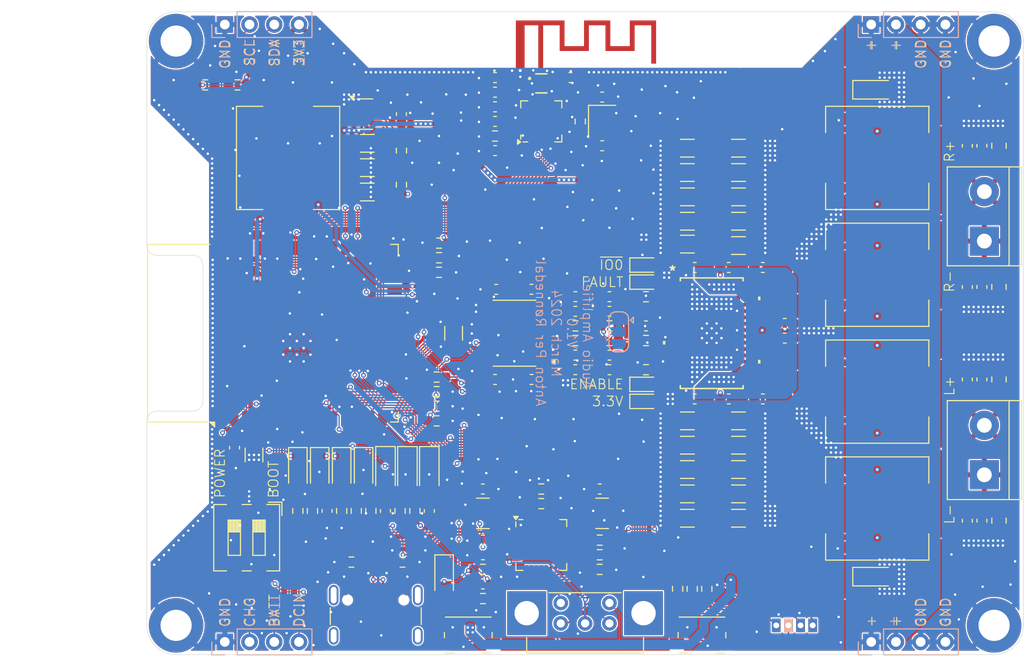
<source format=kicad_pcb>
(kicad_pcb (version 20240108) (generator "pcbnew") (generator_version "8.0")
  (layers (0 "F.Cu" signal) (1 "In1.Cu" power) (2 "In2.Cu" power) (31 "B.Cu" signal) (34 "B.Paste" user) (35 "F.Paste" user) (36 "B.SilkS" user "B.Silkscreen") (37 "F.SilkS" user "F.Silkscreen") (38 "B.Mask" user) (39 "F.Mask" user) (44 "Edge.Cuts" user))
  (net 0 "")
  (net 1 "Net-(AE1-A)")
  (net 2 "GND")
  (net 3 "/AI39")
  (net 4 "/3v3")
  (net 5 "/AI36")
  (net 6 "/AI35")
  (net 7 "/AIO0_PU")
  (net 8 "/ESP_EN")
  (net 9 "/VNEG")
  (net 10 "/CAPM")
  (net 11 "/CAPP")
  (net 12 "/LDOO")
  (net 13 "Net-(U4-DVDD)")
  (net 14 "Net-(C14-Pad1)")
  (net 15 "Net-(C16-Pad2)")
  (net 16 "/RINP")
  (net 17 "/LINP")
  (net 18 "/RINN")
  (net 19 "/LINN")
  (net 20 "/BTN")
  (net 21 "Net-(D10-A)")
  (net 22 "/XC1")
  (net 23 "/XC2")
  (net 24 "/GVDD")
  (net 25 "/AVCC")
  (net 26 "Net-(U6-OUTPR)")
  (net 27 "Net-(U6-BSPR)")
  (net 28 "Net-(U6-BSNR)")
  (net 29 "Net-(U6-OUTNR)")
  (net 30 "Net-(U6-BSPL)")
  (net 31 "Net-(U6-OUTPL)")
  (net 32 "Net-(U6-OUTNL)")
  (net 33 "Net-(U6-BSNL)")
  (net 34 "/SW")
  (net 35 "/CB")
  (net 36 "Net-(J6-Pin_1)")
  (net 37 "Net-(J6-Pin_2)")
  (net 38 "Net-(J7-Pin_1)")
  (net 39 "Net-(J7-Pin_2)")
  (net 40 "/AI34")
  (net 41 "/VBUS")
  (net 42 "/Vsupply")
  (net 43 "Net-(D7-BK)")
  (net 44 "Net-(D7-GK)")
  (net 45 "Net-(D7-RK)")
  (net 46 "Net-(D8-K)")
  (net 47 "Net-(D9-K)")
  (net 48 "/PSU_EN")
  (net 49 "/AIO25")
  (net 50 "/AIO2_PD")
  (net 51 "Net-(D13-K)")
  (net 52 "Net-(D14-K)")
  (net 57 "/D+")
  (net 58 "/SBU2")
  (net 59 "/D-")
  (net 60 "/CC2")
  (net 61 "/SBU1")
  (net 62 "/CC1")
  (net 63 "/DIO22")
  (net 64 "/DIO21")
  (net 65 "/STAT1")
  (net 66 "/BATT")
  (net 67 "Net-(JP1-B)")
  (net 68 "Net-(JP1-C)")
  (net 69 "/~{RTS}")
  (net 70 "Net-(Q1-B)")
  (net 71 "/~{DTR}")
  (net 72 "Net-(Q2-B)")
  (net 73 "/VBUS_UART")
  (net 74 "Net-(U2-~{RST})")
  (net 75 "/AIO33")
  (net 76 "/AIO32")
  (net 77 "/AIO26")
  (net 78 "/AIO15_PU")
  (net 79 "Net-(U4-IREF)")
  (net 80 "/OUTR")
  (net 81 "/OUTL")
  (net 82 "/DIO5_PU")
  (net 83 "/~{FAULT}")
  (net 84 "/Gain")
  (net 85 "/FB")
  (net 86 "/AIO12_PD")
  (net 89 "/DIO23")
  (net 91 "/DIO18")
  (net 92 "/AIO4")
  (net 93 "/DIO19")
  (net 95 "/AIO14")
  (net 96 "/CSN")
  (net 98 "/RXD_USB")
  (net 99 "/AIO13")
  (net 100 "/AIO27")
  (net 101 "/CE")
  (net 104 "/TXD_USB")
  (net 122 "/ANT2")
  (net 123 "/VDD_PA")
  (net 124 "/ANT1")
  (net 127 "/DCIN")
  (footprint "Capacitor_SMD:C_1206_3216Metric_Pad1.33x1.80mm_HandSolder" (layer "F.Cu") (at 155.5 64 180)
    (property "Reference" "C33" (hide yes))
    (property "Value" "10u")
  )
  (footprint "Capacitor_SMD:C_1206_3216Metric_Pad1.33x1.80mm_HandSolder" (layer "F.Cu") (at 131.5 83 90)
    (property "Reference" "C24" (hide yes))
    (property "Value" "10u")
  )
  (footprint "Capacitor_SMD:C_1206_3216Metric_Pad1.33x1.80mm_HandSolder" (layer "F.Cu") (at 160.75 92)
    (property "Reference" "C56" (hide yes))
    (property "Value" "10u")
  )
  (footprint "Resistor_SMD:R_0603_1608Metric_Pad0.98x0.95mm_HandSolder" (layer "F.Cu") (at 121 106.5 180)
    (property "Reference" "R4" (hide yes))
    (property "Value" "5.1k")
  )
  (footprint "TerminalBlock:TerminalBlock_bornier-2_P5.08mm" (layer "F.Cu") (at 186 97.54 90)
    (property "Reference" "J7" (hide yes))
    (property "Value" "Terminal")
  )
  (footprint "Capacitor_SMD:C_0603_1608Metric_Pad1.08x0.95mm_HandSolder" (layer "F.Cu") (at 135.75 59.75 180)
    (property "Reference" "C27" (hide yes))
    (property "Value" "2.2n")
  )
  (footprint "Resistor_SMD:R_0603_1608Metric_Pad0.98x0.95mm_HandSolder" (layer "F.Cu") (at 134.5 110.25 180)
    (property "Reference" "R38" (hide yes))
    (property "Value" "10M")
  )
  (footprint "Resistor_SMD:R_0603_1608Metric_Pad0.98x0.95mm_HandSolder" (layer "F.Cu") (at 129.75 92)
    (property "Reference" "R39" (hide yes))
    (property "Value" "(NC)")
  )
  (footprint "Diode_SMD:D_SOD-123" (layer "F.Cu") (at 129 97 -90)
    (property "Reference" "D10" (hide yes))
    (property "Value" "1N4148W")
  )
  (footprint "Diode_SMD:Nexperia_CFP3_SOD-123W" (layer "F.Cu") (at 122.25 97 -90)
    (property "Reference" "D6" (hide yes))
    (property "Value" "PMEG60T")
  )
  (footprint "Capacitor_SMD:C_0603_1608Metric_Pad1.08x0.95mm_HandSolder" (layer "F.Cu") (at 147.5 80.75)
    (property "Reference" "C23" (hide yes))
    (property "Value" "1u")
  )
  (footprint "Capacitor_SMD:C_0603_1608Metric_Pad1.08x0.95mm_HandSolder" (layer "F.Cu") (at 184.25 63.75 90)
    (property "Reference" "C73" (hide yes))
    (property "Value" "100n")
  )
  (footprint "Package_TO_SOT_SMD:SOT-23-6" (layer "F.Cu") (at 122.3875 60.5)
    (property "Reference" "U7" (hide yes))
    (property "Value" "LMR51430")
  )
  (footprint "Resistor_SMD:R_0603_1608Metric_Pad0.98x0.95mm_HandSolder" (layer "F.Cu") (at 151.25 79.25)
    (property "Reference" "R32" (hide yes))
    (property "Value" "2k")
  )
  (footprint "Capacitor_SMD:C_0805_2012Metric_Pad1.18x1.45mm_HandSolder" (layer "F.Cu") (at 187.5 87.75 90)
    (property "Reference" "C54" (hide yes))
    (property "Value" "470n")
  )
  (footprint "Capacitor_SMD:C_0603_1608Metric_Pad1.08x0.95mm_HandSolder" (layer "F.Cu") (at 163.25 89.75 180)
    (property "Reference" "C48" (hide yes))
    (property "Value" "220n")
  )
  (footprint "RF_Module:ESP32-WROOM-32D" (layer "F.Cu") (at 115.93 83 90)
    (property "Reference" "U1" (hide yes))
    (property "Value" "ESP32-WROOM-32E")
  )
  (footprint "Capacitor_SMD:C_1206_3216Metric_Pad1.33x1.80mm_HandSolder" (layer "F.Cu") (at 155.5 102 180)
    (property "Reference" "C51" (hide yes))
    (property "Value" "10u")
  )
  (footprint "Capacitor_SMD:C_1206_3216Metric_Pad1.33x1.80mm_HandSolder" (layer "F.Cu") (at 160.75 74)
    (property "Reference" "C37" (hide yes))
    (property "Value" "10u")
  )
  (footprint "Capacitor_SMD:C_0603_1608Metric_Pad1.08x0.95mm_HandSolder" (layer "F.Cu") (at 144 85.25 180)
    (property "Reference" "C10" (hide yes))
    (property "Value" "2.2u")
  )
  (footprint "RF_Antenna:Texas_SWRA117D_2.4GHz_Right" (layer "F.Cu") (at 140.44 56.03)
    (property "Reference" "AE1" (hide yes))
    (property "Value" "MIFA")
  )
  (footprint "Resistor_SMD:R_0603_1608Metric_Pad0.98x0.95mm_HandSolder" (layer "F.Cu") (at 146.5 107.25)
    (property "Reference" "R9" (hide yes))
    (property "Value" "47.5k")
  )
  (footprint "LED_SMD:LED_0603_1608Metric_Pad1.05x0.95mm_HandSolder" (layer "F.Cu") (at 151.25 88.25)
    (property "Reference" "D13" (hide yes))
    (property "Value" "LED_green")
  )
  (footprint "Capacitor_SMD:C_0603_1608Metric_Pad1.08x0.95mm_HandSolder" (layer "F.Cu") (at 134.5 105.75)
    (property "Reference" "C6" (hide yes))
    (property "Value" "100n")
  )
  (footprint "Resistor_SMD:R_0603_1608Metric_Pad0.98x0.95mm_HandSolder" (layer "F.Cu") (at 146.5 105.75 180)
    (property "Reference" "R10" (hide yes))
    (property "Value" "2k")
  )
  (footprint "Capacitor_SMD:C_0603_1608Metric_Pad1.08x0.95mm_HandSolder" (layer "F.Cu") (at 139.5 87.75)
    (property "Reference" "C17" (hide yes))
    (property "Value" "100n")
  )
  (footprint "Capacitor_SMD:C_0603_1608Metric_Pad1.08x0.95mm_HandSolder" (layer "F.Cu") (at 135.75 64.25 180)
    (property "Reference" "C13" (hide yes))
    (property "Value" "33n")
  )
  (footprint "0_Costum:RGB_LED" (layer "F.Cu") (at 166.5 113 90)
    (property "Reference" "D7" (hide yes))
    (property "Value" "RGB LED")
  )
  (footprint "MountingHole:MountingHole_3.2mm_M3_DIN965_Pad" (layer "F.Cu") (at 187 113)
    (property "Reference" "H3" (hide yes))
    (property "Value" "Hole")
  )
  (footprint "Capacitor_SMD:C_0603_1608Metric_Pad1.08x0.95mm_HandSolder" (layer "F.Cu") (at 159.75 89.75 180)
    (property "Reference" "C61" (hide yes))
    (property "Value" "100n")
  )
  (footprint "MountingHole:MountingHole_3.2mm_M3_DIN965_Pad" (layer "F.Cu") (at 103 53)
    (property "Reference" "H2" (hide yes))
    (property "Value" "Hole")
  )
  (footprint "Capacitor_SMD:C_1206_3216Metric_Pad1.33x1.80mm_HandSolder" (layer "F.Cu") (at 122.6375 66)
    (property "Reference" "C60" (hide yes))
    (property "Value" "10u")
  )
  (footprint "Resistor_SMD:R_0603_1608Metric_Pad0.98x0.95mm_HandSolder" (layer "F.Cu") (at 126.25 106.5)
    (property "Reference" "R5" (hide yes))
    (property "Value" "5.1k")
  )
  (footprint "Resistor_SMD:R_0603_1608Metric_Pad0.98x0.95mm_HandSolder" (layer "F.Cu") (at 130 73.75 180)
    (property "Reference" "R29" (hide yes))
    (property "Value" "200k")
  )
  (footprint "Resistor_SMD:R_0603_1608Metric_Pad0.98x0.95mm_HandSolder" (layer "F.Cu") (at 123 101.25 -90)
    (property "Reference" "R3" (hide yes))
    (property "Value" "100k")
  )
  (footprint "Resistor_SMD:R_0603_1608Metric_Pad0.98x0.95mm_HandSolder" (layer "F.Cu") (at 151.25 83.75)
    (property "Reference" "R34" (hide yes))
    (property "Value" "5.6k")
  )
  (footprint "Capacitor_SMD:C_1206_3216Metric_Pad1.33x1.80mm_HandSolder" (layer "F.Cu") (at 122.6375 68.5)
    (property "Reference" "C63" (hide yes))
    (property "Value" "10u")
  )
  (footprint "Capacitor_SMD:C_0603_1608Metric_Pad1.08x0.95mm_HandSolder" (layer "F.Cu") (at 135.875 78.5)
    (property "Reference" "C12" (hide yes))
    (property "Value" "100n")
  )
  (footprint "Resistor_SMD:R_0603_1608Metric_Pad0.98x0.95mm_HandSolder" (layer "F.Cu") (at 134.5 107.25)
    (property "Reference" "R8" (hide yes))
    (property "Value" "22k")
  )
  (footprint "Resistor_SMD:R_0603_1608Metric_Pad0.98x0.95mm_HandSolder" (layer "F.Cu") (at 156 109.25 90)
    (property "Reference" "R22" (hide yes))
    (property "Value" "2k")
  )
  (footprint "Resistor_SMD:R_0603_1608Metric_Pad0.98x0.95mm_HandSolder" (layer "F.Cu") (at 120 101.25 -90)
    (property "Reference" "R7" (hide yes))
    (property "Value" "200k")
  )
  (footprint "Package_DFN_QFN:QFN-20-1EP_4x4mm_P0.5mm_EP2.5x2.5mm" (layer "F.Cu") (at 140.5 61.25 90)
    (property "Reference" "U4" (hide yes))
    (property "Value" "nRF24L01P")
  )
  (footprint "Package_TO_SOT_SMD:SOT-23" (layer "F.Cu") (at 146.75 101.5)
    (property "Reference" "Q1" (hide yes))
    (property "Value" "BC817")
  )
  (footprint "Capacitor_SMD:C_1206_3216Metric_Pad1.33x1.80mm_HandSolder" (layer "F.Cu") (at 160.75 97)
    (property "Reference" "C58" (hide yes))
    (property "Value" "10u")
  )
  (footprint "LED_SMD:LED_0603_1608Metric_Pad1.05x0.95mm_HandSolder" (layer "F.Cu") (at 151.25 77.75)
    (property "Reference" "D14" (hide yes))
    (property "Value" "LED_red")
  )
  (footprint "Capacitor_SMD:C_0603_1608Metric_Pad1.08x0.95mm_HandSolder" (layer "F.Cu") (at 184.25 78.25 90)
    (property "Reference" "C69" (hide yes))
    (property "Value" "100n")
  )
  (footprint "0_Costum:1274AS" (layer "F.Cu") (at 175 77 180)
    (property "Reference" "L2" (hide yes))
    (property "Value" "10uH")
  )
  (footprint "Resistor_SMD:R_0603_1608Metric_Pad0.98x0.95mm_HandSolder" (layer "F.Cu") (at 140.5 100.5)
    (property "Reference" "R15" (hide yes))
    (property "Value" "10k")
  )
  (footprint "LED_SMD:LED_0603_1608Metric_Pad1.05x0.95mm_HandSolder" (layer "F.Cu") (at 151.25 90)
    (property "Reference" "D8" (hide yes))
    (property "Value" "LED_green")
  )
  (footprint "Capacitor_SMD:C_0603_1608Metric_Pad1.08x0.95mm_HandSolder" (layer "F.Cu") (at 147.5 86.75)
    (property "Reference" "C25" (hide yes))
    (property "Value" "1u")
  )
  (footprint "Resistor_SMD:R_0603_1608Metric_Pad0.98x0.95mm_HandSolder" (layer "F.Cu") (at 135.75 62.75 180)
    (property "Reference" "R23" (hide yes))
    (property "Value" "22k")
  )
  (footprint "Capacitor_SMD:C_0603_1608Metric_Pad1.08x0.95mm_HandSolder" (layer "F.Cu") (at 185.75 63.75 90)
    (property "Reference" "C72" (hide yes))
    (property "Value" "100n")
  )
  (footprint "Resistor_SMD:R_0603_1608Metric_Pad0.98x0.95mm_HandSolder" (layer "F.Cu") (at 147.5 82.25)
    (property "Reference" "R35" (hide yes))
    (property "Value" "100k")
  )
  (footprint "Capacitor_SMD:C_0603_1608Metric_Pad1.08x0.95mm_HandSolder" (layer "F.Cu") (at 134.5 104.25)
    (property "Reference" "C7" (hide yes))
    (property "Value" "4.7u")
  )
  (footprint "Capacitor_SMD:C_1206_3216Metric_Pad1.33x1.80mm_HandSolder" (layer "F.Cu") (at 122.6375 63.5)
    (property "Reference" "C38" (hide yes))
    (property "Value" "10u")
  )
  (footprint "Resistor_SMD:R_0603_1608Metric_Pad0.98x0.95mm_HandSolder" (layer "F.Cu") (at 129.75 87.5 180)
    (property "Reference" "R27" (hide yes))
    (property "Value" "10k")
  )
  (footprint "Button_Switch_SMD:SW_DIP_SPSTx02_Slide_6.7x6.64mm_W8.61mm_P2.54mm_LowProfile" (layer "F.Cu") (at 110.245 104 -90)
    (property "Reference" "SW4" (hide yes))
    (property "Value" "SW_DIP_x02")
  )
  (footprint "Capacitor_SMD:C_0603_1608Metric_Pad1.08x0.95mm_HandSolder" (layer "F.Cu") (at 134.5 108.75)
    (property "Reference" "C26" (hide yes))
    (property "Value" "1u")
  )
  (footprint "MountingHole:MountingHole_3.2mm_M3_DIN965_Pad" (layer "F.Cu") (at 187 53)
    (property "Reference" "H1" (hide yes))
    (property "Value" "Hole")
  )
  (footprint "Capacitor_SMD:C_1206_3216Metric_Pad1.33x1.80mm_HandSolder" (layer "F.Cu") (at 160.75 102)
    (property "Reference" "C67" (hide yes))
    (property "Value" "10u")
  )
  (footprint "Capacitor_SMD:C_0603_1608Metric_Pad1.08x0.95mm_HandSolder" (layer "F.Cu") (at 146.75 63.75 180)
    (property "Reference" "C30" (hide yes))
    (property "Value" "12p")
  )
  (footprint "Resistor_SMD:R_0603_1608Metric_Pad0.98x0.95mm_HandSolder" (layer "F.Cu") (at 127.5225 101.25 90)
    (property "Reference" "R11" (hide yes))
    (property "Value" "1M")
  )
  (footprint "Resistor_SMD:R_0603_1608Metric_Pad0.98x0.95mm_HandSolder" (layer "F.Cu") (at 130 75.25 180)
    (property "Reference" "R28" (hide yes))
    (property "Value" "2k")
  )
  (footprint "Capacitor_SMD:C_0603_1608Metric_Pad1.08x0.95mm_HandSolder" (layer "F.Cu") (at 146.5 99)
    (property "Reference" "C9" (hide yes))
    (property "Value" "1u")
  )
  (footprint "Resistor_SMD:R_0603_1608Metric_Pad0.98x0.95mm_HandSolder" (layer "F.Cu") (at 140.5 99 180)
    (property "Reference" "R16" (hide yes))
    (property "Value" "10k")
  )
  (footprint "Capacitor_SMD:C_0603_1608Metric_Pad1.08x0.95mm_HandSolder" (layer "F.Cu") (at 144 80.75 180)
    (property "Reference" "C21" (hide yes))
    (property "Value" "100n")
  )
  (footprint "Diode_SMD:Nexperia_CFP3_SOD-123W" (layer "F.Cu") (at 115.5 97 -90)
    (property "Reference" "D1" (hide yes))
    (property "Value" "PMEG60T")
  )
  (footprint "Capacitor_SMD:C_0603_1608Metric_Pad1.08x0.95mm_HandSolder" (layer "F.Cu") (at 135.75 58.25 180)
    (property "Reference" "C28" (hide yes))
    (property "Value" "100p")
  )
  (footprint "Capacitor_SMD:C_0603_1608Metric_Pad1.08x0.95mm_HandSolder" (layer "F.Cu") (at 135.75 87.75 180)
    (property "Reference" "C15" (hide yes))
    (property "Value" "100n")
  )
  (footprint "Capacitor_SMD:C_0603_1608Metric_Pad1.08x0.95mm_HandSolder" (layer "F.Cu") (at 156.25 76.25 180)
    (property "Reference" "C64" (hide yes))
    (property "Value" "2.2n")
  )
  (footprint "Capacitor_SMD:C_0603_1608Metric_Pad1.08x0.95mm_HandSolder" (layer "F.Cu") (at 163.25 76.25 180)
    (property "Reference" "C45" (hide yes))
    (property "Value" "220n")
  )
  (footprint "0_Costum:EVQPUK" (layer "F.Cu") (at 156.999998 114 180)
    (property "Reference" "SW3" (hide yes))
    (property "Value" "EN")
  )
  (footprint "Resistor_SMD:R_0603_1608Metric_Pad0.98x0.95mm_HandSolder" (layer "F.Cu") (at 115.5 101.25 90)
    (property "Reference" "R1" (hide yes))
    (property "Value" "1M")
  )
  (footprint "Capacitor_SMD:C_0603_1608Metric_Pad1.08x0.95mm_HandSolder" (layer "F.Cu") (at 165.5 82 180)
    (property "Reference" "C46" (hide yes))
    (property "Value" "220n")
  )
  (footprint "Capacitor_SMD:C_0805_2012Metric_Pad1.18x1.45mm_HandSolder" (layer "F.Cu") (at 187.5 102.25 90)
    (property "Reference" "C52" (hide yes))
    (property "Value" "470n")
  )
  (footprint "Resistor_SMD:R_0603_1608Metric_Pad0.98x0.95mm_HandSolder" (layer "F.Cu") (at 144.5 61.25 90)
    (property "Reference" "R30" (hide yes))
    (property "Value" "1M")
  )
  (footprint "Resistor_SMD:R_0603_1608Metric_Pad0.98x0.95mm_HandSolder" (layer "F.Cu") (at 106 57.5 180)
    (property "Reference" "R19" (hide yes))
    (property "Value" "10k")
  )
  (footprint "Package_DFN_QFN:QFN-28-1EP_5x5mm_P0.5mm_EP3.35x3.35mm" (layer "F.Cu") (at 140.5 104.75)
    (property "Reference" "U2" (hide yes))
    (property "Value" "CP2102N-Axx-xQFN28")
  )
  (footprint "Capacitor_SMD:C_1206_3216Metric_Pad1.33x1.80mm_HandSolder" (layer "F.Cu") (at 155.51 69 180)
    (property "Reference" "C44" (hide yes))
    (property "Value" "10u")
  )
  (footprint "TerminalBlock:TerminalBlock_bornier-2_P5.08mm" (layer "F.Cu") (at 186 73.54 90)
    (property "Reference" "J6" (hide yes))
    (property "Value" "Terminal")
  )
  (footprint "0_Costum:EC11_RotaryEncoder" (layer "F.Cu") (at 145 111.75 -90)
    (property "Reference" "SW1" (hide yes))
    (property "Value" "Rotary Encoder")
  )
  (footprint "Capacitor_SMD:C_0603_1608Metric_Pad1.08x0.95mm_HandSolder" (layer "F.Cu") (at 124.5 101.25 90)
    (property "Reference" "C1" (hide yes))
    (property "Value" "100n")
  )
  (footprint "Resistor_SMD:R_0603_1608Metric_Pad0.98x0.95mm_HandSolder" (layer "F.Cu") (at 154.5 109.25 90)
    (property "Reference" "R21" (hide yes))
    (property "Value" "2k")
  )
  (footprint "0_Costum:1274AS" (layer "F.Cu") (at 175 65)
    (property "Reference" "L1" (hide yes))
    (property "Value" "10uH")
  )
  (footprint "Capacitor_SMD:C_1206_3216Metric_Pad1.33x1.80mm_HandSolder" (layer "F.Cu") (at 155.5 66.5 180)
    (property "Reference" "C50" (hide yes))
    (property "Value" "10u")
  )
  (footprint "Capacitor_SMD:C_0603_1608Metric_Pad1.08x0.95mm_HandSolder" (layer "F.Cu") (at 185.75 102.25 90)
    (property "Reference" "C74" (hide yes))
    (property "Value" "100n")
  )
  (footprint "0_Costum:1274AS" (layer "F.Cu") (at 175 89)
    (property "Reference" "L3" (hide yes))
    (property "Value" "10uH")
  )
  (footprint "Capacitor_SMD:C_0603_1608Metric_Pad1.08x0.95mm_HandSolder" (layer "F.Cu") (at 135.75 61.25 180)
    (property "Reference" "C22" (hide yes))
    (property "Value" "100n")
  )
  (footprint "Resistor_SMD:R_0603_1608Metric_Pad0.98x0.95mm_HandSolder" (layer "F.Cu") (at 129.75 89)
    (property "Reference" "R13" (hide yes))
    (property "Value" "100k")
  )
  (footprint "Resistor_SMD:R_0603_1608Metric_Pad0.98x0.95mm_HandSolder" (layer "F.Cu") (at 147.5 83.75)
    (property "Reference" "R33" (hide yes))
    (property "Value" "(NC)")
  )
  (footprint "0_Costum:1274AS" (layer "F.Cu") (at 114.5 65 -90)
    (property "Reference" "L5" (hide yes))
    (property "Value" "10uH")
  )
  (footprint "0_Costum:1274AS" (layer "F.Cu") (at 175 101 180)
    (property "Reference" "L4" (hide yes))
    (property "Value" "10uH")
  )
  (footprint "Capacitor_SMD:C_1206_3216Metric_Pad1.33x1.80mm_HandSolder" (layer "F.Cu") (at 160.75 71.5)
    (property "Reference" "C36" (hide yes))
    (property "Value" "10u")
  )
  (footprint "Capacitor_SMD:C_0603_1608Metric_Pad1.08x0.95mm_HandSolder" (layer "F.Cu") (at 156.25 89.75 180)
    (property "Reference" "C65" (hide yes))
    (property "Value" "2.2n")
  )
  (footprint "Capacitor_SMD:C_0603_1608Metric_Pad1.08x0.95mm_HandSolder" (layer "F.Cu") (at 144 86.75 180)
    (property "Reference" "C14" (hide yes))
    (property "Value" "2.2n")
  )
  (footprint "LED_SMD:LED_0603_1608Metric_Pad1.05x0.95mm_HandSolder" (layer "F.Cu") (at 151.25 76)
    (property "Reference" "D9" (hide yes))
    (property "Value" "LED_amber")
  )
  (footprint "Capacitor_SMD:C_0603_1608Metric_Pad1.08x0.95mm_HandSolder" (layer "F.Cu") (at 126.1375 60.5 -90)
    (property "Reference" "C49" (hide yes))
    (property "Value" "100n")
  )
  (footprint "Capacitor_SMD:C_0603_1608Metric_Pad1.08x0.95mm_HandSolder" (layer "F.Cu") (at 185.75 78.25 90)
    (property "Reference" "C68" (hide yes))
    (property "Value" "100n")
  )
  (footprint "Diode_SMD:D_SOD-123" (layer "F.Cu") (at 124.5 97 -90)
    (property "Reference" "D11" (hide yes))
    (property "Value" "1N4148W")
  )
  (footprint "Diode_SMD:Nexperia_CFP3_SOD-123W" (layer "F.Cu") (at 117.75 97 -90)
    (property "Reference" "D5" (hide yes))
    (property "Value" "PMEG60T")
  )
  (footprint "Capacitor_SMD:C_0603_1608Metric_Pad1.08x0.95mm_HandSolder" (layer "F.Cu") (at 144 79.25)
    (property "Reference" "C16" (hide yes))
    (property "Value" "2.2n")
  )
  (footprint "Capacitor_SMD:C_1206_3216Metric_Pad1.33x1.80mm_HandSolder" (layer "F.Cu") (at 155.5 94.5 180)
    (property "Reference" "C40" (hide yes))
    (property "Value" "10u")
  )
  (footprint "Capacitor_SMD:C_0805_2012Metric_Pad1.18x1.45mm_HandSolder" (layer "F.Cu") (at 187.5 78.25 90)
    (property "Reference" "C53" (hide yes))
    (property "Value" "470n")
  )
  (footprint "Capacitor_SMD:C_1206_3216Metric_Pad1.33x1.80mm_HandSolder" (layer "F.Cu") (at 160.75 69)
    (property "Reference" "C35" (hide yes))
    (property "Value" "10u")
  )
  (footprint "Capacitor_SMD:C_1206_3216Metric_Pad1.33x1.80mm_HandSolder" (layer "F.Cu") (at 160.75 94.5)
    (property "Reference" "C57" (hide yes))
    (property "Value" "10u")
  )
  (footprint "Snapeda:2450BM14E0003T_JOT-L" (layer "F.Cu") (at 140.5 57.344961)
    (property "Reference" "U5" (hide yes))
    (property "Value" "2450BM14E0002T")
  )
  (footprint "Capacitor_SMD:C_0603_1608Metric_Pad1.08x0.95mm_HandSolder" (layer "F.Cu") (at 165.5 83.5 180)
    (property "Reference" "C47" (hide yes))
    (property "Value" "220n")
  )
  (footprint "Capacitor_SMD:C_0603_1608Metric_Pad1.08x0.95mm_HandSolder" (layer "F.Cu") (at 147.5 85.25)
    (property "Reference" "C20" (hide yes))
    (property "Value" "1u")
  )
  (footprint "0_Costum:EVQPUK" (layer "F.Cu") (at 133 114 180)
    (property "Reference" "SW2" (hide yes))
    (property "Value" "BOOT")
  )
  (footprint "Capacitor_SMD:C_0603_1608Metric_Pad1.08x0.95mm_HandSolder" (layer "F.Cu") (at 134.5 99 180)
    (property "Reference" "C8" (hide yes))
    (property "Value" "100n")
  )
  (footprint "Capacitor_SMD:C_0603_1608Metric_Pad1.08x0.95mm_HandSolder" (layer "F.Cu") (at 151.25 82.25)
    (property "Reference" "C31" (hide yes))
    (property "Value" "1u")
  )
  (footprint "Resistor_SMD:R_0603_1608Metric_Pad0.98x0.95mm_HandSolder" (layer "F.Cu") (at 130 76.75)
    (property "Reference" "R40" (hide yes))
    (property "Value" "(NC)")
  )
  (footprint "Capacitor_SMD:C_0603_1608Metric_Pad1.08x0.95mm_HandSolder" (layer "F.Cu") (at 184.25 87.75 90)
    (property "Reference" "C71" (hide yes))
    (property "Value" "100n")
  )
  (footprint "Resistor_SMD:R_0603_1608Metric_Pad0.98x0.95mm_HandSolder" (layer "F.Cu") (at 117 101.25 90)
    (property "Reference" "R6" (hide yes))
    (property "Value" "1M")
  )
  (footprint "Resistor_SMD:R_0603_1608Metric_Pad0.98x0.95mm_HandSolder" (layer "F.Cu") (at 146.5 104.25)
    (property "Reference" "R17" (hide yes))
    (property "Value" "10k")
  )
  (footprint "Resistor_SMD:R_0603_1608Metric_Pad0.98x0.95mm_HandSolder" (layer "F.Cu") (at 126.1375 64.25 90)
    (property "Reference" "R37" (hide yes))
    (property "Value" "22k")
  )
  (footprint "Package_SO:TSSOP-20_4.4x6.5mm_P0.65mm" (layer "F.Cu") (at 137.75 83 180)
    (property "Reference" "U3" (hide yes))
    (property "Value" "PCM5101A")
  )
  (footprint "Capacitor_SMD:C_0603_1608Metric_Pad1.08x0.95mm_HandSolder" (layer "F.Cu") (at 135.75 56.75)
    (property "Reference" "C18" (hide yes))
    (property "Value" "1u")
  )
  (footprint "Capacitor_SMD:C_0603_1608Metric_Pad1.08x0.95mm_HandSolder" (layer "F.Cu") (at 185.75 87.75 90)
    (property "Reference" "C70" (hide yes))
    (property "Value" "100n")
  )
  (footprint "Capacitor_SMD:C_0603_1608Metric_Pad1.08x0.95mm_HandSolder" (layer "F.Cu") (at 109 94.75 90)
    (property "Reference" "C2" (hide yes))
    (property "Value" "100n")
  )
  (footprint "Crystal:Crystal_SMD_2520-4Pin_2.5x2.0mm" (layer "F.Cu") (at 146.75 61.25 -90)
    (property "Reference" "Y1" (hide yes))
    (property "Value" "16 MHz")
  )
  (footprint "Resistor_SMD:R_0603_1608Metric_Pad0.98x0.95mm_HandSolder" (layer "F.Cu") (at 144 82.25 180)
    (property "Reference" "R24" (hide yes))
    (property "Value" "470R")
  )
  (footprint "Diode_SMD:Nexperia_CFP3_SOD-123W" (layer "F.Cu") (at 174.75 58)
    (property "Reference" "D4" (hide yes))
    (property "Value" "PMEG3020ER")
  )
  (footprint "Capacitor_SMD:C_1206_3216Metric_Pad1.33x1.80mm_HandSolder" (layer "F.Cu") (at 160.75 99.5)
    (property "Reference" "C59" (hide yes))
    (property "Value" "10u")
  )
  (footprint "Capacitor_SMD:C_0603_1608Metric_Pad1.08x0.95mm_HandSolder" (layer "F.Cu") (at 146.75 58.75)
    (property "Reference" "C29" (hide yes))
    (property "Value" "12p")
  )
  (footprint "Capacitor_SMD:C_1206_3216Metric_Pad1.33x1.80mm_HandSolder" (layer "F.Cu") (at 155.5 97 180)
    (property "Reference" "C41" (hide yes))
    (property "Value" "10u")
  )
  (footprint "Capacitor_SMD:C_0603_1608Metric_Pad1.08x0.95mm_HandSolder" (layer "F.Cu") (at 139.49 78.49 180)
    (property "Reference" "C11" (hide yes))
    (property "Value" "2.2u")
  )
  (footprint "Connector_USB:USB_C_Receptacle_GCT_USB4105-xx-A_16P_TopMnt_Horizontal" (layer "F.Cu") (at 123.5 113)
    (property "Reference" "J1" (hide yes))
    (property "Value" "USB_C_Receptacle")
  )
  (footprint "Capacitor_SMD:C_1206_3216Metric_Pad1.33x1.80mm_HandSolder" (layer "F.Cu") (at 155.5 99.5 180)
    (property "Reference" "C42" (hide yes))
    (property "Value" "10u")
  )
  (footprint "Capacitor_SMD:C_0603_1608Metric_Pad1.08x0.95mm_HandSolder" (layer "F.Cu") (at 147.5 79.25)
    (property "Reference" "C19" (hide yes))
    (property "Value" "1u")
  )
  (footprint "Resistor_SMD:R_0603_1608Metric_Pad0.98x0.95mm_HandSolder" (layer "F.Cu") (at 126.1375 67.75 90)
    (property "Reference" "R36" (hide yes))
    (property "Value" "100k")
  )
  (footprint "Resistor_SMD:R_0603_1608Metric_Pad0.98x0.95mm_HandSolder" (layer "F.Cu") (at 121.5 101.25 90)
    (property "Reference" "R2" (hide yes))
    (property "Value" "1M")
  )
  (footprint "Resistor_SMD:R_0603_1608Metric_Pad0.98x0.95mm_HandSolder" (layer "F.Cu") (at 126 101.25 -90)
    (property "Reference" "R12" (hide yes))
    (property "Value" "100k")
  )
  (footprint "Capacitor_SMD:C_0805_2012Metric_Pad1.18x1.45mm_HandSolder" (layer "F.Cu") (at 187.5 63.75 90)
    (property "Reference" "C55" (hide yes))
    (property "Value" "470n")
  )
  (footprint "Resistor_SMD:R_0603_1608Metric_Pad0.98x0.95mm_HandSolder" (layer "F.Cu") (at 129.75 90.5)
    (property "Reference" "R14" (hide yes))
    (property "Value" "100k")
  )
  (footprint "Package_TO_SOT_SMD:SOT-23" (layer "F.Cu") (at 134.5 101.5 180)
    (property "Reference" "Q2" (hide yes))
    (property "Value" "BC817")
  )
  (footprint "Resistor_SMD:R_0603_1608Metric_Pad0.98x0.95mm_HandSolder" (layer "F.Cu") (at 157.5 109.25 90)
    (property "Reference" "R26" (hide yes))
    (property "Value" "2k")
  )
  (footprint "Diode_SMD:D_SOD-123" (layer "F.Cu") (at 126.75 97 -90)
    (property "Reference" "D12" (hide yes))
    (property "Value" "1N4148W")
  )
  (footprint "Diode_SMD:Nexperia_CFP3_SOD-123W" (layer "F.Cu") (at 130.5225 108.0225 -90)
    (property "Reference" "D2" (hide yes))
    (property "Value" "PMEG60T")
  )
  (footprint "Capacitor_SMD:C_0603_1608Metric_Pad1.08x0.95mm_HandSolder" (layer "F.Cu") (at 129 101.25 90)
    (property "Reference" "C5" (hide yes))
    (property "Value" "100n")
  )
  (footprint "Resistor_SMD:R_0603_1608Metric_Pad0.98x0.95mm_HandSolder" (layer "F.Cu") (at 109.3 57.5)
    (property "Reference" "R20" (hide yes))
    (property "Value" "10k")
  )
  (footprint "Resistor_SMD:R_0603_1608Metric_Pad0.98x0.95mm_HandSolder" (layer "F.Cu") (at 151.25 86.75 180)
    (property "Reference" "R31" (hide yes))
    (property "Value" "10k")
  )
  (footprint "Capacitor_SMD:C_1206_3216Metric_Pad1.33x1.80mm_HandSolder" (layer "F.Cu") (at 111 95.5 -90)
    (property "Reference" "C3" (hide yes))
    (property "Value" "10u")
  )
  (footprint "Diode_SMD:Nexperia_CFP3_SOD-123W" (layer "F.Cu") (at 120 97 -90)
    (property "Reference" "D3" (hide yes))
    (property "Value" "PMEG60T")
  )
  (footprint "Capacitor_SMD:C_1206_3216Metric_Pad1.33x1.80mm_HandSolder" (layer "F.Cu") (at 155.51 71.5 180)
    (property "Reference" "C43" (hide yes))
    (property "Value" "10u")
  )
  (footprint "Capacitor_SMD:C_0603_1608Metric_Pad1.08x0.95mm_HandSolder" (layer "F.Cu") (at 118.5 101.25 90)
    (property "Reference" "C4" (hide yes))
    (property "Value" "100n")
  )
  (footprint "Capacitor_SMD:C_0603_1608Metric_Pad1.08x0.95mm_HandSolder" (layer "F.Cu") (at 143.5 56.75)
    (property "Reference" "C76" (hide yes))
    (property "Value" "2.2n")
  )
  (footprint "Capacitor_SMD:C_1206_3216Metric_Pad1.33x1.80mm_HandSolder" (layer "F.Cu") (at 155.5 92 180)
    (property "Reference" "C39" (hide yes))
    (property "Value" "10u")
  )
  (footprint "Capacitor_SMD:C_1206_3216Metric_Pad1.33x1.80mm_HandSolder" (layer "F.Cu") (at 155.5 73.85 180)
    (property "Reference" "C32" (hide yes))
    (property "Value" "10u")
  )
  (footprint "Capacitor_SMD:C_1206_3216Metric_Pad1.33x1.80mm_HandSolder" (layer "F.Cu") (at 160.75 66.5)
    (property "Reference" "C34" (hide yes))
    (property "Value" "10u")
  )
  (footprint "Diode_SMD:Nexperia_CFP3_SOD-123W" (layer "F.Cu") (at 174.75 108)
    (property "Reference" "D15" (hide yes))
    (property "Value" "PMEG3020ER")
  )
  (footprint "Capacitor_SMD:C_1206_3216Metric_Pad1.33x1.80mm_HandSolder" (layer "F.Cu") (at 160.75 64)
    (property "Reference" "C66" (hide yes))
    (property "Value" "10u")
  )
  (footprint "MountingHole:MountingHole_3.2mm_M3_DIN965_Pad" (layer "F.Cu") (at 103 113)
    (property "Reference" "H4" (hide yes))
    (property "Value" "Hole")
  )
  (footprint "Capacitor_SMD:C_0603_1608Metric_Pad1.08x0.95mm_HandSolder" (layer "F.Cu") (at 184.25 102.25 90)
    (property "Reference" "C75" (hide yes))
    (property "Value" "100n")
  )
  (footprint "Resistor_SMD:R_0603_1608Metric_Pad0.98x0.95mm_HandSolder" (layer "F.Cu") (at 144 83.75 180)
    (property "Reference" "R25" (hide yes))
    (property "Value" "470R")
  )
  (footprint "Capacitor_SMD:C_0603_1608Metric_Pad1.08x0.95mm_HandSolder" (layer "F.Cu") (at 159.75 76.25 180)
    (property "Reference" "C62" (hide yes))
    (property "Value" "100n")
  )
  (footprint "0_Costum:DAP32_4P36X4P11_TEX" (layer "F.Cu") (at 158 83)
    (property "Reference" "U6" (hide yes))
    (property "Value" "TPA3128")
  )
  (footprint "Connector_PinSocket_2.54mm:PinSocket_1x04_P2.54mm_Vertical" (layer "B.Cu") (at 108 51.3 -90)
    (property "Reference" "J2" (hide yes))
    (property "Value" "Conn_01x04")
  )
  (footprint "Connector_PinSocket_2.54mm:PinSocket_1x04_P2.54mm_Vertical" (layer "B.Cu") (at 174.38 114.7 -90)
    (property "Reference" "J4" (hide yes))
    (property "Value" "Conn_01x04")
  )
  (footprint "Jumper:SolderJumper-3_P1.3mm_Bridged12_RoundedPad1.0x1.5mm" (layer "B.Cu") (at 148.4575 82.8575 -90)
    (property "Reference" "JP1" (hide yes))
    (property "Value" "Jumper")
  )
  (footprint "Connector_PinSocket_2.54mm:PinSocket_1x04_P2.54mm_Vertical" (layer "B.Cu") (at 174.38 51.3 -90)
    (property "Reference" "J5" (hide yes))
    (property "Value" "Conn_01x04")
  )
  (footprint "Connector_PinSocket_2.54mm:PinSocket_1x04_P2.54mm_Vertical" (layer "B.Cu") (at 108 114.7 -90)
    (property "Reference" "J3" (hide yes))
    (property "Value" "Conn_01x04")
  )
  (gr_arc (start 190 113) (mid 189.12132 115.12132) (end 187 116) (stroke (width 0.05)) (layer "Edge.Cuts"))
  (gr_arc (start 101 75) (mid 100.292893 74.707107) (end 100 74) (stroke (width 0.05)) (layer "Edge.Cuts"))
  (gr_line (start 100 92) (end 100 113) (stroke (width 0.05)) (layer "Edge.Cuts"))
  (gr_line (start 103 50) (end 187 50) (stroke (width 0.05)) (layer "Edge.Cuts"))
  (gr_line (start 101 75) (end 104.749993 75) (stroke (width 0.05)) (layer "Edge.Cuts"))
  (gr_line (start 100 74) (end 100 53) (stroke (width 0.05)) (layer "Edge.Cuts"))
  (gr_line (start 190 53) (end 190 113) (stroke (width 0.05)) (layer "Edge.Cuts"))
  (gr_arc (start 104.749993 75) (mid 105.457104 75.292891) (end 105.749993 76) (stroke (width 0.05)) (layer "Edge.Cuts"))
  (gr_arc (start 105.749993 90) (mid 105.457099 90.707104) (end 104.749993 91) (stroke (width 0.05)) (layer "Edge.Cuts"))
  (gr_arc (start 100 53) (mid 100.87868 50.87868) (end 103 50) (stroke (width 0.05)) (layer "Edge.Cuts"))
  (gr_arc (start 103 116) (mid 100.87868 115.12132) (end 100 113) (stroke (width 0.05)) (layer "Edge.Cuts"))
  (gr_line (start 104.749993 91) (end 101 91) (stroke (width 0.05)) (layer "Edge.Cuts"))
  (gr_arc (start 187 50) (mid 189.12132 50.87868) (end 190 53) (stroke (width 0.05)) (layer "Edge.Cuts"))
  (gr_arc (start 100 92) (mid 100.292893 91.292893) (end 101 91) (stroke (width 0.05)) (layer "Edge.Cuts"))
  (gr_line (start 187 116) (end 103 116) (stroke (width 0.05)) (layer "Edge.Cuts"))
  (gr_line (start 105.749993 76) (end 105.749993 90) (stroke (width 0.05)) (layer "Edge.Cuts"))
  (gr_text "GND" (at 108 52.75 -90) (layer "B.SilkS") (effects (font (size 1 1) (thickness 0.1)) (justify right mirror)))
  (gr_text "GND" (at 182 113.25 -90) (layer "B.SilkS") (effects (font (size 1 1) (thickness 0.1)) (justify left mirror)))
  (gr_text "GND" (at 182 52.75 -90) (layer "B.SilkS") (effects (font (size 1 1) (thickness 0.1)) (justify right mirror)))
  (gr_text "CHG" (at 110.54 113.25 270) (layer "B.SilkS") (effects (font (size 1 1) (thickness 0.1)) (justify left mirror)))
  (gr_text "+" (at 174.38 52.75 270) (layer "B.SilkS") (effects (font (size 1 1) (thickness 0.1)) (justify right mirror)))
  (gr_text "Audio Amplifier\nV1.0\nMarch 2024\nAnton Per Rønnedal" (at 139.841168 83 -90) (layer "B.SilkS") (effects (font (size 1 1) (thickness 0.1)) (justify bottom mirror)))
  (gr_text "DCIN" (at 115.62 113.25 270) (layer "B.SilkS") (effects (font (size 1 1) (thickness 0.1)) (justify left mirror)))
  (gr_text "SCL" (at 110.54 52.75 270) (layer "B.SilkS") (effects (font (size 1 1) (thickness 0.1)) (justify right mirror)))
  (gr_text "SDA" (at 113.08 52.75 270) (layer "B.SilkS") (effects (font (size 1 1) (thickness 0.1)) (justify right mirror)))
  (gr_text "GND" (at 179.46 52.75 270) (layer "B.SilkS") (effects (font (size 1 1) (thickness 0.1)) (justify right mirror)))
  (gr_text "3V3" (at 115.62 52.75 270) (layer "B.SilkS") (effects (font (size 1 1) (thickness 0.1)) (justify right mirror)))
  (gr_text "GND" (at 108 113.25 -90) (layer "B.SilkS") (effects (font (size 1 1) (thickness 0.1)) (justify left mirror)))
  (gr_text "BATT" (at 113.08 113.25 270) (layer "B.SilkS") (effects (font (size 1 1) (thickness 0.1)) (justify left mirror)))
  (gr_text "GND" (at 179.46 113.25 270) (layer "B.SilkS") (effects (font (size 1 1) (thickness 0.1)) (justify left mirror)))
  (gr_text "+" (at 174.5 113.25 -90) (layer "B.SilkS") (effects (font (size 1 1) (thickness 0.1)) (justify left mirror)))
  (gr_text "+" (at 176.92 52.75 270) (layer "B.SilkS") (effects (font (size 1 1) (thickness 0.1)) (justify right mirror)))
  (gr_text "+" (at 176.8 113.25 270) (layer "B.SilkS") (effects (font (size 1 1) (thickness 0.1)) (justify left mirror)))
  (gr_text "~{IO0}" (at 149 76 0) (layer "F.SilkS") (effects (font (size 1 1) (thickness 0.1)) (justify right)))
  (gr_text "ENABLE" (at 149 88.25 0) (layer "F.SilkS") (effects (font (size 1 1) (thickness 0.1)) (justify right)))
  (gr_text "+" (at 176.92 52.75 90) (layer "F.SilkS") (effects (font (size 1 1) (thickness 0.1)) (justify right)))
  (gr_text "3.3V" (at 149 90 0) (layer "F.SilkS") (effects (font (size 1 1) (thickness 0.1)) (justify right)))
  (gr_text "DCIN" (at 115.62 113.25 90) (layer "F.SilkS") (effects (font (size 1 1) (thickness 0.1)) (justify left)))
  (gr_text "GND" (at 179.46 113.25 90) (layer "F.SilkS") (effects (font (size 1 1) (thickness 0.1)) (justify left)))
  (gr_text "POWER" (at 107.5 100 90) (layer "F.SilkS") (effects (font (size 1 1) (thickness 0.1)) (justify left)))
  (gr_text "L+" (at 183 89.5 90) (layer "F.SilkS") (effects (font (size 1 1) (thickness 0.1)) (justify left bottom)))
  (gr_text "+" (at 174.38 113.25 90) (layer "F.SilkS") (effects (font (size 1 1) (thickness 0.1)) (justify left)))
  (gr_text "L-" (at 183 100.5 90) (layer "F.SilkS") (effects (font (size 1 1) (thickness 0.1)) (justify right bottom)))
  (gr_text "FAULT" (at 149 77.75 0) (layer "F.SilkS") (effects (font (size 1 1) (thickness 0.1)) (justify right)))
  (gr_text "SCL" (at 110.54 52.75 90) (layer "F.SilkS") (effects (font (size 1 1) (thickness 0.1)) (justify right)))
  (gr_text "+" (at 174.38 52.75 90) (layer "F.SilkS") (effects (font (size 1 1) (thickness 0.1)) (justify right)))
  (gr_text "GND" (at 179.46 52.75 90) (layer "F.SilkS") (effects (font (size 1 1) (thickness 0.1)) (justify right)))
  (gr_text "R+" (at 183 65.5 90) (layer "F.SilkS") (effects (font (size 1 1) (thickness 0.1)) (justify left bottom)))
  (gr_text "3V3" (at 115.62 52.75 90) (layer "F.SilkS") (effects (font (size 1 1) (thickness 0.1)) (justify right)))
  (gr_text "R-" (at 183 76.5 90) (layer "F.SilkS") (effects (font (size 1 1) (thickness 0.1)) (justify right bottom)))
  (gr_text "SDA" (at 113.08 52.75 90) (layer "F.SilkS") (effects (font (size 1 1) (thickness 0.1)) (justify right)))
  (gr_text "GND" (at 108 113.25 90) (layer "F.SilkS") (effects (font (size 1 1) (thickness 0.1)) (justify left)))
  (gr_text "GND" (at 182 52.75 90) (layer "F.SilkS") (effects (font (size 1 1) (thickness 0.1)) (justify right)))
  (gr_text "BATT" (at 113.08 113.25 90) (layer "F.SilkS") (effects (font (size 1 1) (thickness 0.1)) (justify left)))
  (gr_text "+" (at 176.92 113.25 90) (layer "F.SilkS") (effects (font (size 1 1) (thickness 0.1)) (justify left)))
  (gr_text "BOOT" (at 113 100 90) (layer "F.SilkS") (effects (font (size 1 1) (thickness 0.1)) (justify left)))
  (gr_text "GND" (at 108 52.75 90) (layer "F.SilkS") (effects (font (size 1 1) (thickness 0.1)) (justify right)))
  (gr_text "CHG" (at 110.54 113.25 90) (layer "F.SilkS") (effects (font (size 1 1) (thickness 0.1)) (justify left)))
  (gr_text "GND" (at 182 113.25 90) (layer "F.SilkS") (effects (font (size 1 1) (thickness 0.1)) (justify left)))
  (segment (start 140.45 56.02) (end 140.0825 56.3875) (width 0.25) (layer "F.Cu") (net 1))
  (segment (start 140.0825 56.3875) (end 140.0825 56.836961) (width 0.25) (layer "F.Cu") (net 1))
  (segment (start 110.86 52.72) (end 109.812304 52.72) (width 0.13) (layer "F.Cu") (net 2))
  (segment (start 112.829465 76.05) (end 113.746912 76.05) (width 0.13) (layer "F.Cu") (net 2))
  (segment (start 113.962304 76.57) (end 114.297305 76.234999) (width 0.13) (layer "F.Cu") (net 2))
  (segment (start 126.026841 88.61) (end 125.44 88.61) (width 0.13) (layer "F.Cu") (net 2))
  (segment (start 130.523824 95.23) (end 136.48 95.23) (width 0.13) (layer "F.Cu") (net 2))
  (segment (start 130.322304 83.25) (end 127.425001 86.147303) (width 0.13) (layer "F.Cu") (net 2))
  (segment (start 109.812304 52.72) (end 107.66 54.872304) (width 0.13) (layer "F.Cu") (net 2))
  (segment (start 141.94 66.239326) (end 141.94 65.87) (width 0.13) (layer "F.Cu") (net 2))
  (segment (start 121.8 80.854881) (end 121.8 86.846743) (width 0.13) (layer "F.Cu") (net 2))
  (segment (start 115.185 73.105) (end 114.74 72.66) (width 0.13) (layer "F.Cu") (net 2))
  (segment (start 127.41 90.93) (end 127.91 91.43) (width 0.13) (layer "F.Cu") (net 2))
  (segment (start 136.48 95.23) (end 139.34 98.09) (width 0.13) (layer "F.Cu") (net 2))
  (segment (start 118.327696 71.63) (end 117.180819 72.776877) (width 0.13) (layer "F.Cu") (net 2))
  (segment (start 126.328591 91.45) (end 126.91 91.45) (width 0.13) (layer "F.Cu") (net 2))
  (segment (start 125.34 90.93) (end 127.41 90.93) (width 0.13) (layer "F.Cu") (net 2))
  (segment (start 135.255392 71.63) (end 118.327696 71.63) (width 0.13) (layer "F.Cu") (net 2))
  (segment (start 126.92152 85.18) (end 126.6 85.18) (width 0.13) (layer "F.Cu") (net 2))
  (segment (start 127.945003 88.818085) (end 127.945002 86.362694) (width 0.13) (layer "F.Cu") (net 2))
  (segment (start 141.445 64.05) (end 141.5 64.105) (width 0.13) (layer "F.Cu") (net 2))
  (segment (start 126.628087 90.135001) (end 127.945003 88.818085) (width 0.13) (layer "F.Cu") (net 2))
  (segment (start 129.434608 92.67) (end 130.944608 94.18) (width 0.13) (layer "F.Cu") (net 2))
  (segment (start 125.17 91.1) (end 125.34 90.93) (width 0.13) (layer "F.Cu") (net 2))
  (segment (start 116.629727 76.42) (end 120.91 80.700273) (width 0.13) (layer "F.Cu") (net 2))
  (segment (start 125.97 91.808591) (end 126.328591 91.45) (width 0.13) (layer "F.Cu") (net 2))
  (segment (start 115.185 72.215) (end 114.74 72.66) (width 0.13) (layer "F.Cu") (net 2))
  (segment (start 117.381215 75.379736) (end 117.196479 75.195) (width 0.13) (layer "F.Cu") (net 2))
  (segment (start 113.746912 76.05) (end 114.081912 75.715) (width 0.13) (layer "F.Cu") (net 2))
  (segment (start 118.47 73.06017) (end 118.47 72.58) (width 0.13) (layer "F.Cu") (net 2))
  (segment (start 122.429326 87.76439) (end 122.060674 87.76439) (width 0.13) (layer "F.Cu") (net 2))
  (segment (start 140.546138 64.15587) (end 140.74 64.349732) (width 0.13) (layer "F.Cu") (net 2))
  (segment (start 130.944608 94.18) (end 137.315392 94.18) (width 0.13) (layer "F.Cu") (net 2))
  (segment (start 127.945002 86.362694) (end 129.927696 84.38) (width 0.13) (layer "F.Cu") (net 2))
  (segment (start 140.74 64.349732) (end 140.74 64.674608) (width 0.13) (layer "F.Cu") (net 2))
  (segment (start 111.08 76.22) (end 111.95 77.09) (width 0.13) (layer "F.Cu") (net 2))
  (segment (start 140.74 64.674608) (end 134.824608 70.59) (width 0.13) (layer "F.Cu") (net 2))
  (segment (start 126.905 87.445) (end 126.71 87.64) (width 0.13) (layer "F.Cu") (net 2))
  (segment (start 110.329999 72.489999) (end 110.59 72.75) (width 0.13) (layer "F.Cu") (net 2))
  (segment (start 141.96 65.58) (end 141.65 65.58) (width 0.13) (layer "F.Cu") (net 2))
  (segment (start 121.465106 90.135) (end 126.628087 90.135001) (width 0.13) (layer "F.Cu") (net 2))
  (segment (start 126.71 87.64) (end 126.65 87.64) (width 0.13) (layer "F.Cu") (net 2))
  (segment (start 126.6 85.50152) (end 126.385 85.71652) (width 0.13) (layer "F.Cu") (net 2))
  (segment (start 127.095 91.635) (end 127.095 92.09862) (width 0.13) (layer "F.Cu") (net 2))
  (segment (start 129.927696 84.38) (end 130.19 84.38) (width 0.13) (layer "F.Cu") (net 2))
  (segment (start 133.37 82.085) (end 133.265 82.085) (width 0.13) (layer "F.Cu") (net 2))
  (segment (start 130.729216 94.7) (end 137.1 94.7) (width 0.13) (layer "F.Cu") (net 2))
  (segment (start 132.62 82.73) (end 130.106912 82.73) (width 0.13) (layer "F.Cu") (net 2))
  (segment (start 140.547705 97.228128) (end 141.2 97.880423) (width 0.13) (layer "F.Cu") (net 2))
  (segment (start 122.69 87.503716) (end 122.429326 87.76439) (width 0.13) (layer "F.Cu") (net 2))
  (segment (start 127.97099 93.710002) (end 129.003825 93.710001) (width 0.13) (layer "F.Cu") (net 2))
  (segment (start 138.05 104.25) (end 140 104.25) (width 0.13) (layer "F.Cu") (net 2))
  (segment (start 126.6 85.18) (end 126.6 85.50152) (width 0.13) (layer "F.Cu") (net 2))
  (segment (start 115.375 77.125) (end 115.75 76.75) (width 0.13) (layer "F.Cu") (net 2))
  (segment (start 121.04868 90.551426) (end 121.465106 90.135) (width 0.13) (layer "F.Cu") (net 2))
  (segment (start 116.269608 72.215) (end 115.185 72.215) (width 0.13) (layer "F.Cu") (net 2))
  (segment (start 141.94 65.87) (end 141.96 65.89) (width 0.13) (layer "F.Cu") (net 2))
  (segment (start 126.450958 92.610566) (end 126.871554 92.610566) (width 0.13) (layer "F.Cu") (net 2))
  (segment (start 126.412696 89.615) (end 120.70801 89.615) (width 0.13) (layer "F.Cu") (net 2))
  (segment (start 114.297305 76.234999) (end 115.565 76.235) (width 0.13) (layer "F.Cu") (net 2))
  (segment (start 133.265 82.085) (end 132.62 82.73) (width 0.13) (layer "F.Cu") (net 2))
  (segment (start 115.565 76.235) (end 115.75 76.42) (width 0.13) (layer "F.Cu") (net 2))
  (segment (start 141.5 64.105) (end 141.5 64.65) (width 0.13) (layer "F.Cu") (net 2))
  (segment (start 137.315392 94.18) (end 140.36352 97.228128) (width 0.13) (layer "F.Cu") (net 2))
  (segment (start 141.2 97.880423) (end 141.2 98.09) (width 0.13) (layer "F.Cu") (net 2))
  (segment (start 132.99 83.25) (end 130.322304 83.25) (width 0.13) (layer "F.Cu") (net 2))
  (segment (start 141.120784 66.5) (end 141.679326 66.5) (width 0.13) (layer "F.Cu") (net 2))
  (segment (start 111.07 52.51) (end 110.86 52.72) (width 0.13) (layer "F.Cu") (net 2))
  (segment (start 127.425001 86.147303) (end 127.425001 88.602695) (width 0.13) (layer "F.Cu") (net 2))
  (segment (start 114.231407 77.09) (end 114.266407 77.125) (width 0.13) (layer "F.Cu") (net 2))
  (segment (start 120.91 80.700273) (end 120.91 86.83) (width 0.13) (layer "F.Cu") (net 2))
  (segment (start 115.75 76.42) (end 116.629727 76.42) (width 0.13) (layer "F.Cu") (net 2))
  (segment (start 128.401772 92.67) (end 129.434608 92.67) (width 0.13) (layer "F.Cu") (net 2))
  (segment (start 111.95 77.09) (end 114.231407 77.09) (width 0.13) (layer "F.Cu") (net 2))
  (segment (start 127.91 92.178228) (end 128.401772 92.67) (width 0.13) (layer "F.Cu") (net 2))
  (segment (start 135.470784 72.15) (end 141.120784 66.5) (width 0.13) (layer "F.Cu") (net 2))
  (segment (start 127.425001 88.602695) (end 126.412696 89.615) (width 0.13) (layer "F.Cu") (net 2))
  (segment (start 133.212163 83.027837) (end 132.99 83.25) (width 0.13) (layer "F.Cu") (net 2))
  (segment (start 130.106912 82.73) (end 126.905 85.931912) (width 0.13) (layer "F.Cu") (net 2))
  (segment (start 118.9 72.15) (end 135.470784 72.15) (width 0.13) (layer "F.Cu") (net 2))
  (segment (start 117.196479 75.195) (end 113.535 75.195) (width 0.13) (layer "F.Cu") (net 2))
  (segment (start 131.5 81.4375) (end 130.7275 82.21) (width 0.13) (layer "F.Cu") (net 2))
  (segment (start 126.905 85.931912) (end 126.905 87.445) (width 0.13) (layer "F.Cu") (net 2))
  (segment (start 126.65 87.64) (end 126.65 87.986841) (width 0.13) (layer "F.Cu") (net 2))
  (segment (start 133.362837 83.027837) (end 133.212163 83.027837) (width 0.13) (layer "F.Cu") (net 2))
  (segment (start 137.1 94.7) (end 140.279029 97.879029) (width 0.13) (layer "F.Cu") (net 2))
  (segment (start 141.679326 66.5) (end 141.94 66.239326) (width 0.13) (layer "F.Cu") (net 2))
  (segment (start 122.69 86.870125) (end 122.69 87.503716) (width 0.13) (layer "F.Cu") (net 2))
  (segment (start 116.660119 75.715) (end 121.8 80.854881) (width 0.13) (layer "F.Cu") (net 2))
  (segment (start 107.66 54.872304) (end 107.66 71.627696) (width 0.13) (layer "F.Cu") (net 2))
  (segment (start 116.115 73.105) (end 115.185 73.105) (width 0.13) (layer "F.Cu") (net 2))
  (segment (start 121.8 87.503716) (end 121.8 86.846743) (width 0.13) (layer "F.Cu") (net 2))
  (segment (start 129.219217 93.190001) (end 130.729216 94.7) (width 0.13) (layer "F.Cu") (net 2))
  (segment (start 141.5 64.65) (end 135.04 71.11) (width 0.13) (layer "F.Cu") (net 2))
  (segment (start 128.186381 93.190001) (end 129.219217 93.190001) (width 0.13) (layer "F.Cu") (net 2))
  (segment (start 134.824608 70.59) (end 117.894608 70.59) (width 0.13) (layer "F.Cu") (net 2))
  (segment (start 113.535 75.195) (end 113.39 75.34) (width 0.13) (layer "F.Cu") (net 2))
  (segment (start 107.66 71.627696) (end 108.522303 72.489999) (width 0.13) (layer "F.Cu") (net 2))
  (segment (start 109.194862 76.22) (end 111.08 76.22) (width 0.13) (layer "F.Cu") (net 2))
  (segment (start 140 104.25) (end 140.5 104.75) (width 0.13) (layer "F.Cu") (net 2))
  (segment (start 125.97 92.129608) (end 125.97 91.808591) (width 0.13) (layer "F.Cu") (net 2))
  (segment (start 142.18 62.98) (end 142.18 64.705392) (width 0.13) (layer "F.Cu") (net 2))
  (segment (start 126.871554 92.610566) (end 127.97099 93.710002) (width 0.13) (layer "F.Cu") (net 2))
  (segment (start 122.060674 87.76439) (end 121.8 87.503716) (width 0.13) (layer "F.Cu") (net 2))
  (segment (start 108.522303 72.489999) (end 110.329999 72.489999) (width 0.13) (layer "F.Cu") (net 2))
  (segment (start 141.96 65.89) (end 141.96 65.58) (width 0.13) (layer "F.Cu") (net 2))
  (segment (start 110.932846 75.337454) (end 112.165392 76.57) (width 0.13) (layer "F.Cu") (net 2))
  (segment (start 117.381215 75.700704) (end 122.69 81.009489) (width 0.13) (layer "F.Cu") (net 2))
  (segment (start 109.595283 75.337454) (end 110.932846 75.337454) (width 0.13) (layer "F.Cu") (net 2))
  (segment (start 117.381215 75.379736) (end 117.381215 75.700704) (width 0.13) (layer "F.Cu") (net 2))
  (segment (start 126.65 87.986841) (end 126.026841 88.61) (width 0.13) (layer "F.Cu") (net 2))
  (segment (start 127.91 91.43) (end 127.91 92.178228) (width 0.13) (layer "F.Cu") (net 2))
  (segment (start 142.18 64.705392) (end 135.255392 71.63) (width 0.13) (layer "F.Cu") (net 2))
  (segment (start 114.081912 75.715) (end 116.660119 75.715) (width 0.13) (layer "F.Cu") (net 2))
  (segment (start 129.003825 93.710001) (end 130.523824 95.23) (width 0.13) (layer "F.Cu") (net 2))
  (segment (start 108.294511 75.319649) (end 109.194862 76.22) (width 0.13) (layer "F.Cu") (net 2))
  (segment (start 130.7275 82.21) (end 129.89152 82.21) (width 0.13) (layer "F.Cu") (net 2))
  (segment (start 114.266407 77.125) (end 115.375 77.125) (width 0.13) (layer "F.Cu") (net 2))
  (segment (start 120.70801 89.615) (end 119.765617 90.557393) (width 0.13) (layer "F.Cu") (net 2))
  (segment (start 141.65 65.58) (end 141.477696 65.407696) (width 0.13) (layer "F.Cu") (net 2))
  (segment (start 126.385 85.71652) (end 126.385 86.795) (width 0.13) (layer "F.Cu") (net 2))
  (segment (start 118.476868 73.067038) (end 118.47 73.06017) (width 0.13) (layer "F.Cu") (net 2))
  (segment (start 117.894608 70.59) (end 116.269608 72.215) (width 0.13) (layer "F.Cu") (net 2))
  (segment (start 122.69 81.009489) (end 122.69 86.870125) (width 0.13) (layer "F.Cu") (net 2))
  (segment (start 135.04 71.11) (end 118.11 71.11) (width 0.13) (layer "F.Cu") (net 2))
  (segment (start 140.36352 97.228128) (end 140.547705 97.228128) (width 0.13) (layer "F.Cu") (net 2))
  (segment (start 118.47 72.58) (end 118.9 72.15) (width 0.13) (layer "F.Cu") (net 2))
  (segment (start 115.75 76.75) (end 115.75 76.42) (width 0.13) (layer "F.Cu") (net 2))
  (segment (start 112.116165 75.3367) (end 112.829465 76.05) (width 0.13) (layer "F.Cu") (net 2))
  (segment (start 127.095 92.09862) (end 128.186381 93.190001) (width 0.13) (layer "F.Cu") (net 2))
  (segment (start 126.91 91.45) (end 127.095 91.635) (width 0.13) (layer "F.Cu") (net 2))
  (segment (start 126.450958 92.610566) (end 125.97 92.129608) (width 0.13) (layer "F.Cu") (net 2))
  (segment (start 129.89152 82.21) (end 126.92152 85.18) (width 0.13) (layer "F.Cu") (net 2))
  (segment (start 117.180819 72.776877) (end 117.180819 73.055706) (width 0.13) (layer "F.Cu") (net 2))
  (segment (start 118.11 71.11) (end 116.115 73.105) (width 0.13) (layer "F.Cu") (net 2))
  (segment (start 112.165392 76.57) (end 113.962304 76.57) (width 0.13) (layer "F.Cu") (net 2))
  (via (at 109.595283 75.337454) (size 0.5) (drill 0.25) (layers "F.Cu" "B.Cu") (net 2))
  (via (at 163.5 101.75) (size 0.5) (drill 0.25) (layers "F.Cu" "B.Cu") (net 2))
  (via (at 152.75 67.25) (size 0.5) (drill 0.25) (layers "F.Cu" "B.Cu") (net 2))
  (via (at 132.9 104.3) (size 0.5) (drill 0.25) (layers "F.Cu" "B.Cu") (net 2))
  (via (at 156.5 79) (size 0.5) (drill 0.25) (layers "F.Cu" "B.Cu") (net 2))
  (via (at 152.75 65.25) (size 0.5) (drill 0.25) (layers "F.Cu" "B.Cu") (net 2))
  (via (at 109.57 102.74) (size 0.5) (drill 0.25) (layers "F.Cu" "B.Cu") (net 2))
  (via (at 108.24 88.43) (size 0.5) (drill 0.25) (layers "F.Cu" "B.Cu") (net 2))
  (via (at 120.75 58.5) (size 0.5) (drill 0.25) (layers "F.Cu" "B.Cu") (net 2))
  (via (at 112.61 99.02) (size 0.5) (drill 0.25) (layers "F.Cu" "B.Cu") (net 2))
  (via (at 128.3 73.7) (size 0.5) (drill 0.25) (layers "F.Cu" "B.Cu") (net 2))
  (via (at 155.9 56.2) (size 0.5) (drill 0.25) (layers "F.Cu" "B.Cu") (net 2))
  (via (at 141.96 65.58) (size 0.5) (drill 0.25) (layers "F.Cu" "B.Cu") (net 2))
  (via (at 102.75 61.07) (size 0.5) (drill 0.25) (layers "F.Cu" "B.Cu") (net 2))
  (via (at 124.959938 60.85683) (size 0.5) (drill 0.25) (layers "F.Cu" "B.Cu") (net 2))
  (via (at 152.75 63.75) (size 0.5) (drill 0.25) (layers "F.Cu" "B.Cu") (net 2))
  (via (at 166.76 75.32) (size 0.5) (drill 0.25) (layers "F.Cu" "B.Cu") (net 2))
  (via (at 106.7 100.87) (size 0.5) (drill 0.25) (layers "F.Cu" "B.Cu") (net 2))
  (via (at 185.9 61.7) (size 0.5) (drill 0.25) (layers "F.Cu" "B.Cu") (net 2))
  (via (at 106.75 75.47) (size 0.5) (drill 0.25) (layers "F.Cu" "B.Cu") (net 2))
  (via (at 139.75 69.25) (size 0.5) (drill 0.25) (layers "F.Cu" "B.Cu") (net 2))
  (via (at 152.75 91.25) (size 0.5) (drill 0.25) (layers "F.Cu" "B.Cu") (net 2))
  (via (at 138.4 102.7) (size 0.5) (drill 0.25) (layers "F.Cu" "B.Cu") (net 2))
  (via (at 184.9 104.8) (size 0.5) (drill 0.25) (layers "F.Cu" "B.Cu") (net 2))
  (via (at 127.25 65.5) (size 0.5) (drill 0.25) (layers "F.Cu" "B.Cu") (net 2))
  (via (at 152.75 92.75) (size 0.5) (drill 0.25) (layers "F.Cu" "B.Cu") (net 2))
  (via (at 153.5 89.25) (size 0.5) (drill 0.25) (layers "F.Cu" "B.Cu") (net 2))
  (via (at 115 57.25) (size 0.5) (drill 0.25) (layers "F.Cu" "B.Cu") (net 2))
  (via (at 157 80) (size 0.5) (drill 0.25) (layers "F.Cu" "B.Cu") (net 2))
  (via (at 133 56.2) (size 0.5) (drill 0.25) (layers "F.Cu" "B.Cu") (net 2))
  (via (at 167.25 90.75) (size 0.5) (drill 0.25) (layers "F.Cu" "B.Cu") (net 2))
  (via (at 147.4 56.2) (size 0.5) (drill 0.25) (layers "F.Cu" "B.Cu") (net 2))
  (via (at 164 102.75) (size 0.5) (drill 0.25) (layers "F.Cu" "B.Cu") (net 2))
  (via (at 156.5 80.5) (size 0.5) (drill 0.25) (layers "F.Cu" "B.Cu") (net 2))
  (via (at 106.75 78.97) (size 0.5) (drill 0.25) (layers "F.Cu" "B.Cu") (net 2))
  (via (at 163.5 94.25) (size 0.5) (drill 0.25) (layers "F.Cu" "B.Cu") (net 2))
  (via (at 156.5 86) (size 0.5) (drill 0.25) (layers "F.Cu" "B.Cu") (net 2))
  (via (at 152.75 94.75) (size 0.5) (drill 0.25) (layers "F.Cu" "B.Cu") (net 2))
  (via (at 151.283229 72.894882) (size 0.5) (drill 0.25) (layers "F.Cu" "B.Cu") (net 2))
  (via (at 163.5 99.25) (size 0.5) (drill 0.25) (layers "F.Cu" "B.Cu") (net 2))
  (via (at 152.75 66.75) (size 0.5) (drill 0.25) (layers "F.Cu" "B.Cu") (net 2))
  (via (at 123 64) (size 0.5) (drill 0.25) (layers "F.Cu" "B.Cu") (net 2))
  (via (at 132.75 58.5) (size 0.5) (drill 0.25) (layers "F.Cu" "B.Cu") (net 2))
  (via (at 164.5 64.25) (size 0.5) (drill 0.25) (layers "F.Cu" "B.Cu") (net 2))
  (via (at 170.26 71.82) (size 0.5) (drill 0.25) (layers "F.Cu" "B.Cu") (net 2))
  (via (at 186.4 104.3) (size 0.5) (drill 0.25) (layers "F.Cu" "B.Cu") (net 2))
  (via (at 114.5 63.5) (size 0.5) (drill 0.25) (layers "F.Cu" "B.Cu") (net 2))
  (via (at 156 85.5) (size 0.5) (drill 0.25) (layers "F.Cu" "B.Cu") (net 2))
  (via (at 153.4 56.2) (size 0.5) (drill 0.25) (layers "F.Cu" "B.Cu") (net 2))
  (via (at 106.75 77.97) (size 0.5) (drill 0.25) (layers "F.Cu" "B.Cu") (net 2))
  (via (at 163.5 99.75) (size 0.5) (drill 0.25) (layers "F.Cu" "B.Cu") (net 2))
  (via (at 120.25 59) (size 0.5) (drill 0.25) (layers "F.Cu" "B.Cu") (net 2))
  (via (at 106.75 75.97) (size 0.5) (drill 0.25) (layers "F.Cu" "B.Cu") (net 2))
  (via (at 148.2 60.4) (size 0.5) (drill 0.25) (layers "F.Cu" "B.Cu") (net 2))
  (via (at 106.7 93.87) (size 0.5) (drill 0.25) (layers "F.Cu" "B.Cu") (net 2))
  (via (at 157.5 85.5) (size 0.5) (drill 0.25) (layers "F.Cu" "B.Cu") (net 2))
  (via (at 182.62 105.72) (size 0.5) (drill 0.25) (layers "F.Cu" "B.Cu") (net 2))
  (via (at 115.97 93.18) (size 0.5) (drill 0.25) (layers "F.Cu" "B.Cu") (net 2))
  (via (at 167.26 74.32) (size 0.5) (drill 0.25) (layers "F.Cu" "B.Cu") (net 2))
  (via (at 183.9 104.8) (size 0.5) (drill 0.25) (layers "F.Cu" "B.Cu") (net 2))
  (via (at 167.5 83) (size 0.5) (drill 0.25) (layers "F.Cu" "B.Cu") (net 2))
  (via (at 157 79) (size 0.5) (drill 0.25) (layers "F.Cu" "B.Cu") (net 2))
  (via (at 114.74 72.66) (size 0.5) (drill 0.25) (layers "F.Cu" "B.Cu") (net 2))
  (via (at 119.765617 90.557393) (size 0.5) (drill 0.25) (layers "F.Cu" "B.Cu") (net 2))
  (via (at 142.3 86.7) (size 0.5) (drill 0.25) (layers "F.Cu" "B.Cu") (net 2))
  (via (at 158.5 80) (size 0.5) (drill 0.25) (layers "F.Cu" "B.Cu") (net 2))
  (via (at 183.9 61.7) (size 0.5) (drill 0.25) (layers "F.Cu" "B.Cu") (net 2))
  (via (at 187.9 61.2) (size 0.5) (drill 0.25) (layers "F.Cu" "B.Cu") (net 2))
  (via (at 168.4 55.04) (size 0.5) (drill 0.25) (layers "F.Cu" "B.Cu") (net 2))
  (via (at 122.31 77.47) (size 0.5) (drill 0.25) (layers "F.Cu" "B.Cu") (net 2))
  (via (at 171.26 70.82) (size 0.5) (drill 0.25) (layers "F.Cu" "B.Cu") (net 2))
  (via (at 143.7 57.3) (size 0.5) (drill 0.25) (layers "F.Cu" "B.Cu") (net 2))
  (via (at 168.26 73.82) (size 0.5) (drill 0.25) (layers "F.Cu" "B.Cu") (net 2))
  (via (at 168 82.5) (size 0.5) (drill 0.25) (layers "F.Cu" "B.Cu") (net 2))
  (via (at 152.75 70.75) (size 0.5) (drill 0.25) (layers "F.Cu" "B.Cu") (net 2))
  (via (at 106.75 88.97) (size 0.5) (drill 0.25) (layers "F.Cu" "B.Cu") (net 2))
  (via (at 186.9 80.8) (size 0.5) (drill 0.25) (layers "F.Cu" "B.Cu") (net 2))
  (via (at 130 62.75) (size 0.5) (drill 0.25) (layers "F.Cu" "B.Cu") (net 2))
  (via (at 101.75 105.77) (size 0.5) (drill 0.25) (layers "F.Cu" "B.Cu") (net 2))
  (via (at 151.166584 82.269621) (size 0.5) (drill 0.25) (layers "F.Cu" "B.Cu") (net 2))
  (via (at 163.5 100.75) (size 0.5) (drill 0.25) (layers "F.Cu" "B.Cu") (net 2))
  (via (at 104.25 62.57) (size 0.5) (drill 0.25) (layers "F.Cu" "B.Cu") (net 2))
  (via (at 164 64.75) (size 0.5) (drill 0.25) (layers "F.Cu" "B.Cu") (net 2))
  (via (at 156.17 58.82) (size 0.5) (drill 0.25) (layers "F.Cu" "B.Cu") (net 2))
  (via (at 118.36 89.44) (size 0.5) (drill 0.25) (layers "F.Cu" "B.Cu") (net 2))
  (via (at 175 84.25) (size 0.5) (drill 0.25) (layers "F.Cu" "B.Cu") (net 2))
  (via (at 156 79) (size 0.5) (drill 0.25) (layers "F.Cu" "B.Cu") (net 2))
  (via (at 171.25 95.25) (size 0.5) (drill 0.25) (layers "F.Cu" "B.Cu") (net 2))
  (via (at 106.7 98.37) (size 0.5) (drill 0.25) (layers "F.Cu" "B.Cu") (net 2))
  (via (at 152.75 98.25) (size 0.5) (drill 0.25) (layers "F.Cu" "B.Cu") (net 2))
  (via (at 137.9 88.95) (size 0.5) (drill 0.25) (layers "F.Cu" "B.Cu") (net 2))
  (via (at 118.36 104.08) (size 0.5) (drill 0.25) (layers "F.Cu" "B.Cu") (net 2))
  (via (at 159 80.5) (size 0.5) (drill 0.25) (layers "F.Cu" "B.Cu") (net 2))
  (via (at 155.37 88.89) (size 0.5) (drill 0.25) (layers "F.Cu" "B.Cu") (net 2))
  (via (at 164.5 101.25) (size 0.5) (drill 0.25) (layers "F.Cu" "B.Cu") (net 2))
  (via (at 153.14 105.35) (size 0.5) (drill 0.25) (layers "F.Cu" "B.Cu") (net 2))
  (via (at 157.5 79.5) (size 0.5) (drill 0.25) (layers "F.Cu" "B.Cu") (net 2))
  (via (at 123 65) (size 0.5) (drill 0.25) (layers "F.Cu" "B.Cu") (net 2))
  (via (at 163.5 93.75) (size 0.5) (drill 0.25) (layers "F.Cu" "B.Cu") (net 2))
  (via (at 182.34 58.79) (size 0.5) (drill 0.25) (layers "F.Cu" "B.Cu") (net 2))
  (via (at 106.7 69.57) (size 0.5) (drill 0.25) (layers "F.Cu" "B.Cu") (net 2))
  (via (at 110.59 72.75) (size 0.5) (drill 0.25) (layers "F.Cu" "B.Cu") (net 2))
  (via (at 169.25 93.25) (size 0.5) (drill 0.25) (layers "F.Cu" "B.Cu") (net 2))
  (via (at 156 78) (size 0.5) (drill 0.25) (layers "F.Cu" "B.Cu") (net 2))
  (via (at 163.5 68.25) (size 0.5) (drill 0.25) (layers "F.Cu" "B.Cu") (net 2))
  (via (at 186.9 61.2) (size 0.5) (drill 0.25) (layers "F.Cu" "B.Cu") (net 2))
  (via (at 139.602586 58.467348) (size 0.5) (drill 0.25) (layers "F.Cu" "B.Cu") (net 2))
  (via (at 106.7 99.37) (size 0.5) (drill 0.25) (layers "F.Cu" "B.Cu") (net 2))
  (via (at 163.5 91.75) (size 0.5) (drill 0.25) (layers "F.Cu" "B.Cu") (net 2))
  (via (at 157 85.5) (size 0.5) (drill 0.25) (layers "F.Cu" "B.Cu") (net 2))
  (via (at 146.9 56.2) (size 0.5) (drill 0.25) (layers "F.Cu" "B.Cu") (net 2))
  (via (at 167.01 111.73) (size 0.5) (drill 0.25) (layers "F.Cu" "B.Cu") (net 2))
  (via (at 106.75 76.97) (size 0.5) (drill 0.25) (layers "F.Cu" "B.Cu") (net 2))
  (via (at 154 89.75) (size 0.5) (drill 0.25) (layers "F.Cu" "B.Cu") (net 2))
  (via (at 135.24 73.49) (size 0.5) (drill 0.25) (layers "F.Cu" "B.Cu") (net 2))
  (via (at 175 81.25) (size 0.5) (drill 0.25) (layers "F.Cu" "B.Cu") (net 2))
  (via (at 163.5 64.25) (size 0.5) (drill 0.25) (layers "F.Cu" "B.Cu") (net 2))
  (via (at 123 65.5) (size 0.5) (drill 0.25) (layers "F.Cu" "B.Cu") (net 2))
  (via (at 185.9 80.3) (size 0.5) (drill 0.25) (layers "F.Cu" "B.Cu") (net 2))
  (via (at 111.8 113.8) (size 0.5) (drill 0.25) (layers "F.Cu" "B.Cu") (net 2))
  (via (at 105.25 63.57) (size 0.5) (drill 0.25) (layers "F.Cu" "B.Cu") (net 2))
  (via (at 150.82 57.98) (size 0.5) (drill 0.25) (layers "F.Cu" "B.Cu") (net 2))
  (via (at 170.76 70.32) (size 0.5) (drill 0.25) (layers "F.Cu" "B.Cu") (net 2))
  (via (at 101.25 59.57) (size 0.5) (drill 0.25) (layers "F.Cu" "B.Cu") (net 2))
  (via (at 134.05 95.95) (size 0.5) (drill 0.25) (layers "F.Cu" "B.Cu") (net 2))
  (via (at 125.26 97.5) (size 0.5) (drill 0.25) (layers "F.Cu" "B.Cu") (net 2))
  (via (at 131.4 90.5) (size 0.5) (drill 0.25) (layers "F.Cu" "B.Cu") (net 2))
  (via (at 135.83 111.64) (size 0.5) (drill 0.25) (layers "F.Cu" "B.Cu") (net 2))
  (via (at 130 65.5) (size 0.5) (drill 0.25) (layers "F.Cu" "B.Cu") (net 2))
  (via (at 101.75 60.07) (size 0.5) (drill 0.25) (layers "F.Cu" "B.Cu") (net 2))
  (via (at 168.76 72.82) (size 0.5) (drill 0.25) (layers "F.Cu" "B.Cu") (net 2))
  (via (at 106.7 70.07) (size 0.5) (drill 0.25) (layers "F.Cu" "B.Cu") (net 2))
  (via (at 164 102.25) (size 0.5) (drill 0.25) (layers "F.Cu" "B.Cu") (net 2))
  (via (at 168 83) (size 0.5) (drill 0.25) (layers "F.Cu" "B.Cu") (net 2))
  (via (at 159 80) (size 0.5) (drill 0.25) (layers "F.Cu" "B.Cu") (net 2))
  (via (at 171.04 112.14) (size 0.5) (drill 0.25) (layers "F.Cu" "B.Cu") (net 2))
  (via (at 145.4 56.2) (size 0.5) (drill 0.25) (layers "F.Cu" "B.Cu") (net 2))
  (via (at 159.5 80) (size 0.5) (drill 0.25) (layers "F.Cu" "B.Cu") (net 2))
  (via (at 159 86.5) (size 0.5) (drill 0.25) (layers "F.Cu" "B.Cu") (net 2))
  (via (at 148.2 107.3) (size 0.5) (drill 0.25) (layers "F.Cu" "B.Cu") (net 2))
  (via (at 138.35 56.67) (size 0.5) (drill 0.25) (layers "F.Cu" "B.Cu") (net 2))
  (via (at 123 56.2) (size 0.5) (drill 0.25) (layers "F.Cu" "B.Cu") (net 2))
  (via (at 152.75 67.75) (size 0.5) (drill 0.25) (layers "F.Cu" "B.Cu") (net 2))
  (via (at 106.75 88.47) (size 0.5) (drill 0.25) (layers "F.Cu" "B.Cu") (net 2))
  (via (at 106.7 73.07) (size 0.5) (drill 0.25) (layers "F.Cu" "B.Cu") (net 2))
  (via (at 158.882577 89.088552) (size 0.5) (drill 0.25) (layers "F.Cu" "B.Cu") (net 2))
  (via (at 123 67) (size 0.5) (drill 0.25) (layers "F.Cu" "B.Cu") (net 2))
  (via (at 119 62.75) (size 0.5) (drill 0.25) (layers "F.Cu" "B.Cu") (net 2))
  (via (at 163.5 66.75) (size 0.5) (drill 0.25) (layers "F.Cu" "B.Cu") (net 2))
  (via (at 185.9 104.3) (size 0.5) (drill 0.25) (layers "F.Cu" "B.Cu") (net 2))
  (via (at 122.5 56.2) (size 0.5) (drill 0.25) (layers "F.Cu" "B.Cu") (net 2))
  (via (at 106.7 97.37) (size 0.5) (drill 0.25) (layers "F.Cu" "B.Cu") (net 2))
  (via (at 163.5 97.75) (size 0.5) (drill 0.25) (layers "F.Cu" "B.Cu") (net 2))
  (via (at 163.5 92.75) (size 0.5) (drill 0.25) (layers "F.Cu" "B.Cu") (net 2))
  (via (at 184.4 61.2) (size 0.5) (drill 0.25) (layers "F.Cu" "B.Cu") (net 2))
  (via (at 125.07 103.89) (size 0.5) (drill 0.25) (layers "F.Cu" "B.Cu") (net 2))
  (via (at 111.5 95.5) (size 0.5) (drill 0.25) (layers "F.Cu" "B.Cu") (net 2))
  (via (at 100.75 106.77) (size 0.5) (drill 0.25) (layers "F.Cu" "B.Cu") (net 2))
  (via (at 128.6 105.3) (size 0.5) (drill 0.25) (layers "F.Cu" "B.Cu") (net 2))
  (via (at 170.26 71.32) (size 0.5) (drill 0.25) (layers "F.Cu" "B.Cu") (net 2))
  (via (at 135.63 79.26) (size 0.5) (drill 0.25) (layers "F.Cu" "B.Cu") (net 2))
  (via (at 159.5 86) (size 0.5) (drill 0.25) (layers "F.Cu" "B.Cu") (net 2))
  (via (at 132.35 98.44) (size 0.5) (drill 0.25) (layers "F.Cu" "B.Cu") (net 2))
  (via (at 156.88 57.12) (size 0.5) (drill 0.25) (layers "F.Cu" "B.Cu") (net 2))
  (via (at 157.5 84) (size 0.5) (drill 0.25) (layers "F.Cu" "B.Cu") (net 2))
  (via (at 118.9 111.64) (size 0.5) (drill 0.25) (layers "F.Cu" "B.Cu") (net 2))
  (via (at 128.75 86.75) (size 0.5) (drill 0.25) (layers "F.Cu" "B.Cu") (net 2))
  (via (at 116.5 54.25) (size 0.5) (drill 0.25) (layers "F.Cu" "B.Cu") (net 2))
  (via (at 183.05 54.13) (size 0.5) (drill 0.25) (layers "F.Cu" "B.Cu") (net 2))
  (via (at 152.75 96.25) (size 0.5) (drill 0.25) (layers "F.Cu" "B.Cu") (net 2))
  (via (at 143.94 94.08) (size 0.5) (drill 0.25) (layers "F.Cu" "B.Cu") (net 2))
  (via (at 138.5 64.75) (size 0.5) (drill 0.25) (layers "F.Cu" "B.Cu") (net 2))
  (via (at 169.63 54.03) (size 0.5) (drill 0.25) (layers "F.Cu" "B.Cu") (net 2))
  (via (at 156.5 87.5) (size 0.5) (drill 0.25) (layers "F.Cu" "B.Cu") (net 2))
  (via (at 159.5 86.5) (size 0.5) (drill 0.25) (layers "F.Cu" "B.Cu") (net 2))
  (via (at 106.75 89.97) (size 0.5) (drill 0.25) (layers "F.Cu" "B.Cu") (net 2))
  (via (at 171.26 114.75) (size 0.5) (drill 0.25) (layers "F.Cu" "B.Cu") (net 2))
  (via (at 185.4 80.3) (size 0.5) (drill 0.25) (layers "F.Cu" "B.Cu") (net 2))
  (via (at 131.92 64.55) (size 0.5) (drill 0.25) (layers "F.Cu" "B.Cu") (net 2))
  (via (at 136 95.91) (size 0.5) (drill 0.25) (layers "F.Cu" "B.Cu") (net 2))
  (via (at 150.75 65.25) (size 0.5) (drill 0.25) (layers "F.Cu" "B.Cu") (net 2))
  (via (at 167.76 74.82) (size 0.5) (drill 0.25) (layers "F.Cu" "B.Cu") (net 2))
  (via (at 185.4 104.8) (size 0.5) (drill 0.25) (layers "F.Cu" "B.Cu") (net 2))
  (via (at 156.4 56.2) (size 0.5) (drill 0.25) (layers "F.Cu" "B.Cu") (net 2))
  (via (at 126.35 73.38) (size 0.5) (drill 0.25) (layers "F.Cu" "B.Cu") (net 2))
  (via (at 162.62 113.66) (size 0.5) (drill 0.25) (layers "F.Cu" "B.Cu") (net 2))
  (via (at 170 83) (size 0.5) (drill 0.25) (layers "F.Cu" "B.Cu") (net 2))
  (via (at 114.25 97.62) (size 0.5) (drill 0.25) (layers "F.Cu" "B.Cu") (net 2))
  (via (at 156.5 78.5) (size 0.5) (drill 0.25) (layers "F.Cu" "B.Cu") (net 2))
  (via (at 106.75 83.47) (size 0.5) (drill 0.25) (layers "F.Cu" "B.Cu") (net 2))
  (via (at 160.6 84.7) (size 0.5) (drill 0.25) (layers "F.Cu" "B.Cu") (net 2))
  (via (at 106.7 66.07) (size 0.5) (drill 0.25) (layers "F.Cu" "B.Cu") (net 2))
  (via (at 125.85 75.01) (size 0.5) (drill 0.25) (layers "F.Cu" "B.Cu") (net 2))
  (via (at 167.26 75.32) (size 0.5) (drill 0.25) (layers "F.Cu" "B.Cu") (net 2))
  (via (at 155.4 56.2) (size 0.5) (drill 0.25) (layers "F.Cu" "B.Cu") (net 2))
  (via (at 165.24 62.05) (size 0.5) (drill 0.25) (layers "F.Cu" "B.Cu") (net 2))
  (via (at 158.9 56.2) (size 0.5) (drill 0.25) (layers "F.Cu" "B.Cu") (net 2))
  (via (at 137 105.7) (size 0.5) (drill 0.25) (layers "F.Cu" "B.Cu") (net 2))
  (via (at 185.4 85.2) (size 0.5) (drill 0.25) (layers "F.Cu" "B.Cu") (net 2))
  (via (at 159.5 79.5) (size 0.5) (drill 0.25) (layers "F.Cu" "B.Cu") (net 2))
  (via (at 124.61 107.63) (size 0.5) (drill 0.25) (layers "F.Cu" "B.Cu") (net 2))
  (via (at 132.04 75.07) (size 0.5) (drill 0.25) (layers "F.Cu" "B.Cu") (net 2))
  (via (at 148.5 68.35) (size 0.5) (drill 0.25) (layers "F.Cu" "B.Cu") (net 2))
  (via (at 163.5 69.25) (size 0.5) (drill 0.25) (layers "F.Cu" "B.Cu") (net 2))
  (via (at 132.42 97.21) (size 0.5) (drill 0.25) (layers "F.Cu" "B.Cu") (net 2))
  (via (at 159 82.5) (size 0.5) (drill 0.25) (layers "F.Cu" "B.Cu") (net 2))
  (via (at 152.75 74.75) (size 0.5) (drill 0.25) (layers "F.Cu" "B.Cu") (net 2))
  (via (at 106.75 85.47) (size 0.5) (drill 0.25) (layers "F.Cu" "B.Cu") (net 2))
  (via (at 154.9 56.2) (size 0.5) (drill 0.25) (layers "F.Cu" "B.Cu") (net 2))
  (via (at 156 86.5) (size 0.5) (drill 0.25) (layers "F.Cu" "B.Cu") (net 2))
  (via (at 188.69 108.81) (size 0.5) (drill 0.25) (layers "F.Cu" "B.Cu") (net 2))
  (via (at 152.75 95.25) (size 0.5) (drill 0.25) (layers "F.Cu" "B.Cu") (net 2))
  (via (at 150.86 91.89) (size 0.5) (drill 0.25) (layers "F.Cu" "B.Cu") (net 2))
  (via (at 107 53.5) (size 0.5) (drill 0.25) (layers "F.Cu" "B.Cu") (net 2))
  (via (at 164 63.25) (size 0.5) (drill 0.25) (layers "F.Cu" "B.Cu") (net 2))
  (via (at 147.2 86.2) (size 0.5) (drill 0.25) (layers "F.Cu" "B.Cu") (net 2))
  (via (at 187.9 80.3) (size 0.5) (drill 0.25) (layers "F.Cu" "B.Cu") (net 2))
  (via (at 143.53 56.09) (size 0.5) (drill 0.25) (layers "F.Cu" "B.Cu") (net 2))
  (via (at 152.75 69.25) (size 0.5) (drill 0.25) (layers "F.Cu" "B.Cu") (net 2))
  (via (at 166.76 74.32) (size 0.5) (drill 0.25) (layers "F.Cu" "B.Cu") (net 2))
  (via (at 145.8 80.2) (size 0.5) (drill 0.25) (layers "F.Cu" "B.Cu") (net 2))
  (via (at 169.76 71.32) (size 0.5) (drill 0.25) (layers "F.Cu" "B.Cu") (net 2))
  (via (at 115.66 78.8) (size 0.5) (drill 0.25) (layers "F.Cu" "B.Cu") (net 2))
  (via (at 183 109.84) (size 0.5) (drill 0.25) (layers "F.Cu" "B.Cu") (net 2))
  (via (at 143.4 62.32) (size 0.5) (drill 0.25) (layers "F.Cu" "B.Cu") (net 2))
  (via (at 111.07 52.51) (size 0.5) (drill 0.25) (layers "F.Cu" "B.Cu") (net 2))
  (via (at 184.9 80.3) (size 0.5) (drill 0.25) (layers "F.Cu" "B.Cu") (net 2))
  (via (at 106.7 95.87) (size 0.5) (drill 0.25) (layers "F.Cu" "B.Cu") (net 2))
  (via (at 152.75 93.25) (size 0.5) (drill 0.25) (layers "F.Cu" "B.Cu") (net 2))
  (via (at 106.75 82.47) (size 0.5) (drill 0.25) (layers "F.Cu" "B.Cu") (net 2))
  (via (at 168.75 92.75) (size 0.5) (drill 0.25) (layers "F.Cu" "B.Cu") (net 2))
  (via (at 123.5 56.2) (size 0.5) (drill 0.25) (layers "F.Cu" "B.Cu") (net 2))
  (via (at 165.51233 82.575274) (size 0.5) (drill 0.25) (layers "F.Cu" "B.Cu") (net 2))
  (via (at 163.5 95.75) (size 0.5) (drill 0.25) (layers "F.Cu" "B.Cu") (net 2))
  (via (at 146.4 56.2) (size 0.5) (drill 0.25) (layers "F.Cu" "B.Cu") (net 2))
  (via (at 134.1 58.3) (size 0.5) (drill 0.25) (layers "F.Cu" "B.Cu") (net 2))
  (via (at 106.7 68.57) (size 0.5) (drill 0.25) (layers "F.Cu" "B.Cu") (net 2))
  (via (at 128 106.5) (size 0.5) (drill 0.25) (layers "F.Cu" "B.Cu") (net 2))
  (via (at 186.9 61.7) (size 0.5) (drill 0.25) (layers "F.Cu" "B.Cu") (net 2))
  (via (at 156 87.5) (size 0.5) (drill 0.25) (layers "F.Cu" "B.Cu") (net 2))
  (via (at 156.9 56.2) (size 0.5) (drill 0.25) (layers "F.Cu" "B.Cu") (net 2))
  (via (at 131.4 113.2) (size 0.5) (drill 0.25) (layers "F.Cu" "B.Cu") (net 2))
  (via (at 110.25 76.82) (size 0.5) (drill 0.25) (layers "F.Cu" "B.Cu") (net 2))
  (via (at 149.4 56.2) (size 0.5) (drill 0.25) (layers "F.Cu" "B.Cu") (net 2))
  (via (at 111.45 101.44) (size 0.5) (drill 0.25) (layers "F.Cu" "B.Cu") (net 2))
  (via (at 153.25 57.62) (size 0.5) (drill 0.25) (layers "F.Cu" "B.Cu") (net 2))
  (via (at 126.5 56.2) (size 0.5) (drill 0.25) (layers "F.Cu" "B.Cu") (net 2))
  (via (at 184.9 85.2) (size 0.5) (drill 0.25) (layers "F.Cu" "B.Cu") (net 2))
  (via (at 102.25 60.57) (size 0.5) (drill 0.25) (layers "F.Cu" "B.Cu") (net 2))
  (via (at 149.14 78.47) (size 0.5) (drill 0.25) (layers "F.Cu" "B.Cu") (net 2))
  (via (at 152.75 93.75) (size 0.5) (drill 0.25) (layers "F.Cu" "B.Cu") (net 2))
  (via (at 170.26 70.82) (size 0.5) (drill 0.25) (layers "F.Cu" "B.Cu") (net 2))
  (via (at 126 56.2) (size 0.5) (drill 0.25) (layers "F.Cu" "B.Cu") (net 2))
  (via (at 159 79.5) (size 0.5) (drill 0.25) (layers "F.Cu" "B.Cu") (net 2))
  (via (at 170.71 52.8) (size 0.5) (drill 0.25) (layers "F.Cu" "B.Cu") (net 2))
  (via (at 125.5 56.2) (size 0.5) (drill 0.25) (layers "F.Cu" "B.Cu") (net 2))
  (via (at 183.9 80.8) (size 0.5) (drill 0.25) (layers "F.Cu" "B.Cu") (net 2))
  (via (at 163.5 69.75) (size 0.5) (drill 0.25) (layers "F.Cu" "B.Cu") (net 2))
  (via (at 142.738229 88.336429) (size 0.5) (drill 0.25) (layers "F.Cu" "B.Cu") (net 2))
  (via (at 137.73 85.88) (size 0.5) (drill 0.25) (layers "F.Cu" "B.Cu") (net 2))
  (via (at 106.7 96.87) (size 0.5) (drill 0.25) (layers "F.Cu" "B.Cu") (net 2))
  (via (at 170 82.5) (size 0.5) (drill 0.25) (layers "F.Cu" "B.Cu") (net 2))
  (via (at 152.75 73.75) (size 0.5) (drill 0.25) (layers "F.Cu" "B.Cu") (net 2))
  (via (at 122.69 86.870125) (size 0.5) (drill 0.25) (layers "F.Cu" "B.Cu") (net 2))
  (via (at 131.99 86.67) (size 0.5) (drill 0.25) (layers "F.Cu" "B.Cu") (net 2))
  (via (at 163.5 95.25) (size 0.5) (drill 0.25) (layers "F.Cu" "B.Cu") (net 2))
  (via (at 133.4 86.89) (size 0.5) (drill 0.25) (layers "F.Cu" "B.Cu") (net 2))
  (via (at 158.5 82) (size 0.5) (drill 0.25) (layers "F.Cu" "B.Cu") (net 2))
  (via (at 186.4 80.3) (size 0.5) (drill 0.25) (layers "F.Cu" "B.Cu") (net 2))
  (via (at 158 86.5) (size 0.5) (drill 0.25) (layers "F.Cu" "B.Cu") (net 2))
  (via (at 163.187967 82.701928) (size 0.5) (drill 0.25) (layers "F.Cu" "B.Cu") (net 2))
  (via (at 136.44 91.71) (size 0.5) (drill 0.25) (layers "F.Cu" "B.Cu") (net 2))
  (via (at 141.7 84.7) (size 0.5) (drill 0.25) (layers "F.Cu" "B.Cu") (net 2))
  (via (at 152.4 56.2) (size 0.5) (drill 0.25) (layers "F.Cu" "B.Cu") (net 2))
  (via (at 125.17 91.1) (size 0.5) (drill 0.25) (layers "F.Cu" "B.Cu") (net 2))
  (via (at 157.5 82) (size 0.5) (drill 0.25) (layers "F.Cu" "B.Cu") (net 2))
  (via (at 134.1 62.8) (size 0.5) (drill 0.25) (layers "F.Cu" "B.Cu") (net 2))
  (via (at 116.23 99.51) (size 0.5) (drill 0.25) (layers "F.Cu" "B.Cu") (net 2))
  (via (at 170.76 71.32) (size 0.5) (drill 0.25) (layers "F.Cu" "B.Cu") (net 2))
  (via (at 175 104) (size 0.5) (drill 0.25) (layers "F.Cu" "B.Cu") (net 2))
  (via (at 133.5 102.55) (size 0.5) (drill 0.25) (layers "F.Cu" "B.Cu") (net 2))
  (via (at 159 86) (size 0.5) (drill 0.25) (layers "F.Cu" "B.Cu") (net 2))
  (via (at 125.059708 59.322126) (size 0.5) (drill 0.25) (layers "F.Cu" "B.Cu") (net 2))
  (via (at 142.48 99.92) (size 0.5) (drill 0.25) (layers "F.Cu" "B.Cu") (net 2))
  (via (at 118.476868 73.067038) (size 0.5) (drill 0.25) (layers "F.Cu" "B.Cu") (net 2))
  (via (at 122.96 75.84) (size 0.5) (drill 0.25) (layers "F.Cu" "B.Cu") (net 2))
  (via (at 187.9 85.7) (size 0.5) (drill 0.25) (layers "F.Cu" "B.Cu") (net 2))
  (via (at 164.5 100.75) (size 0.5) (drill 0.25) (layers "F.Cu" "B.Cu") (net 2))
  (via (at 164 101.25) (size 0.5) (drill 0.25) (layers "F.Cu" "B.Cu") (net 2))
  (via (at 175 69.75) (size 0.5) (drill 0.25) (layers "F.Cu" "B.Cu") (net 2))
  (via (at 106.25 101.32) (size 0.5) (drill 0.25) (layers "F.Cu" "B.Cu") (net 2))
  (via (at 106.75 84.47) (size 0.5) (drill 0.25) (layers "F.Cu" "B.Cu") (net 2))
  (via (at 159.5 80.5) (size 0.5) (drill 0.25) (layers "F.Cu" "B.Cu") (net 2))
  (via (at 128 63.25) (size 0.5) (drill 0.25) (layers "F.Cu" "B.Cu") (net 2))
  (via (at 168.75 93.75) (size 0.5) (drill 0.25) (layers "F.Cu" "B.Cu") (net 2))
  (via (at 157 86.5) (size 0.5) (drill 0.25) (layers "F.Cu" "B.Cu") (net 2))
  (via (at 122.5 101.5) (size 0.5) (drill 0.25) (layers "F.Cu" "B.Cu") (net 2))
  (via (at 123 69) (size 0.5) (drill 0.25) (layers "F.Cu" "B.Cu") (net 2))
  (via (at 148.29 102.96) (size 0.5) (drill 0.25) (layers "F.Cu" "B.Cu") (net 2))
  (via (at 152.02 66.2) (size 0.5) (drill 0.25) (layers "F.Cu" "B.Cu") (net 2))
  (via (at 168.75 93.25) (size 0.5) (drill 0.25) (layers "F.Cu" "B.Cu") (net 2))
  (via (at 171.26 70.32) (size 0.5) (drill 0.25) (layers "F.Cu" "B.Cu") (net 2))
  (via (at 168.5 82.5) (size 0.5) (drill 0.25) (layers "F.Cu" "B.Cu") (net 2))
  (via (at 128.99 97.5) (size 0.5) (drill 0.25) (layers "F.Cu" "B.Cu") (net 2))
  (via (at 106.7 70.57) (size 0.5) (drill 0.25) (layers "F.Cu" "B.Cu") (net 2))
  (via (at 103.25 61.57) (size 0.5) (drill 0.25) (layers "F.Cu" "B.Cu") (net 2))
  (via (at 151.283229 73.394882) (size 0.5) (drill 0.25) (layers "F.Cu" "B.Cu") (net 2))
  (via (at 120.25 59.5) (size 0.5) (drill 0.25) (layers "F.Cu" "B.Cu") (net 2))
  (via (at 163.5 67.75) (size 0.5) (drill 0.25) (layers "F.Cu" "B.Cu") (net 2))
  (via (at 148.19 70.17) (size 0.5) (drill 0.25) (layers "F.Cu" "B.Cu") (net 2))
  (via (at 164 101.75) (size 0.5) (drill 0.25) (layers "F.Cu" "B.Cu") (net 2))
  (via (at 120.75 59) (size 0.5) (drill 0.25) (layers "F.Cu" "B.Cu") (net 2))
  (via (at 112.116165 75.3367) (size 0.5) (drill 0.25) (layers "F.Cu" "B.Cu") (net 2))
  (via (at 166.75 91.25) (size 0.5) (drill 0.25) (layers "F.Cu" "B.Cu") (net 2))
  (via (at 167.25 91.75) (size 0.5) (drill 0.25) (layers "F.Cu" "B.Cu") (net 2))
  (via (at 138.22 58.03) (size 0.5) (drill 0.25) (layers "F.Cu" "B.Cu") (net 2))
  (via (at 106.39 109.72) (size 0.5) (drill 0.25) (layers "F.Cu" "B.Cu") (net 2))
  (via (at 108.84 59.92) (size 0.5) (drill 0.25) (layers "F.Cu" "B.Cu") (net 2))
  (via (at 131.4 89) (size 0.5) (drill 0.25) (layers "F.Cu" "B.Cu") (net 2))
  (via (at 163.5 102.75) (size 0.5) (drill 0.25) (layers "F.Cu" "B.Cu") (net 2))
  (via (at 121.04868 90.551426) (size 0.5) (drill 0.25) (layers "F.Cu" "B.Cu") (net 2))
  (via (at 187.4 61.7) (size 0.5) (drill 0.25) (layers "F.Cu" "B.Cu") (net 2))
  (via (at 144.27 58.27) (size 0.5) (drill 0.25) (layers "F.Cu" "B.Cu") (net 2))
  (via (at 167.25 92.25) (size 0.5) (drill 0.25) (layers "F.Cu" "B.Cu") (net 2))
  (via (at 185.4 85.7) (size 0.5) (drill 0.25) (layers "F.Cu" "B.Cu") (net 2))
  (via (at 163.5 100.25) (size 0.5) (drill 0.25) (layers "F.Cu" "B.Cu") (net 2))
  (via (at 183.9 85.7) (size 0.5) (drill 0.25) (layers "F.Cu" "B.Cu") (net 2))
  (via (at 167.75 91.75) (size 0.5) (drill 0.25) (layers "F.Cu" "B.Cu") (net 2))
  (via (at 114.35 113.8) (size 0.5) (drill 0.25) (layers "F.Cu" "B.Cu") (net 2))
  (via (at 170.75 94.75) (size 0.5) (drill 0.25) (layers "F.Cu" "B.Cu") (net 2))
  (via (at 150.9 56.2) (size 0.5) (drill 0.25) (layers "F.Cu" "B.Cu") (net 2))
  (via (at 152.75 96.75) (size 0.5) (drill 0.25) (layers "F.Cu" "B.Cu") (net 2))
  (via (at 119.49 83.69) (size 0.5) (drill 0.25) (layers "F.Cu" "B.Cu") (net 2))
  (via (at 147.9 56.2) (size 0.5) (drill 0.25) (layers "F.Cu" "B.Cu") (net 2))
  (via (at 184.9 61.7) (size 0.5) (drill 0.25) (layers "F.Cu" "B.Cu") (net 2))
  (via (at 106.5 55.5) (size 0.5) (drill 0.25) (layers "F.Cu" "B.Cu") (net 2))
  (via (at 123 67.5) (size 0.5) (drill 0.25) (layers "F.Cu" "B.Cu") (net 2))
  (via (at 137.851893 60.863869) (size 0.5) (drill 0.25) (layers "F.Cu" "B.Cu") (net 2))
  (via (at 145.1 63.8) (size 0.5) (drill 0.25) (layers "F.Cu" "B.Cu") (net 2))
  (via (at 150.98 108.03) (size 0.5) (drill 0.25) (layers "F.Cu" "B.Cu") (net 2))
  (via (at 159 85.5) (size 0.5) (drill 0.25) (layers "F.Cu" "B.Cu") (net 2))
  (via (at 186.9 104.3) (size 0.5) (drill 0.25) (layers "F.Cu" "B.Cu") (net 2))
  (via (at 141.445 64.05) (size 0.5) (drill 0.25) (layers "F.Cu" "B.Cu") (net 2))
  (via (at 143.67 60.8) (size 0.5) (drill 0.25) (layers "F.Cu" "B.Cu") (net 2))
  (via (at 141.58 58.15) (size 0.5) (drill 0.25) (layers "F.Cu" "B.Cu") (net 2))
  (via (at 186.9 85.2) (size 0.5) (drill 0.25) (layers "F.Cu" "B.Cu") (net 2))
  (via (at 103.25 104.27) (size 0.5) (drill 0.25) (layers "F.Cu" "B.Cu") (net 2))
  (via (at 152.75 101.25) (size 0.5) (drill 0.25) (layers "F.Cu" "B.Cu") (net 2))
  (via (at 152.69 81.4) (size 0.5) (drill 0.25) (layers "F.Cu" "B.Cu") (net 2))
  (via (at 143.238229 88.336429) (size 0.5) (drill 0.25) (layers "F.Cu" "B.Cu") (net 2))
  (via (at 139.85 91.82) (size 0.5) (drill 0.25) (layers "F.Cu" "B.Cu") (net 2))
  (via (at 122.74 107.64) (size 0.5) (drill 0.25) (layers "F.Cu" "B.Cu") (net 2))
  (via (at 119.25 106.5) (size 0.5) (drill 0.25) (layers "F.Cu" "B.Cu") (net 2))
  (via (at 110.5 100.25) (size 0.5) (drill 0.25) (layers "F.Cu" "B.Cu") (net 2))
  (via (at 154.5 61) (size 0.5) (drill 0.25) (layers "F.Cu" "B.Cu") (net 2))
  (via (at 149.88 71.25) (size 0.5) (drill 0.25) (layers "F.Cu" "B.Cu") (net 2))
  (via (at 105.75 64.07) (size 0.5) (drill 0.25) (layers "F.Cu" "B.Cu") (net 2))
  (via (at 110.73 106.72) (size 0.5) (drill 0.25) (layers "F.Cu" "B.Cu") (net 2))
  (via (at 106.25 64.57) (size 0.5) (drill 0.25) (layers "F.Cu" "B.Cu") (net 2))
  (via (at 152.75 70.25) (size 0.5) (drill 0.25) (layers "F.Cu" "B.Cu") (net 2))
  (via (at 139 94.6) (size 0.5) (drill 0.25) (layers "F.Cu" "B.Cu") (net 2))
  (via (at 163.5 92.25) (size 0.5) (drill 0.25) (layers "F.Cu" "B.Cu") (net 2))
  (via (at 163.5 102.25) (size 0.5) (drill 0.25) (layers "F.Cu" "B.Cu") (net 2))
  (via (at 131.4 92) (size 0.5) (drill 0.25) (layers "F.Cu" "B.Cu") (net 2))
  (via (at 157 79.5) (size 0.5) (drill 0.25) (layers "F.Cu" "B.Cu") (net 2))
  (via (at 151.4 56.2) (size 0.5) (drill 0.25) (layers "F.Cu" "B.Cu") (net 2))
  (via (at 164.5 63.75) (size 0.5) (drill 0.25) (layers "F.Cu" "B.Cu") (net 2))
  (via (at 128.6 103.89) (size 0.5) (drill 0.25) (layers "F.Cu" "B.Cu") (net 2))
  (via (at 148.39 95.9) (size 0.5) (drill 0.25) (layers "F.Cu" "B.Cu") (net 2))
  (via (at 117.75 51.75) (size 0.5) (drill 0.25) (layers "F.Cu" "B.Cu") (net 2))
  (via (at 132.5 56.2) (size 0.5) (drill 0.25) (layers "F.Cu" "B.Cu") (net 2))
  (via (at 151.392478 83.964788) (size 0.5) (drill 0.25) (layers "F.Cu" "B.Cu") (net 2))
  (via (at 186.9 85.7) (size 0.5) (drill 0.25) (layers "F.Cu" "B.Cu") (net 2))
  (via (at 111.78 89.4) (size 0.5) (drill 0.25) (layers "F.Cu" "B.Cu") (net 2))
  (via (at 185.9 104.8) (size 0.5) (drill 0.25) (layers "F.Cu" "B.Cu") (net 2))
  (via (at 143 66.25) (size 0.5) (drill 0.25) (layers "F.Cu" "B.Cu") (net 2))
  (via (at 146.87 77.9) (size 0.5) (drill 0.25) (layers "F.Cu" "B.Cu") (net 2))
  (via (at 109.5 66.83) (size 0.5) (drill 0.25) (layers "F.Cu" "B.Cu") (net 2))
  (via (at 129.5 56.2) (size 0.5) (drill 0.25) (layers "F.Cu" "B.Cu") (net 2))
  (via (at 171.05 61.13) (size 0.5) (drill 0.25) (layers "F.Cu" "B.Cu") (net 2))
  (via (at 121.8 86.846743) (size 0.5) (drill 0.25) (layers "F.Cu" "B.Cu") (net 2))
  (via (at 187.4 85.2) (size 0.5) (drill 0.25) (layers "F.Cu" "B.Cu") (net 2))
  (via (at 132.86 73.59) (size 0.5) (drill 0.25) (layers "F.Cu" "B.Cu") (net 2))
  (via (at 156 86) (size 0.5) (drill 0.25) (layers "F.Cu" "B.Cu") (net 2))
  (via (at 138.02 108.01) (size 0.5) (drill 0.25) (layers "F.Cu" "B.Cu") (net 2))
  (via (at 167.26 73.82) (size 0.5) (drill 0.25) (layers "F.Cu" "B.Cu") (net 2))
  (via (at 140.546138 64.15587) (size 0.5) (drill 0.25) (layers "F.Cu" "B.Cu") (net 2))
  (via (at 168.25 92.75) (size 0.5) (drill 0.25) (layers "F.Cu" "B.Cu") (net 2))
  (via (at 134.1 59.8) (size 0.5) (drill 0.25) (layers "F.Cu" "B.Cu") (net 2))
  (via (at 151.01 94.13) (size 0.5) (drill 0.25) (layers "F.Cu" "B.Cu") (net 2))
  (via (at 163.5 66.25) (size 0.5) (drill 0.25) (layers "F.Cu" "B.Cu") (net 2))
  (via (at 186.4 85.7) (size 0.5) (drill 0.25) (layers "F.Cu" "B.Cu") (net 2))
  (via (at 106.75 85.97) (size 0.5) (drill 0.25) (layers "F.Cu" "B.Cu") (net 2))
  (via (at 138.34 76.72) (size 0.5) (drill 0.25) (layers "F.Cu" "B.Cu") (net 2))
  (via (at 112.46 94.22) (size 0.5) (drill 0.25) (layers "F.Cu" "B.Cu") (net 2))
  (via (at 133.82 111.45) (size 0.5) (drill 0.25) (layers "F.Cu" "B.Cu") (net 2))
  (via (at 106.7 94.87) (size 0.5) (drill 0.25) (layers "F.Cu" "B.Cu") (net 2))
  (via (at 145.3 62.8) (size 0.5) (drill 0.25) (layers "F.Cu" "B.Cu") (net 2))
  (via (at 106.75 83.97) (size 0.5) (drill 0.25) (layers "F.Cu" "B.Cu") (net 2))
  (via (at 105.75 101.77) (size 0.5) (drill 0.25) (layers "F.Cu" "B.Cu") (net 2))
  (via (at 166.75 91.75) (size 0.5) (drill 0.25) (layers "F.Cu" "B.Cu") (net 2))
  (via (at 157 83.5) (size 0.5) (drill 0.25) (layers "F.Cu" "B.Cu") (net 2))
  (via (at 164.87 111.88) (size 0.5) (drill 0.25) (layers "F.Cu" "B.Cu") (net 2))
  (via (at 145.75 69.31) (size 0.5) (drill 0.25) (layers "F.Cu" "B.Cu") (net 2))
  (via (at 157.5 80) (size 0.5) (drill 0.25) (layers "F.Cu" "B.Cu") (net 2))
  (via (at 169 83) (size 0.5) (drill 0.25) (layers "F.Cu" "B.Cu") (net 2))
  (via (at 133.8 80.1) (size 0.5) (drill 0.25) (layers "F.Cu" "B.Cu") (net 2))
  (via (at 175 93.25) (size 0.5) (drill 0.25) (layers "F.Cu" "B.Cu") (net 2))
  (via (at 146.97 102.21) (size 0.5) (drill 0.25) (layers "F.Cu" "B.Cu") (net 2))
  (via (at 141.09 56.05) (size 0.5) (drill 0.25) (layers "F.Cu" "B.Cu") (net 2))
  (via (at 152.75 64.75) (size 0.5) (drill 0.25) (layers "F.Cu" "B.Cu") (net 2))
  (via (at 127.042742 60.376218) (size 0.5) (drill 0.25) (layers "F.Cu" "B.Cu") (net 2))
  (via (at 152.75 71.75) (size 0.5) (drill 0.25) (layers "F.Cu" "B.Cu") (net 2))
  (via (at 137.9 59.6) (size 0.5) (drill 0.25) (layers "F.Cu" "B.Cu") (net 2))
  (via (at 163.5 67.25) (size 0.5) (drill 0.25) (layers "F.Cu" "B.Cu") (net 2))
  (via (at 137.92 97.25) (size 0.5) (drill 0.25) (layers "F.Cu" "B.Cu") (net 2))
  (via (at 129.25 67.75) (size 0.5) (drill 0.25) (layers "F.Cu" "B.Cu") (net 2))
  (via (at 170.75 95.25) (size 0.5) (drill 0.25) (layers "F.Cu" "B.Cu") (net 2))
  (via (at 170.5 83) (size 0.5) (drill 0.25) (layers "F.Cu" "B.Cu") (net 2))
  (via (at 164.5 63.25) (size 0.5) (drill 0.25) (layers "F.Cu" "B.Cu") (net 2))
  (via (at 163.5 65.25) (size 0.5) (drill 0.25) (layers "F.Cu" "B.Cu") (net 2))
  (via (at 163.5 98.75) (size 0.5) (drill 0.25) (layers "F.Cu" "B.Cu") (net 2))
  (via (at 170.76 70.82) (size 0.5) (drill 0.25) (layers "F.Cu" "B.Cu") (net 2))
  (via (at 149.9 56.2) (size 0.5) (drill 0.25) (layers "F.Cu" "B.Cu") (net 2))
  (via (at 138.29 99.85) (size 0.5) (drill 0.25) (layers "F.Cu" "B.Cu") (net 2))
  (via (at 163.5 65.75) (size 0.5) (drill 0.25) (layers "F.Cu" "B.Cu") (net 2))
  (via (at 111.95 72.74) (size 0.5) (drill 0.25) (layers "F.Cu" "B.Cu") (net 2))
  (via (at 109.17 110.85) (size 0.5) (drill 0.25) (layers "F.Cu" "B.Cu") (net 2))
  (via (at 121.25 59) (size 0.5) (drill 0.25) (layers "F.Cu" "B.Cu") (net 2))
  (via (at 136.38 108.02) (size 0.5) (drill 0.25) (layers "F.Cu" "B.Cu") (net 2))
  (via (at 119.13 53.28) (size 0.5) (drill 0.25) (layers "F.Cu" "B.Cu") (net 2))
  (via (at 167.76 73.82) (size 0.5) (drill 0.25) (layers "F.Cu" "B.Cu") (net 2))
  (via (at 106.7 93.37) (size 0.5) (drill 0.25) (layers "F.Cu" "B.Cu") (net 2))
  (via (at 127.73 79.72) (size 0.5) (drill 0.25) (layers "F.Cu" "B.Cu") (net 2))
  (via (at 134.05 91.39) (size 0.5) (drill 0.25) (layers "F.Cu" "B.Cu") (net 2))
  (via (at 170 83) (size 0.5) (drill 0.25) (layers "F.Cu" "B.Cu") (net 2))
  (via (at 154.56 103.97) (size 0.5) (drill 0.25) (layers "F.Cu" "B.Cu") (net 2))
  (via (at 157.5 80.5) (size 0.5) (drill 0.25) (layers "F.Cu" "B.Cu") (net 2))
  (via (at 128 56.2) (size 0.5) (drill 0.25) (layers "F.Cu" "B.Cu") (net 2))
  (via (at 147.99 57.39) (size 0.5) (drill 0.25) (layers "F.Cu" "B.Cu") (net 2))
  (via (at 109.19 56.16) (size 0.5) (drill 0.25) (layers "F.Cu" "B.Cu") (net 2))
  (via (at 132.51 115.2) (size 0.5) (drill 0.25) (layers "F.Cu" "B.Cu") (net 2))
  (via (at 106.75 87.47) (size 0.5) (drill 0.25) (layers "F.Cu" "B.Cu") (net 2))
  (via (at 187.4 80.8) (size 0.5) (drill 0.25) (layers "F.Cu" "B.Cu") (net 2))
  (via (at 152.03 68.63) (size 0.5) (drill 0.25) (layers "F.Cu" "B.Cu") (net 2))
  (via (at 156 80.5) (size 0.5) (drill 0.25) (layers "F.Cu" "B.Cu") (net 2))
  (via (at 117.381215 75.379736) (size 0.5) (drill 0.25) (layers "F.Cu" "B.Cu") (net 2))
  (via (at 158.5 79.5) (size 0.5) (drill 0.25) (layers "F.Cu" "B.Cu") (net 2))
  (via (at 155.36 77.04) (size 0.5) (drill 0.25) (layers "F.Cu" "B.Cu") (net 2))
  (via (at 159.4 56.2) (size 0.5) (drill 0.25) (layers "F.Cu" "B.Cu") (net 2))
  (via (at 160 86) (size 0.5) (drill 0.25) (layers "F.Cu" "B.Cu") (net 2))
  (via (at 134.1 56.8) (size 0.5) (drill 0.25) (layers "F.Cu" "B.Cu") (net 2))
  (via (at 152.75 72.75) (size 0.5) (drill 0.25) (layers "F.Cu" "B.Cu") (net 2))
  (via (at 169 82.5) (size 0.5) (drill 0.25) (layers "F.Cu" "B.Cu") (net 2))
  (via (at 143.42 109.77) (size 0.5) (drill 0.25) (layers "F.Cu" "B.Cu") (net 2))
  (via (at 123.706354 58.067438) (size 0.5) (drill 0.25) (layers "F.Cu" "B.Cu") (net 2))
  (via (at 106.7 100.37) (size 0.5) (drill 0.25) (layers "F.Cu" "B.Cu") (net 2))
  (via (at 152.75 100.75) (size 0.5) (drill 0.25) (layers "F.Cu" "B.Cu") (net 2))
  (via (at 124.36 93.39) (size 0.5) (drill 0.25) (layers "F.Cu" "B.Cu") (net 2))
  (via (at 158.5 86) (size 0.5) (drill 0.25) (layers "F.Cu" "B.Cu") (net 2))
  (via (at 152.75 73.25) (size 0.5) (drill 0.25) (layers "F.Cu" "B.Cu") (net 2))
  (via (at 153.626492 77.288683) (size 0.5) (drill 0.25) (layers "F.Cu" "B.Cu") (net 2))
  (via (at 131.9 79.43) (size 0.5) (drill 0.25) (layers "F.Cu" "B.Cu") (net 2))
  (via (at 152.75 99.75) (size 0.5) (drill 0.25) (layers "F.Cu" "B.Cu") (net 2))
  (via (at 134.25 78.5) (size 0.5) (drill 0.25) (layers "F.Cu" "B.Cu") (net 2))
  (via (at 175 74) (size 0.5) (drill 0.25) (layers "F.Cu" "B.Cu") (net 2))
  (via (at 106.75 80.47) (size 0.5) (drill 0.25) (layers "F.Cu" "B.Cu") (net 2))
  (via (at 121.98 112.62) (size 0.5) (drill 0.25) (layers "F.Cu" "B.Cu") (net 2))
  (via (at 160.6 82.7) (size 0.5) (drill 0.25) (layers "F.Cu" "B.Cu") (net 2))
  (via (at 153.126492 76.788683) (size 0.5) (drill 0.25) (layers "F.Cu" "B.Cu") (net 2))
  (via (at 170.25 95.25) (size 0.5) (drill 0.25) (layers "F.Cu" "B.Cu") (net 2))
  (via (at 168.25 93.25) (size 0.5) (drill 0.25) (layers "F.Cu" "B.Cu") (net 2))
  (via (at 157.9 56.2) (size 0.5) (drill 0.25) (layers "F.Cu" "B.Cu") (net 2))
  (via (at 158 83.5) (size 0.5) (drill 0.25) (layers "F.Cu" "B.Cu") (net 2))
  (via (at 141.75 94.92) (size 0.5) (drill 0.25) (layers "F.Cu" "B.Cu") (net 2))
  (via (at 120.68 75.8) (size 0.5) (drill 0.25) (layers "F.Cu" "B.Cu") (net 2))
  (via (at 185.49 59.66) (size 0.5) (drill 0.25) (layers "F.Cu" "B.Cu") (net 2))
  (via (at 121.75 58.5) (size 0.5) (drill 0.25) (layers "F.Cu" "B.Cu") (net 2))
  (via (at 167.26 74.82) (size 0.5) (drill 0.25) (layers "F.Cu" "B.Cu") (net 2))
  (via (at 156.5 86.5) (size 0.5) (drill 0.25) (layers "F.Cu" "B.Cu") (net 2))
  (via (at 117.75 63.5) (size 0.5) (drill 0.25) (layers "F.Cu" "B.Cu") (net 2))
  (via (at 157.59 115.09) (size 0.5) (drill 0.25) (layers "F.Cu" "B.Cu") (net 2))
  (via (at 168.26 72.82) (size 0.5) (drill 0.25) (layers "F.Cu" "B.Cu") (net 2))
  (via (at 137.2 103.1) (size 0.5) (drill 0.25) (layers "F.Cu" "B.Cu") (net 2))
  (via (at 106.7 97.87) (size 0.5) (drill 0.25) (layers "F.Cu" "B.Cu") (net 2))
  (via (at 117.11 115.03) (size 0.5) (drill 0.25) (layers "F.Cu" "B.Cu") (net 2))
  (via (at 152.75 66.25) (size 0.5) (drill 0.25) (layers "F.Cu" "B.Cu") (net 2))
  (via (at 186.4 80.8) (size 0.5) (drill 0.25) (layers "F.Cu" "B.Cu") (net 2))
  (via (at 106.7 98.87) (size 0.5) (drill 0.25) (layers "F.Cu" "B.Cu") (net 2))
  (via (at 184.9 61.2) (size 0.5) (drill 0.25) (layers "F.Cu" "B.Cu") (net 2))
  (via (at 106.75 80.97) (size 0.5) (drill 0.25) (layers "F.Cu" "B.Cu") (net 2))
  (via (at 125.2 105.3) (size 0.5) (drill 0.25) (layers "F.Cu" "B.Cu") (net 2))
  (via (at 154 90.25) (size 0.5) (drill 0.25) (layers "F.Cu" "B.Cu") (net 2))
  (via (at 101.25 106.27) (size 0.5) (drill 0.25) (layers "F.Cu" "B.Cu") (net 2))
  (via (at 175 97) (size 0.5) (drill 0.25) (layers "F.Cu" "B.Cu") (net 2))
  (via (at 187.4 104.8) (size 0.5) (drill 0.25) (layers "F.Cu" "B.Cu") (net 2))
  (via (at 166.75 90.75) (size 0.5) (drill 0.25) (layers "F.Cu" "B.Cu") (net 2))
  (via (at 154.4 56.2) (size 0.5) (drill 0.25) (layers "F.Cu" "B.Cu") (net 2))
  (via (at 120.25 58.5) (size 0.5) (drill 0.25) (layers "F.Cu" "B.Cu") (net 2))
  (via (at 186.4 85.2) (size 0.5) (drill 0.25) (layers "F.Cu" "B.Cu") (net 2))
  (via (at 152.75 68.25) (size 0.5) (drill 0.25) (layers "F.Cu" "B.Cu") (net 2))
  (via (at 120.25 108) (size 0.5) (drill 0.25) (layers "F.Cu" "B.Cu") (net 2))
  (via (at 113.34 87.88) (size 0.5) (drill 0.25) (layers "F.Cu" "B.Cu") (net 2))
  (via (at 148.4 56.2) (size 0.5) (drill 0.25) (layers "F.Cu" "B.Cu") (net 2))
  (via (at 170.25 94.25) (size 0.5) (drill 0.25) (layers "F.Cu" "B.Cu") (net 2))
  (via (at 122.24 97.04) (size 0.5) (drill 0.25) (layers "F.Cu" "B.Cu") (net 2))
  (via (at 121.3 55.38) (size 0.5) (drill 0.25) (layers "F.Cu" "B.Cu") (net 2))
  (via (at 106.7 96.37) (size 0.5) (drill 0.25) (layers "F.Cu" "B.Cu") (net 2))
  (via (at 117.53 108.53) (size 0.5) (drill 0.25) (layers "F.Cu" "B.Cu") (net 2))
  (via (at 109.14 96.85) (size 0.5) (drill 0.25) (layers "F.Cu" "B.Cu") (net 2))
  (via (at 185.4 61.7) (size 0.5) (drill 0.25) (layers "F.Cu" "B.Cu") (net 2))
  (via (at 184.4 85.7) (size 0.5) (drill 0.25) (layers "F.Cu" "B.Cu") (net 2))
  (via (at 167.75 90.75) (size 0.5) (drill 0.25) (layers "F.Cu" "B.Cu") (net 2))
  (via (at 147.5 72.17) (size 0.5) (drill 0.25) (layers "F.Cu" "B.Cu") (net 2))
  (via (at 106.7 94.37) (size 0.5) (drill 0.25) (layers "F.Cu" "B.Cu") (net 2))
  (via (at 116.68 96.13) (size 0.5) (drill 0.25) (layers "F.Cu" "B.Cu") (net 2))
  (via (at 110.5 96) (size 0.5) (drill 0.25) (layers "F.Cu" "B.Cu") (net 2))
  (via (at 109.09 64.18) (size 0.5) (drill 0.25) (layers "F.Cu" "B.Cu") (net 2))
  (via (at 187.4 85.7) (size 0.5) (drill 0.25) (layers "F.Cu" "B.Cu") (net 2))
  (via (at 136.01 85.26) (size 0.5) (drill 0.25) (layers "F.Cu" "B.Cu") (net 2))
  (via (at 186.4 61.7) (size 0.5) (drill 0.25) (layers "F.Cu" "B.Cu") (net 2))
  (via (at 114.02 100.1) (size 0.5) (drill 0.25) (layers "F.Cu" "B.Cu") (net 2))
  (via (at 168.76 73.32) (size 0.5) (drill 0.25) (layers "F.Cu" "B.Cu") (net 2))
  (via (at 113.39 75.34) (size 0.5) (drill 0.25) (layers "F.Cu" "B.Cu") (net 2))
  (via (at 106.75 76.47) (size 0.5) (drill 0.25) (layers "F.Cu" "B.Cu") (net 2))
  (via (at 133.5 56.2) (size 0.5) (drill 0.25) (layers "F.Cu" "B.Cu") (net 2))
  (via (at 136.1 99) (size 0.5) (drill 0.25) (layers "F.Cu" "B.Cu") (net 2))
  (via (at 170.5 82.5) (size 0.5) (drill 0.25) (layers "F.Cu" "B.Cu") (net 2))
  (via (at 157 82.5) (size 0.5) (drill 0.25) (layers "F.Cu" "B.Cu") (net 2))
  (via (at 134.6 113.2) (size 0.5) (drill 0.25) (layers "F.Cu" "B.Cu") (net 2))
  (via (at 106.75 79.97) (size 0.5) (drill 0.25) (layers "F.Cu" "B.Cu") (net 2))
  (via (at 184.9 104.3) (size 0.5) (drill 0.25) (layers "F.Cu" "B.Cu") (net 2))
  (via (at 103.75 103.77) (size 0.5) (drill 0.25) (layers "F.Cu" "B.Cu") (net 2))
  (via (at 184.9 80.8) (size 0.5) (drill 0.25) (layers "F.Cu" "B.Cu") (net 2))
  (via (at 132.42 90.74) (size 0.5) (drill 0.25) (layers "F.Cu" "B.Cu") (net 2))
  (via (at 185.9 85.7) (size 0.5) (drill 0.25) (layers "F.Cu" "B.Cu") (net 2))
  (via (at 130.74 58.47) (size 0.5) (drill 0.25) (layers "F.Cu" "B.Cu") (net 2))
  (via (at 116.33 104.41) (size 0.5) (drill 0.25) (layers "F.Cu" "B.Cu") (net 2))
  (via (at 106.75 78.47) (size 0.5) (drill 0.25) (layers "F.Cu" "B.Cu") (net 2))
  (via (at 138.28 73.7) (size 0.5) (drill 0.25) (layers "F.Cu" "B.Cu") (net 2))
  (via (at 123 66) (size 0.5) (drill 0.25) (layers "F.Cu" "B.Cu") (net 2))
  (via (at 148.9 56.2) (size 0.5) (drill 0.25) (layers "F.Cu" "B.Cu") (net 2))
  (via (at 132.71 100.61) (size 0.5) (drill 0.25) (layers "F.Cu" "B.Cu") (net 2))
  (via (at 164 63.75) (size 0.5) (drill 0.25) (layers "F.Cu" "B.Cu") (net 2))
  (via (at 124 56.2) (size 0.5) (drill 0.25) (layers "F.Cu" "B.Cu") (net 2))
  (via (at 184.4 85.2) (size 0.5) (drill 0.25) (layers "F.Cu" "B.Cu") (net 2))
  (via (at 163.5 63.75) (size 0.5) (drill 0.25) (layers "F.Cu" "B.Cu") (net 2))
  (via (at 163.5 93.25) (size 0.5) (drill 0.25) (layers "F.Cu" "B.Cu") (net 2))
  (via (at 136.22 89) (size 0.5) (drill 0.25) (layers "F.Cu" "B.Cu") (net 2))
  (via (at 114.95 94.15) (size 0.5) (drill 0.25) (layers "F.Cu" "B.Cu") (net 2))
  (via (at 144.63 109.02) (size 0.5) (drill 0.25) (layers "F.Cu" "B.Cu") (net 2))
  (via (at 152.75 63.25) (size 0.5) (drill 0.25) (layers "F.Cu" "B.Cu") (net 2))
  (via (at 158 79.5) (size 0.5) (drill 0.25) (layers "F.Cu" "B.Cu") (net 2))
  (via (at 158.4 56.2) (size 0.5) (drill 0.25) (layers "F.Cu" "B.Cu") (net 2))
  (via (at 187.4 61.2) (size 0.5) (drill 0.25) (layers "F.Cu" "B.Cu") (net 2))
  (via (at 183.9 85.2) (size 0.5) (drill 0.25) (layers "F.Cu" "B.Cu") (net 2))
  (via (at 142.738229 87.836429) (size 0.5) (drill 0.25) (layers "F.Cu" "B.Cu") (net 2))
  (via (at 141.2 98.09) (size 0.5) (drill 0.25) (layers "F.Cu" "B.Cu") (net 2))
  (via (at 153.626492 76.788683) (size 0.5) (drill 0.25) (layers "F.Cu" "B.Cu") (net 2))
  (via (at 140.55 72.2) (size 0.5) (drill 0.25) (layers "F.Cu" "B.Cu") (net 2))
  (via (at 151.25 79.15) (size 0.5) (drill 0.25) (layers "F.Cu" "B.Cu") (net 2))
  (via (at 128.25 101.5) (size 0.5) (drill 0.25) (layers "F.Cu" "B.Cu") (net 2))
  (via (at 156.5 87) (size 0.5) (drill 0.25) (layers "F.Cu" "B.Cu") (net 2))
  (via (at 129 56.2) (size 0.5) (drill 0.25) (layers "F.Cu" "B.Cu") (net 2))
  (via (at 185.9 61.2) (size 0.5) (drill 0.25) (layers "F.Cu" "B.Cu") (net 2))
  (via (at 163.5 70.25) (size 0.5) (drill 0.25) (layers "F.Cu" "B.Cu") (net 2))
  (via (at 143.18 70.03) (size 0.5) (drill 0.25) (layers "F.Cu" "B.Cu") (net 2))
  (via (at 126.6 85.18) (size 0.5) (drill 0.25) (layers "F.Cu" "B.Cu") (net 2))
  (via (at 131.5 66.25) (size 0.5) (drill 0.25) (layers "F.Cu" "B.Cu") (net 2))
  (via (at 164 65.25) (size 0.5) (drill 0.25) (layers "F.Cu" "B.Cu") (net 2))
  (via (at 106.75 87.97) (size 0.5) (drill 0.25) (layers "F.Cu" "B.Cu") (net 2))
  (via (at 134.1 61.3) (size 0.5) (drill 0.25) (layers "F.Cu" "B.Cu") (net 2))
  (via (at 152.9 56.2) (size 0.5) (drill 0.25) (layers "F.Cu" "B.Cu") (net 2))
  (via (at 139.34 98.09) (size 0.5) (drill 0.25) (layers "F.Cu" "B.Cu") (net 2))
  (via (at 137.6 87.75) (size 0.5) (drill 0.25) (layers "F.Cu" "B.Cu") (net 2))
  (via (at 129.34 60.45) (size 0.5) (drill 0.25) (layers "F.Cu" "B.Cu") (net 2))
  (via (at 128.15 59.29) (size 0.5) (drill 0.25) (layers "F.Cu" "B.Cu") (net 2))
  (via (at 143.15 76.86) (size 0.5) (drill 0.25) (layers "F.Cu" "B.Cu") (net 2))
  (via (at 163.5 97.25) (size 0.5) (drill 0.25) (layers "F.Cu" "B.Cu") (net 2))
  (via (at 163.5 96.25) (size 0.5) (drill 0.25) (layers "F.Cu" "B.Cu") (net 2))
  (via (at 169.26 71.82) (size 0.5) (drill 0.25) (layers "F.Cu" "B.Cu") (net 2))
  (via (at 156.5 85.5) (size 0.5) (drill 0.25) (layers "F.Cu" "B.Cu") (net 2))
  (via (at 139.54363 57.346888) (size 0.5) (drill 0.25) (layers "F.Cu" "B.Cu") (net 2))
  (via (at 163.5 71.75) (size 0.5) (drill 0.25) (layers "F.Cu" "B.Cu") (net 2))
  (via (at 185.4 104.3) (size 0.5) (drill 0.25) (layers "F.Cu" "B.Cu") (net 2))
  (via (at 167.75 91.25) (size 0.5) (drill 0.25) (layers "F.Cu" "B.Cu") (net 2))
  (via (at 137.5 56.04) (size 0.5) (drill 0.25) (layers "F.Cu" "B.Cu") (net 2))
  (via (at 187.9 85.2) (size 0.5) (drill 0.25) (layers "F.Cu" "B.Cu") (net 2))
  (via (at 169.26 72.82) (size 0.5) (drill 0.25) (layers "F.Cu" "B.Cu") (net 2))
  (via (at 152.75 71.25) (size 0.5) (drill 0.25) (layers "F.Cu" "B.Cu") (net 2))
  (via (at 130.19 84.38) (size 0.5) (drill 0.25) (layers "F.Cu" "B.Cu") (net 2))
  (via (at 156.5 80) (size 0.5) (drill 0.25) (layers "F.Cu" "B.Cu") (net 2))
  (via (at 106.7 66.57) (size 0.5) (drill 0.25) (layers "F.Cu" "B.Cu") (net 2))
  (via (at 111.25 63) (size 0.5) (drill 0.25) (layers "F.Cu" "B.Cu") (net 2))
  (via (at 106.75 84.97) (size 0.5) (drill 0.25) (layers "F.Cu" "B.Cu") (net 2))
  (via (at 131.5 56.2) (size 0.5) (drill 0.25) (layers "F.Cu" "B.Cu") (net 2))
  (via (at 185.4 80.8) (size 0.5) (drill 0.25) (layers "F.Cu" "B.Cu") (net 2))
  (via (at 152.75 97.75) (size 0.5) (drill 0.25) (layers "F.Cu" "B.Cu") (net 2))
  (via (at 186.9 80.3) (size 0.5) (drill 0.25) (layers "F.Cu" "B.Cu") (net 2))
  (via (at 124.07 114.03) (size 0.5) (drill 0.25) (layers "F.Cu" "B.Cu") (net 2))
  (via (at 121.25 58.5) (size 0.5) (drill 0.25) (layers "F.Cu" "B.Cu") (net 2))
  (via (at 129.51 78.96) (size 0.5) (drill 0.25) (layers "F.Cu" "B.Cu") (net 2))
  (via (at 111.5 54) (size 0.5) (drill 0.25) (layers "F.Cu" "B.Cu") (net 2))
  (via (at 152.75 69.75) (size 0.5) (drill 0.25) (layers "F.Cu" "B.Cu") (net 2))
  (via (at 157.5 86.5) (size 0.5) (drill 0.25) (layers "F.Cu" "B.Cu") (net 2))
  (via (at 149.75 62.25) (size 0.5) (drill 0.25) (layers "F.Cu" "B.Cu") (net 2))
  (via (at 183.9 80.3) (size 0.5) (drill 0.25) (layers "F.Cu" "B.Cu") (net 2))
  (via (at 123 66.5) (size 0.5) (drill 0.25) (layers "F.Cu" "B.Cu") (net 2))
  (via (at 163.5 73.25) (size 0.5) (drill 0.25) (layers "F.Cu" "B.Cu") (net 2))
  (via (at 156 80) (size 0.5) (drill 0.25) (layers "F.Cu" "B.Cu") (net 2))
  (via (at 144.75 65.75) (size 0.5) (drill 0.25) (layers "F.Cu" "B.Cu") (net 2))
  (via (at 106.7 95.37) (size 0.5) (drill 0.25) (layers "F.Cu" "B.Cu") (net 2))
  (via (at 109.59 70.09) (size 0.5) (drill 0.25) (layers "F.Cu" "B.Cu") (net 2))
  (via (at 133.8 80.8) (size 0.5) (drill 0.25) (layers "F.Cu" "B.Cu") (net 2))
  (via (at 110.5 99.25) (size 0.5) (drill 0.25) (layers "F.Cu" "B.Cu") (net 2))
  (via (at 168.25 92.25) (size 0.5) (drill 0.25) (layers "F.Cu" "B.Cu") (net 2))
  (via (at 106.7 99.87) (size 0.5) (drill 0.25) (layers "F.Cu" "B.Cu") (net 2))
  (via (at 163.5 74.25) (size 0.5) (drill 0.25) (layers "F.Cu" "B.Cu") (net 2))
  (via (at 163.5 64.75) (size 0.5) (drill 0.25) (layers "F.Cu" "B.Cu") (net 2))
  (via (at 124.5 56.2) (size 0.5) (drill 0.25) (layers "F.Cu" "B.Cu") (net 2))
  (via (at 143.81 91.82) (size 0.5) (drill 0.25) (layers "F.Cu" "B.Cu") (net 2))
  (via (at 167.25 91.25) (size 0.5) (drill 0.25) (layers "F.Cu" "B.Cu") (net 2))
  (via (at 117.180819 73.055706) (size 0.5) (drill 0.25) (layers "F.Cu" "B.Cu") (net 2))
  (via (at 163.5 101.25) (size 0.5) (drill 0.25) (layers "F.Cu" "B.Cu") (net 2))
  (via (at 170.25 94.75) (size 0.5) (drill 0.25) (layers "F.Cu" "B.Cu") (net 2))
  (via (at 163.5 70.75) (size 0.5) (drill 0.25) (layers "F.Cu" "B.Cu") (net 2))
  (via (at 158.5 85.5) (size 0.5) (drill 0.25) (layers "F.Cu" "B.Cu") (net 2))
  (via (at 106.7 72.07) (size 0.5) (drill 0.25) (layers "F.Cu" "B.Cu") (net 2))
  (via (at 153.5 89.75) (size 0.5) (drill 0.25) (layers "F.Cu" "B.Cu") (net 2))
  (via (at 106.7 71.57) (size 0.5) (drill 0.25) (layers "F.Cu" "B.Cu") (net 2))
  (via (at 123 64.5) (size 0.5) (drill 0.25) (layers "F.Cu" "B.Cu") (net 2))
  (via (at 175 62.25) (size 0.5) (drill 0.25) (layers "F.Cu" "B.Cu") (net 2))
  (via (at 155.5 113.2) (size 0.5) (drill 0.25) (layers "F.Cu" "B.Cu") (net 2))
  (via (at 163.5 98.25) (size 0.5) (drill 0.25) (layers "F.Cu" "B.Cu") (net 2))
  (via (at 153.126492 77.288683) (size 0.5) (drill 0.25) (layers "F.Cu" "B.Cu") (net 2))
  (via (at 157 86) (size 0.5) (drill 0.25) (layers "F.Cu" "B.Cu") (net 2))
  (via (at 187.9 80.8) (size 0.5) (drill 0.25) (layers "F.Cu" "B.Cu") (net 2))
  (via (at 169.75 93.75) (size 0.5) (drill 0.25) (layers "F.Cu" "B.Cu") (net 2))
  (via (at 163.5 71.25) (size 0.5) (drill 0.25) (layers "F.Cu" "B.Cu") (net 2))
  (via (at 152.75 64.25) (size 0.5) (drill 0.25) (layers "F.Cu" "B.Cu") (net 2))
  (via (at 126.75 108) (size 0.5) (drill 0.25) (layers "F.Cu" "B.Cu") (net 2))
  (via (at 183.9 61.2) (size 0.5) (drill 0.25) (layers "F.Cu" "B.Cu") (net 2))
  (via (at 168.76 72.32) (size 0.5) (drill 0.25) (layers "F.Cu" "B.Cu") (net 2))
  (via (at 184.9 85.7) (size 0.5) (drill 0.25) (layers "F.Cu" "B.Cu") (net 2))
  (via (at 156 88) (size 0.5) (drill 0.25) (layers "F.Cu" "B.Cu") (net 2))
  (via (at 170 82.5) (size 0.5) (drill 0.25) (layers "F.Cu" "B.Cu") (net 2))
  (via (at 152.75 65.75) (size 0.5) (drill 0.25) (layers "F.Cu" "B.Cu") (net 2))
  (via (at 142.5 79.8) (size 0.5) (drill 0.25) (layers "F.Cu" "B.Cu") (net 2))
  (via (at 143.238229 87.836429) (size 0.5) (drill 0.25) (layers "F.Cu" "B.Cu") (net 2))
  (via (at 158.5 113.2) (size 0.5) (drill 0.25) (layers "F.Cu" "B.Cu") (net 2))
  (via (at 152.75 94.25) (size 0.5) (drill 0.25) (layers "F.Cu" "B.Cu") (net 2))
  (via (at 169.5 82.5) (size 0.5) (drill 0.25) (layers "F.Cu" "B.Cu") (net 2))
  (via (at 163.5 72.75) (size 0.5) (drill 0.25) (layers "F.Cu" "B.Cu") (net 2))
  (via (at 157 87) (size 0.5) (drill 0.25) (layers "F.Cu" "B.Cu") (net 2))
  (via (at 125.31 73.27) (size 0.5) (drill 0.25) (layers "F.Cu" "B.Cu") (net 2))
  (via (at 187.9 104.8) (size 0.5) (drill 0.25) (layers "F.Cu" "B.Cu") (net 2))
  (via (at 151.75 63.75) (size 0.5) (drill 0.25) (layers "F.Cu" "B.Cu") (net 2))
  (via (at 169.5 83) (size 0.5) (drill 0.25) (layers "F.Cu" "B.Cu") (net 2))
  (via (at 143.27 97.64) (size 0.5) (drill 0.25) (layers "F.Cu" "B.Cu") (net 2))
  (via (at 156.5 79.5) (size 0.5) (drill 0.25) (layers "F.Cu" "B.Cu") (net 2))
  (via (at 142.13 83.28) (size 0.5) (drill 0.25) (layers "F.Cu" "B.Cu") (net 2))
  (via (at 106.75 81.47) (size 0.5) (drill 0.25) (layers "F.Cu" "B.Cu") (net 2))
  (via (at 163.5 68.75) (size 0.5) (drill 0.25) (layers "F.Cu" "B.Cu") (net 2))
  (via (at 126.92 76.59) (size 0.5) (drill 0.25) (layers "F.Cu" "B.Cu") (net 2))
  (via (at 164.5 64.75) (size 0.5) (drill 0.25) (layers "F.Cu" "B.Cu") (net 2))
  (via (at 184.89 56.84) (size 0.5) (drill 0.25) (layers "F.Cu" "B.Cu") (net 2))
  (via (at 106.75 86.47) (size 0.5) (drill 0.25) (layers "F.Cu" "B.Cu") (net 2))
  (via (at 108.63 104.26) (size 0.5) (drill 0.25) (layers "F.Cu" "B.Cu") (net 2))
  (via (at 158 80) (size 0.5) (drill 0.25) (layers "F.Cu" "B.Cu") (net 2))
  (via (at 184.4 61.7) (size 0.5) (drill 0.25) (layers "F.Cu" "B.Cu") (net 2))
  (via (at 113.383602 92.838028) (size 0.5) (drill 0.25) (layers "F.Cu" "B.Cu") (net 2))
  (via (at 130.16 81.83) (size 0.5) (drill 0.25) (layers "F.Cu" "B.Cu") (net 2))
  (via (at 116.17 113.04) (size 0.5) (drill 0.25) (layers "F.Cu" "B.Cu") (net 2))
  (via (at 106.75 82.97) (size 0.5) (drill 0.25) (layers "F.Cu" "B.Cu") (net 2))
  (via (at 159 83.5) (size 0.5) (drill 0.25) (layers "F.Cu" "B.Cu") (net 2))
  (via (at 163.5 72.25) (size 0.5) (drill 0.25) (layers "F.Cu" "B.Cu") (net 2))
  (via (at 118.61 107.55) (size 0.5) (drill 0.25) (layers "F.Cu" "B.Cu") (net 2))
  (via (at 138.6 62.7) (size 0.5) (drill 0.25) (layers "F.Cu" "B.Cu") (net 2))
  (via (at 103.75 62.07) (size 0.5) (drill 0.25) (layers "F.Cu" "B.Cu") (net 2))
  (via (at 127.095 91.635) (size 0.5) (drill 0.25) (layers "F.Cu" "B.Cu") (net 2))
  (via (at 143.59 64.38) (size 0.5) (drill 0.25) (layers "F.Cu" "B.Cu") (net 2))
  (via (at 152.75 72.25) (size 0.5) (drill 0.25) (layers "F.Cu" "B.Cu") (net 2))
  (via (at 184.4 104.3) (size 0.5) (drill 0.25) (layers "F.Cu" "B.Cu") (net 2))
  (via (at 117.71 97.24) (size 0.5) (drill 0.25) (layers "F.Cu" "B.Cu") (net 2))
  (via (at 106.75 77.47) (size 0.5) (drill 0.25) (layers "F.Cu" "B.Cu") (net 2))
  (via (at 169.76 72.32) (size 0.5) (drill 0.25) (layers "F.Cu" "B.Cu") (net 2))
  (via (at 152.75 92.25) (size 0.5) (drill 0.25) (layers "F.Cu" "B.Cu") (net 2))
  (via (at 157.5 83) (size 0.5) (drill 0.25) (layers "F.Cu" "B.Cu") (net 2))
  (via (at 160 80.5) (size 0.5) (drill 0.25) (layers "F.Cu" "B.Cu") (net 2))
  (via (at 125 56.2) (size 0.5) (drill 0.25) (layers "F.Cu" "B.Cu") (net 2))
  (via (at 106.7 69.07) (size 0.5) (drill 0.25) (layers "F.Cu" "B.Cu") (net 2))
  (via (at 150.4 86) (size 0.5) (drill 0.25) (layers "F.Cu" "B.Cu") (net 2))
  (via (at 148.92 101.23) (size 0.5) (drill 0.25) (layers "F.Cu" "B.Cu") (net 2))
  (via (at 106.75 89.47) (size 0.5) (drill 0.25) (layers "F.Cu" "B.Cu") (net 2))
  (via (at 152.75 95.75) (size 0.5) (drill 0.25) (layers "F.Cu" "B.Cu") (net 2))
  (via (at 156 78.5) (size 0.5) (drill 0.25) (layers "F.Cu" "B.Cu") (net 2))
  (via (at 110.5 99.75) (size 0.5) (drill 0.25) (layers "F.Cu" "B.Cu") (net 2))
  (via (at 100.75 59.07) (size 0.5) (drill 0.25) (layers "F.Cu" "B.Cu") (net 2))
  (via (at 115.75 76.42) (size 0.5) (drill 0.25) (layers "F.Cu" "B.Cu") (net 2))
  (via (at 185.4 61.2) (size 0.5) (drill 0.25) (layers "F.Cu" "B.Cu") (net 2))
  (via (at 152.75 91.75) (size 0.5) (drill 0.25) (layers "F.Cu" "B.Cu") (net 2))
  (via (at 106.7 92.87) (size 0.5) (drill 0.25) (layers "F.Cu" "B.Cu") (net 2))
  (via (at 121.01 72.87) (size 0.5) (drill 0.25) (layers "F.Cu" "B.Cu") (net 2))
  (via (at 142.18 62.98) (size 0.5) (drill 0.25) (layers "F.Cu" "B.Cu") (net 2))
  (via (at 134.1 64.3) (size 0.5) (drill 0.25) (layers "F.Cu" "B.Cu") (net 2))
  (via (at 132.25 60.34) (size 0.5) (drill 0.25) (layers "F.Cu" "B.Cu") (net 2))
  (via (at 184.4 80.8) (size 0.5) (drill 0.25) (layers "F.Cu" "B.Cu") (net 2))
  (via (at 167.76 75.32) (size 0.5) (drill 0.25) (layers "F.Cu" "B.Cu") (net 2))
  (via (at 152.75 99.25) (size 0.5) (drill 0.25) (layers "F.Cu" "B.Cu") (net 2))
  (via (at 169.25 94.25) (size 0.5) (drill 0.25) (layers "F.Cu" "B.Cu") (net 2))
  (via (at 160 85.5) (size 0.5) (drill 0.25) (layers "F.Cu" "B.Cu") (net 2))
  (via (at 139.68 56) (size 0.5) (drill 0.25) (layers "F.Cu" "B.Cu") (net 2))
  (via (at 146.32 57.55) (size 0.5) (drill 0.25) (layers "F.Cu" "B.Cu") (net 2))
  (via (at 148.48 91.27) (size 0.5) (drill 0.25) (layers "F.Cu" "B.Cu") (net 2))
  (via (at 143.11 59.15) (size 0.5) (drill 0.25) (layers "F.Cu" "B.Cu") (net 2))
  (via (at 114.74 112.08) (size 0.5) (drill 0.25) (layers "F.Cu" "B.Cu") (net 2))
  (via (at 152.75 74.25) (size 0.5) (drill 0.25) (layers "F.Cu" "B.Cu") (net 2))
  (via (at 128.5 56.2) (size 0.5) (drill 0.25) (layers "F.Cu" "B.Cu") (net 2))
  (via (at 111 95.5) (size 0.5) (drill 0.25) (layers "F.Cu" "B.Cu") (net 2))
  (via (at 187.4 80.3) (size 0.5) (drill 0.25) (layers "F.Cu" "B.Cu") (net 2))
  (via (at 167.75 92.75) (size 0.5) (drill 0.25) (layers "F.Cu" "B.Cu") (net 2))
  (via (at 168.26 73.32) (size 0.5) (drill 0.25) (layers "F.Cu" "B.Cu") (net 2))
  (via (at 163.5 74.75) (size 0.5) (drill 0.25) (layers "F.Cu" "B.Cu") (net 2))
  (via (at 130 56.2) (size 0.5) (drill 0.25) (layers "F.Cu" "B.Cu") (net 2))
  (via (at 186.9 104.8) (size 0.5) (drill 0.25) (layers "F.Cu" "B.Cu") (net 2))
  (via (at 111.5 96) (size 0.5) (drill 0.25) (layers "F.Cu" "B.Cu") (net 2))
  (via (at 102.75 104.77) (size 0.5) (drill 0.25) (layers "F.Cu" "B.Cu") (net 2))
  (via (at 106.75 79.47) (size 0.5) (drill 0.25) (layers "F.Cu" "B.Cu") (net 2))
  (via (at 140.255684 97.933129) (size 0.5) (drill 0.25) (layers "F.Cu" "B.Cu") (net 2))
  (via (at 169.75 94.75) (size 0.5) (drill 0.25) (layers "F.Cu" "B.Cu") (net 2))
  (via (at 106.7 65.07) (size 0.5) (drill 0.25) (layers "F.Cu" "B.Cu") (net 2))
  (via (at 158.5 86.5) (size 0.5) (drill 0.25) (layers "F.Cu" "B.Cu") (net 2))
  (via (at 153.9 56.2) (size 0.5) (drill 0.25) (layers "F.Cu" "B.Cu") (net 2))
  (via (at 106.7 65.57) (size 0.5) (drill 0.25) (layers "F.Cu" "B.Cu") (net 2))
  (via (at 111 96) (size 0.5) (drill 0.25) (layers "F.Cu" "B.Cu") (net 2))
  (via (at 167.5 82.5) (size 0.5) (drill 0.25) (layers "F.Cu" "B.Cu") (net 2))
  (via (at 158.56 108.84) (size 0.5) (drill 0.25) (layers "F.Cu" "B.Cu") (net 2))
  (via (at 150.4 56.2) (size 0.5) (drill 0.25) (layers "F.Cu" "B.Cu") (net 2))
  (via (at 157 80.5) (size 0.5) (drill 0.25) (layers "F.Cu" "B.Cu") (net 2))
  (via (at 144.47 107.59) (size 0.5) (drill 0.25) (layers "F.Cu" "B.Cu") (net 2))
  (via (at 186.4 61.2) (size 0.5) (drill 0.25) (layers "F.Cu" "B.Cu") (net 2))
  (via (at 106.7 71.07) (size 0.5) (drill 0.25) (layers "F.Cu" "B.Cu") (net 2))
  (via (at 110.5 95.5) (size 0.5) (drill 0.25) (layers "F.Cu" "B.Cu") (net 2))
  (via (at 131.3 104.1) (size 0.5) (drill 0.25) (layers "F.Cu" "B.Cu") (net 2))
  (via (at 170.75 95.75) (size 0.5) (drill 0.25) (layers "F.Cu" "B.Cu") (net 2))
  (via (at 164 100.75) (size 0.5) (drill 0.25) (layers "F.Cu" "B.Cu") (net 2))
  (via (at 113.08 105.78) (size 0.5) (drill 0.25) (layers "F.Cu" "B.Cu") (net 2))
  (via (at 158.89 77.03) (size 0.5) (drill 0.25) (layers "F.Cu" "B.Cu") (net 2))
  (via (at 160 80) (size 0.5) (drill 0.25) (layers "F.Cu" "B.Cu") (net 2))
  (via (at 151.9 56.2) (size 0.5) (drill 0.25) (layers "F.Cu" "B.Cu") (net 2))
  (via (at 110.76 111.21) (size 0.5) (drill 0.25) (layers "F.Cu" "B.Cu") (net 2))
  (via (at 119.74 70.13) (size 0.5) (drill 0.25) (layers "F.Cu" "B.Cu") (net 2))
  (via (at 145.9 56.2) (size 0.5) (drill 0.25) (layers "F.Cu" "B.Cu") (net 2))
  (via (at 136.1 83.2) (size 0.5) (drill 0.25) (layers "F.Cu" "B.Cu") (net 2))
  (via (at 110.01 84.34) (size 0.5) (drill 0.25) (layers "F.Cu" "B.Cu") (net 2))
  (via (at 157.5 86) (size 0.5) (drill 0.25) (layers "F.Cu" "B.Cu") (net 2))
  (via (at 134.85 97.36) (size 0.5) (drill 0.25) (layers "F.Cu" "B.Cu") (net 2))
  (via (at 160.6 80.7) (size 0.5) (drill 0.25) (layers "F.Cu" "B.Cu") (net 2))
  (via (at 148.4 58.7) (size 0.5) (drill 0.25) (layers "F.Cu" "B.Cu") (net 2))
  (via (at 139.47 88.95) (size 0.5) (drill 0.25) (layers "F.Cu" "B.Cu") (net 2))
  (via (at 123 68.5) (size 0.5) (drill 0.25) (layers "F.Cu" "B.Cu") (net 2))
  (via (at 150.19 60.72) (size 0.5) (drill 0.25) (layers "F.Cu" "B.Cu") (net 2))
  (via (at 152.75 98.75) (size 0.5) (drill 0.25) (layers "F.Cu" "B.Cu") (net 2))
  (via (at 188.26 57.38) (size 0.5) (drill 0.25) (layers "F.Cu" "B.Cu") (net 2))
  (via (at 126.450958 92.610566) (size 0.5) (drill 0.25) (layers "F.Cu" "B.Cu") (net 2))
  (via (at 169.76 71.82) (size 0.5) (drill 0.25) (layers "F.Cu" "B.Cu") (net 2))
  (via (at 137 66) (size 0.5) (drill 0.25) (layers "F.Cu" "B.Cu") (net 2))
  (via (at 130.5 56.2) (size 0.5) (drill 0.25) (layers "F.Cu" "B.Cu") (net 2))
  (via (at 127 56.2) (size 0.5) (drill 0.25) (layers "F.Cu" "B.Cu") (net 2))
  (via (at 153.241043 83.406106) (size 0.5) (drill 0.25) (layers "F.Cu" "B.Cu") (net 2))
  (via (at 158 86) (size 0.5) (drill 0.25) (layers "F.Cu" "B.Cu") (net 2))
  (via (at 152.71 60.4) (size 0.5) (drill 0.25) (layers "F.Cu" "B.Cu") (net 2))
  (via (at 158.5 83) (size 0.5) (drill 0.25) (layers "F.Cu" "B.Cu") (net 2))
  (via (at 104.75 63.07) (size 0.5) (drill 0.25) (layers "F.Cu" "B.Cu") (net 2))
  (via (at 125.25 101.5) (size 0.5) (drill 0.25) (layers "F.Cu" "B.Cu") (net 2))
  (via (at 184.4 80.3) (size 0.5) (drill 0.25) (layers "F.Cu" "B.Cu") (net 2))
  (via (at 126.75 58.5) (size 0.5) (drill 0.25) (layers "F.Cu" "B.Cu") (net 2))
  (via (at 152.75 100.25) (size 0.5) (drill 0.25) (layers "F.Cu" "B.Cu") (net 2))
  (via (at 114.68 80.97) (size 0.5) (drill 0.25) (layers "F.Cu" "B.Cu") (net 2))
  (via (at 140.73 75.35) (size 0.5) (drill 0.25) (layers "F.Cu" "B.Cu") (net 2))
  (via (at 141.67 56.17) (size 0.5) (drill 0.25) (layers "F.Cu" "B.Cu") (net 2))
  (via (at 121.75 59) (size 0.5) (drill 0.25) (layers "F.Cu" "B.Cu") (net 2))
  (via (at 169.26 72.32) (size 0.5) (drill 0.25) (layers "F.Cu" "B.Cu") (net 2))
  (via (at 167.75 92.25) (size 0.5) (drill 0.25) (layers "F.Cu" "B.Cu") (net 2))
  (via (at 158.5 80.5) (size 0.5) (drill 0.25) (layers "F.Cu" "B.Cu") (net 2))
  (via (at 132.9 105.8) (size 0.5) (drill 0.25) (layers "F.Cu" "B.Cu") (net 2))
  (via (at 163.5 73.75) (size 0.5) (drill 0.25) (layers "F.Cu" "B.Cu") (net 2))
  (via (at 114.5 54.5) (size 0.5) (drill 0.25) (layers "F.Cu" "B.Cu") (net 2))
  (via (at 158.5 84) (size 0.5) (drill 0.25) (layers "F.Cu" "B.Cu") (net 2))
  (via (at 109.78 93.03) (size 0.5) (drill 0.25) (layers "F.Cu" "B.Cu") (net 2))
  (via (at 145.83 101.25) (size 0.5) (drill 0.25) (layers "F.Cu" "B.Cu") (net 2))
  (via (at 126.65 87.64) (size 0.5) (drill 0.25) (layers "F.Cu" "B.Cu") (net 2))
  (via (at 102.75 57) (size 0.5) (drill 0.25) (layers "F.Cu" "B.Cu") (net 2))
  (via (at 108.294511 75.319649) (size 0.5) (drill 0.25) (layers "F.Cu" "B.Cu") (net 2))
  (via (at 154.45 58.26) (size 0.5) (drill 0.25) (layers "F.Cu" "B.Cu") (net 2))
  (via (at 186.4 104.8) (size 0.5) (drill 0.25) (layers "F.Cu" "B.Cu") (net 2))
  (via (at 126.56 97.5) (size 0.5) (drill 0.25) (layers "F.Cu" "B.Cu") (net 2))
  (via (at 144.2 85.8) (size 0.5) (drill 0.25) (layers "F.Cu" "B.Cu") (net 2))
  (via (at 185.82 109.03) (size 0.5) (drill 0.25) (layers "F.Cu" "B.Cu") (net 2))
  (via (at 183.9 104.3) (size 0.5) (drill 0.25) (layers "F.Cu" "B.Cu") (net 2))
  (via (at 106.75 86.97) (size 0.5) (drill 0.25) (layers "F.Cu" "B.Cu") (net 2))
  (via (at 127.5 56.2) (size 0.5) (drill 0.25) (layers "F.Cu" "B.Cu") (net 2))
  (via (at 146.72 65.31) (size 0.5) (drill 0.25) (layers "F.Cu" "B.Cu") (net 2))
  (via (at 141.3 79.4) (size 0.5) (drill 0.25) (layers "F.Cu" "B.Cu") (net 2))
  (via (at 164.5 102.25) (size 0.5) (drill 0.25) (layers "F.Cu" "B.Cu") (net 2))
  (via (at 185.9 85.2) (size 0.5) (drill 0.25) (layers "F.Cu" "B.Cu") (net 2))
  (via (at 183.38 112.39) (size 0.5) (drill 0.25) (layers "F.Cu" "B.Cu") (net 2))
  (via (at 133.362837 83.027837) (size 0.5) (drill 0.25) (layers "F.Cu" "B.Cu") (net 2))
  (via (at 120.25 54.25) (size 0.5) (drill 0.25) (layers "F.Cu" "B.Cu") (net 2))
  (via (at 106.7 72.57) (size 0.5) (drill 0.25) (layers "F.Cu" "B.Cu") (net 2))
  (via (at 169.25 93.75) (size 0.5) (drill 0.25) (layers "F.Cu" "B.Cu") (net 2))
  (via (at 120 103) (size 0.5) (drill 0.25) (layers "F.Cu" "B.Cu") (net 2))
  (via (at 152.75 102.75) (size 0.5) (drill 0.25) (layers "F.Cu" "B.Cu") (net 2))
  (via (at 106.7 68.07) (size 0.5) (drill 0.25) (layers "F.Cu" "B.Cu") (net 2))
  (via (at 144.26 113.85) (size 0.5) (drill 0.25) (layers "F.Cu" "B.Cu") (net 2))
  (via (at 104.75 102.77) (size 0.5) (drill 0.25) (layers "F.Cu" "B.Cu") (net 2))
  (via (at 116.05 77.4) (size 0.5) (drill 0.25) (layers "F.Cu" "B.Cu") (net 2))
  (via (at 168.5 83) (size 0.5) (drill 0.25) (layers "F.Cu" "B.Cu") (net 2))
  (via (at 132 56.2) (size 0.5) (drill 0.25) (layers "F.Cu" "B.Cu") (net 2))
  (via (at 159.5 85.5) (size 0.5) (drill 0.25) (layers "F.Cu" "B.Cu") (net 2))
  (via (at 150.88 74.96) (size 0.5) (drill 0.25) (layers "F.Cu" "B.Cu") (net 2))
  (via (at 143.75 68.5) (size 0.5) (drill 0.25) (layers "F.Cu" "B.Cu") (net 2))
  (via (at 123.2 104.4) (size 0.5) (drill 0.25) (layers "F.Cu" "B.Cu") (net 2))
  (via (at 166.76 74.82) (size 0.5) (drill 0.25) (layers "F.Cu" "B.Cu") (net 2))
  (via (at 152.75 68.75) (size 0.5) (drill 0.25) (layers "F.Cu" "B.Cu") (net 2))
  (via (at 134.75 68.25) (size 0.5) (drill 0.25) (layers "F.Cu" "B.Cu") (net 2))
  (via (at 143.6 100.97) (size 0.5) (drill 0.25) (layers "F.Cu" "B.Cu") (net 2))
  (via (at 119.12 76.17) (size 0.5) (drill 0.25) (layers "F.Cu" "B.Cu") (net 2))
  (via (at 187.4 104.3) (size 0.5) (drill 0.25) (layers "F.Cu" "B.Cu") (net 2))
  (via (at 131 56.2) (size 0.5) (drill 0.25) (layers "F.Cu" "B.Cu") (net 2))
  (via (at 152.75 102.25) (size 0.5) (drill 0.25) (layers "F.Cu" "B.Cu") (net 2))
  (via (at 163.5 94.75) (size 0.5) (drill 0.25) (layers "F.Cu" "B.Cu") (net 2))
  (via (at 133.37 82.085) (size 0.5) (drill 0.25) (layers "F.Cu" "B.Cu") (net 2))
  (via (at 119 57.25) (size 0.5) (drill 0.25) (layers "F.Cu" "B.Cu") (net 2))
  (via (at 160 79.5) (size 0.5) (drill 0.25) (layers "F.Cu" "B.Cu") (net 2))
  (via (at 136.96 75.45) (size 0.5) (drill 0.25) (layers "F.Cu" "B.Cu") (net 2))
  (via (at 133.180319 83.995096) (size 0.5) (drill 0.25) (layers "F.Cu" "B.Cu") (net 2))
  (via (at 144.9 99) (size 0.5) (drill 0.25) (layers "F.Cu" "B.Cu") (net 2))
  (via (at 164.5 102.75) (size 0.5) (drill 0.25) (layers "F.Cu" "B.Cu") (net 2))
  (via (at 154 89.25) (size 0.5) (drill 0.25) (layers "F.Cu" "B.Cu") (net 2))
  (via (at 158 82.5) (size 0.5) (drill 0.25) (layers "F.Cu" "B.Cu") (net 2))
  (via (at 131.75 76.75) (size 0.5) (drill 0.25) (layers "F.Cu" "B.Cu") (net 2))
  (via (at 185.9 80.8) (size 0.5) (drill 0.25) (layers "F.Cu" "B.Cu") (net 2))
  (via (at 163.5 91.25) (size 0.5) (drill 0.25) (layers "F.Cu" "B.Cu") (net 2))
  (via (at 135.69 56.03) (size 0.5) (drill 0.25) (layers "F.Cu" "B.Cu") (net 2))
  (via (at 105.25 102.27) (size 0.5) (drill 0.25) (layers "F.Cu" "B.Cu") (net 2))
  (via (at 156 79.5) (size 0.5) (drill 0.25) (layers "F.Cu" "B.Cu") (net 2))
  (via (at 144.81 71.4) (size 0.5) (drill 0.25) (layers "F.Cu" "B.Cu") (net 2))
  (via (at 163.5 63.25) (size 0.5) (drill 0.25) (layers "F.Cu" "B.Cu") (net 2))
  (via (at 132.28 61.16) (size 0.5) (drill 0.25) (layers "F.Cu" "B.Cu") (net 2))
  (via (at 106.7 67.07) (size 0.5) (drill 0.25) (layers "F.Cu" "B.Cu") (net 2))
  (via (at 117.99 81.08) (size 0.5) (drill 0.25) (layers "F.Cu" "B.Cu") (net 2))
  (via (at 184.4 104.8) (size 0.5) (drill 0.25) (layers "F.Cu" "B.Cu") (net 2))
  (via (at 169.75 94.25) (size 0.5) (drill 0.25) (layers "F.Cu" "B.Cu") (net 2))
  (via (at 106.7 67.57) (size 0.5) (drill 0.25) (layers "F.Cu" "B.Cu") (net 2))
  (via (at 122.14 99.49) (size 0.5) (drill 0.25) (layers "F.Cu" "B.Cu") (net 2))
  (via (at 104.25 103.27) (size 0.5) (drill 0.25) (layers "F.Cu" "B.Cu") (net 2))
  (via (at 138.64 84.88) (size 0.5) (drill 0.25) (layers "F.Cu" "B.Cu") (net 2))
  (via (at 164.5 101.75) (size 0.5) (drill 0.25) (layers "F.Cu" "B.Cu") (net 2))
  (via (at 102.25 105.27) (size 0.5) (drill 0.25) (layers "F.Cu" "B.Cu") (net 2))
  (via (at 167.76 74.32) (size 0.5) (drill 0.25) (layers "F.Cu" "B.Cu") (net 2))
  (via (at 187.9 61.7) (size 0.5) (drill 0.25) (layers "F.Cu" "B.Cu") (net 2))
  (via (at 112 57) (size 0.5) (drill 0.25) (layers "F.Cu" "B.Cu") (net 2))
  (via (at 106.75 81.97) (size 0.5) (drill 0.25) (layers "F.Cu" "B.Cu") (net 2))
  (via (at 164.5 65.25) (size 0.5) (drill 0.25) (layers "F.Cu" "B.Cu") (net 2))
  (via (at 153.5 90.25) (size 0.5) (drill 0.25) (layers "F.Cu" "B.Cu") (net 2))
  (via (at 150.783229 72.894882) (size 0.5) (drill 0.25) (layers "F.Cu" "B.Cu") (net 2))
  (via (at 170.94 105.1) (size 0.5) (drill 0.25) (layers "F.Cu" "B.Cu") (net 2))
  (via (at 189.16 106.43) (size 0.5) (drill 0.25) (layers "F.Cu" "B.Cu") (net 2))
  (via (at 112.32 112.51) (size 0.5) (drill 0.25) (layers "F.Cu" "B.Cu") (net 2))
  (via (at 123 68) (size 0.5) (drill 0.25) (layers "F.Cu" "B.Cu") (net 2))
  (via (at 152.75 101.75) (size 0.5) (drill 0.25) (layers "F.Cu" "B.Cu") (net 2))
  (via (at 149.06 105.1) (size 0.5) (drill 0.25) (layers "F.Cu" "B.Cu") (net 2))
  (via (at 156 87) (size 0.5) (drill 0.25) (layers "F.Cu" "B.Cu") (net 2))
  (via (at 131.3 102.5) (size 0.5) (drill 0.25) (layers "F.Cu" "B.Cu") (net 2))
  (via (at 126.76 80.89) (size 0.5) (drill 0.25) (layers "F.Cu" "B.Cu") (net 2))
  (via (at 171.25 95.75) (size 0.5) (drill 0.25) (layers "F.Cu" "B.Cu") (net 2))
  (via (at 106.75 90.47) (size 0.5) (drill 0.25) (layers "F.Cu" "B.Cu") (net 2))
  (via (at 152.75 97.25) (size 0.5) (drill 0.25) (layers "F.Cu" "B.Cu") (net 2))
  (via (at 150.783229 73.394882) (size 0.5) (drill 0.25) (layers "F.Cu" "B.Cu") (net 2))
  (via (at 187.9 104.3) (size 0.5) (drill 0.25) (layers "F.Cu" "B.Cu") (net 2))
  (via (at 167.76 73.32) (size 0.5) (drill 0.25) (layers "F.Cu" "B.Cu") (net 2))
  (via (at 163.5 96.75) (size 0.5) (drill 0.25) (layers "F.Cu" "B.Cu") (net 2))
  (via (at 168.23 104.93) (size 0.5) (drill 0.25) (layers "F.Cu" "B.Cu") (net 2))
  (via (at 157.4 56.2) (size 0.5) (drill 0.25) (layers "F.Cu" "B.Cu") (net 2))
  (via (at 153 85.9) (size 0.5) (drill 0.25) (layers "F.Cu" "B.Cu") (net 2))
  (via (at 118.5 103) (size 0.5) (drill 0.25) (layers "F.Cu" "B.Cu") (net 2))
  (via (at 130.83 98.05) (size 0.5) (drill 0.25) (layers "F.Cu" "B.Cu") (net 2))
  (via (at 164 64.25) (size 0.5) (drill 0.25) (layers "F.Cu" "B.Cu") (net 2))
  (via (at 116.1 110.98) (size 0.5) (drill 0.25) (layers "F.Cu" "B.Cu") (net 2))
  (via (at 120.91 86.83) (size 0.5) (drill 0.25) (layers "F.Cu" "B.Cu") (net 2))
  (segment (start 127.095 91.635) (end 127.095 91.195282) (width 0.13) (layer "B.Cu") (net 2))
  (segment (start 125.17 91.585447) (end 125.497246 91.912693) (width 0.13) (layer "B.Cu") (net 2))
  (segment (start 124.37 91.1) (end 120.91 87.64) (width 0.13) (layer "B.Cu") (net 2))
  (segment (start 127.095 91.195282) (end 125.769718 89.87) (width 0.13) (layer "B.Cu") (net 2))
  (segment (start 122.69 87.914608) (end 122.69 86.870125) (width 0.13) (layer "B.Cu") (net 2))
  (segment (start 125.865898 91.912693) (end 126.126572 91.652019) (width 0.13) (layer "B.Cu") (net 2))
  (segment (start 125.17 91.1) (end 125.17 91.585447) (width 0.13) (layer "B.Cu") (net 2))
  (segment (start 125.53 90.39) (end 124.43 90.39) (width 0.13) (layer "B.Cu") (net 2))
  (segment (start 124.43 90.39) (end 121.8 87.76) (width 0.13) (layer "B.Cu") (net 2))
  (segment (start 125.17 91.1) (end 124.37 91.1) (width 0.13) (layer "B.Cu") (net 2))
  (segment (start 125.497246 91.912693) (end 125.865898 91.912693) (width 0.13) (layer "B.Cu") (net 2))
  (segment (start 126.126572 90.986572) (end 125.53 90.39) (width 0.13) (layer "B.Cu") (net 2))
  (segment (start 125.769718 89.87) (end 124.645392 89.87) (width 0.13) (layer "B.Cu") (net 2))
  (segment (start 120.91 87.64) (end 120.91 86.83) (width 0.13) (layer "B.Cu") (net 2))
  (segment (start 121.8 87.76) (end 121.8 86.846743) (width 0.13) (layer "B.Cu") (net 2))
  (segment (start 126.126572 91.652019) (end 126.126572 90.986572) (width 0.13) (layer "B.Cu") (net 2))
  (segment (start 124.645392 89.87) (end 122.69 87.914608) (width 0.13) (layer "B.Cu") (net 2))
  (segment (start 118.5 100.3875) (end 117.05 100.3875) (width 0.13) (layer "F.Cu") (net 3))
  (segment (start 113.59 93.67) (end 113.203028 93.283028) (width 0.13) (layer "F.Cu") (net 3))
  (segment (start 117.05 100.3875) (end 117 100.3375) (width 0.13) (layer "F.Cu") (net 3))
  (segment (start 117.75 98.4) (end 116.61 97.26) (width 0.13) (layer "F.Cu") (net 3))
  (segment (start 114.519326 97.26) (end 113.59 96.330674) (width 0.13) (layer "F.Cu") (net 3))
  (segment (start 113.203028 93.283028) (end 113.199276 93.283028) (width 0.13) (layer "F.Cu") (net 3))
  (segment (start 112.76 92.843752) (end 112.76 91.65) (width 0.13) (layer "F.Cu") (net 3))
  (segment (start 118.55 100.3375) (end 118.5 100.3875) (width 0.13) (layer "F.Cu") (net 3))
  (segment (start 117 99.15) (end 117.75 98.4) (width 0.13) (layer "F.Cu") (net 3))
  (segment (start 116.61 97.26) (end 114.519326 97.26) (width 0.13) (layer "F.Cu") (net 3))
  (segment (start 120 100.3375) (end 118.55 100.3375) (width 0.13) (layer "F.Cu") (net 3))
  (segment (start 113.199276 93.283028) (end 112.76 92.843752) (width 0.13) (layer "F.Cu") (net 3))
  (segment (start 113.59 96.330674) (end 113.59 93.67) (width 0.13) (layer "F.Cu") (net 3))
  (segment (start 117 100.3375) (end 117 99.15) (width 0.13) (layer "F.Cu") (net 3))
  (segment (start 141.655 61.895) (end 141.8 61.75) (width 0.25) (layer "F.Cu") (net 4))
  (segment (start 139.345 61.375) (end 139.345 62.38) (width 0.25) (layer "F.Cu") (net 4))
  (segment (start 140.6125 85.925) (end 138.845 85.925) (width 0.25) (layer "F.Cu") (net 4))
  (segment (start 141.6825 89.07) (end 140.3625 87.75) (width 0.25) (layer "F.Cu") (net 4))
  (segment (start 111.31 77.374936) (end 111.31 87.86) (width 0.5) (layer "F.Cu") (net 4))
  (segment (start 135.8625 106.25) (end 137.23 106.25) (width 0.25) (layer "F.Cu") (net 4))
  (segment (start 137.67 84.75) (end 137.67 84.06) (width 0.25) (layer "F.Cu") (net 4))
  (segment (start 135.867844 57.505344) (end 136.6125 58.25) (width 0.25) (layer "F.Cu") (net 4))
  (segment (start 143.1375 80.75) (end 141.99 80.75) (width 0.25) (layer "F.Cu") (net 4))
  (segment (start 139.345 61.24) (end 139.345 61.375) (width 0.25) (layer "F.Cu") (net 4))
  (segment (start 169.5 111.87) (end 169.5 113.87) (width 0.13) (layer "F.Cu") (net 4))
  (segment (start 168.11 110.48) (end 169.5 111.87) (width 0.13) (layer "F.Cu") (net 4))
  (segment (start 136.6125 61.25) (end 136.6125 59.75) (width 0.25) (layer "F.Cu") (net 4))
  (segment (start 141.99 80.75) (end 141.365 81.375) (width 0.25) (layer "F.Cu") (net 4))
  (segment (start 141.22 77.69) (end 141.995 78.465) (width 0.25) (layer "F.Cu") (net 4))
  (segment (start 112.565 95.055) (end 112.1175 95.055) (width 0.13) (layer "F.Cu") (net 4))
  (segment (start 145.61 76.69) (end 144.06 78.24) (width 0.13) (layer "F.Cu") (net 4))
  (segment (start 127.265 78.17) (end 132.68 78.17) (width 0.4) (layer "F.Cu") (net 4))
  (segment (start 152.125 90) (end 151.195 89.07) (width 0.25) (layer "F.Cu") (net 4))
  (segment (start 152.125 76) (end 152.125 76.78) (width 0.13) (layer "F.Cu") (net 4))
  (segment (start 137.67 84.06) (end 137.67 77.95) (width 0.25) (layer "F.Cu") (net 4))
  (segment (start 139.345 62.38) (end 141.655 62.38) (width 0.25) (layer "F.Cu") (net 4))
  (segment (start 133.894656 57.494656) (end 133.7 57.3) (width 0.25) (layer "F.Cu") (net 4))
  (segment (start 152.14 103.09) (end 152.14 103.15) (width 0.13) (layer "F.Cu") (net 4))
  (segment (start 111.68 65.18) (end 110.2125 63.7125) (width 0.5) (layer "F.Cu") (net 4))
  (segment (start 140.3625 87.75) (end 140.3625 86.175) (width 0.25) (layer "F.Cu") (net 4))
  (segment (start 143.1375 80.5325) (end 143.1375 80.75) (width 0.13) (layer "F.Cu") (net 4))
  (segment (start 115.62 51.3) (end 121.62 57.3) (width 0.5) (layer "F.Cu") (net 4))
  (segment (start 141.655 62.38) (end 141.655 61.895) (width 0.25) (layer "F.Cu") (net 4))
  (segment (start 105.0875 57.5) (end 105.73 57.5) (width 0.13) (layer "F.Cu") (net 4))
  (segment (start 136.6125 56.75) (end 136.6125 58.25) (width 0.25) (layer "F.Cu") (net 4))
  (segment (start 135.867844 57.494656) (end 135.867844 57.505344) (width 0.25) (layer "F.Cu") (net 4))
  (segment (start 156.67 106.19) (end 160.96 110.48) (width 0.13) (layer "F.Cu") (net 4))
  (segment (start 165.875 113.835) (end 165.875 113) (width 0.13) (layer "F.Cu") (net 4))
  (segment (start 152.125 103.075) (end 152.125 90) (width 0.25) (layer "F.Cu") (net 4))
  (segment (start 121.09 95.6) (end 120 95.6) (width 0.13) (layer "F.Cu") (net 4))
  (segment (start 109 91.7) (end 109 93.8875) (width 0.5) (layer "F.Cu") (net 4))
  (segment (start 146.65 108.730674) (end 146.65 106.5125) (width 0.25) (layer "F.Cu") (net 4))
  (segment (start 108.95 90.22) (end 108.95 91.65) (width 0.5) (layer "F.Cu") (net 4))
  (segment (start 141.995 80.75) (end 143.1375 80.75) (width 0.25) (layer "F.Cu") (net 4))
  (segment (start 139.5 59.3125) (end 139.5 59.71) (width 0.25) (layer "F.Cu") (net 4))
  (segment (start 109.05 93.9375) (end 109 93.8875) (width 0.5) (layer "F.Cu") (net 4))
  (segment (start 136.6125 58.25) (end 137.3925 59.03) (width 0.25) (layer "F.Cu") (net 4))
  (segment (start 139.5 59.71) (end 139.345 59.865) (width 0.25) (layer "F.Cu") (net 4))
  (segment (start 141.8 61.75) (end 142.4375 61.75) (width 0.25) (layer "F.Cu") (net 4))
  (segment (start 114.77 95.6) (end 117.75 95.6) (width 0.13) (layer "F.Cu") (net 4))
  (segment (start 138.05 105.75) (end 138.05 106.25) (width 0.25) (layer "F.Cu") (net 4))
  (segment (start 133.66 77.19) (end 137.43 77.19) (width 0.4) (layer "F.Cu") (net 4))
  (segment (start 169 114.37) (end 166.41 114.37) (width 0.13) (layer "F.Cu") (net 4))
  (segment (start 137.23 106.48) (end 137.23 106.25) (width 0.25) (layer "F.Cu") (net 4))
  (segment (start 144.06 78.24) (end 144.06 79.61) (width 0.13) (layer "F.Cu") (net 4))
  (segment (start 133.7 57.3) (end 131.5 57.3) (width 0.25) (layer "F.Cu") (net 4))
  (segment (start 137.3925 59.03) (end 139.2175 59.03) (width 0.25) (layer "F.Cu") (net 4))
  (segment (start 138.5625 61.25) (end 139.335 61.25) (width 0.25) (layer "F.Cu") (net 4))
  (segment (start 152.14 103.15) (end 155.18 106.19) (width 0.13) (layer "F.Cu") (net 4))
  (segment (start 144.06 79.61) (end 143.1375 80.5325) (width 0.13) (layer "F.Cu") (net 4))
  (segment (start 134.8875 85.925) (end 136.555 85.925) (width 0.25) (layer "F.Cu") (net 4))
  (segment (start 152.1475 89.9775) (end 152.125 90) (width 0.13) (layer "F.Cu") (net 4))
  (segment (start 132.68 78.17) (end 133.66 77.19) (width 0.4) (layer "F.Cu") (net 4))
  (segment (start 121.075 68.5) (end 121.5 68.5) (width 0.13) (layer "F.Cu") (net 4))
  (segment (start 139.345 59.865) (end 139.345 61.375) (width 0.25) (layer "F.Cu") (net 4))
  (segment (start 114.76 95.61) (end 114.77 95.6) (width 0.13) (layer "F.Cu") (net 4))
  (segment (start 110.2125 57.5) (end 110.2125 56.7075) (width 0.5) (layer "F.Cu") (net 4))
  (segment (start 131.5 84.5625) (end 132.932682 84.5625) (width 0.25) (layer "F.Cu") (net 4))
  (segment (start 149.46 103.08) (end 148.29 104.25) (width 0.25) (layer "F.Cu") (net 4))
  (segment (start 160.96 110.48) (end 168.11 110.48) (width 0.13) (layer "F.Cu") (net 4))
  (segment (start 136.555 85.925) (end 137.67 84.81) (width 0.25) (layer "F.Cu") (net 4))
  (segment (start 152.125 76.87) (end 151.945 76.69) (width 0.13) (layer "F.Cu") (net 4))
  (segment (start 108.95 91.65) (end 109 91.7) (width 0.5) (layer "F.Cu") (net 4))
  (segment (start 112.1175 95.055) (end 111 93.9375) (width 0.13) (layer "F.Cu") (net 4))
  (segment (start 132.932682 84.5625) (end 134.295182 85.925) (width 0.25) (layer "F.Cu") (net 4))
  (segment (start 121.5 68.5) (end 122.7 69.7) (width 0.13) (layer "F.Cu") (net 4))
  (segment (start 148.29 104.25) (end 147.4125 104.25) (width 0.25) (layer "F.Cu") (net 4))
  (segment (start 110.2125 63.7125) (end 110.2125 57.5) (width 0.5) (layer "F.Cu") (net 4))
  (segment (start 111.31 87.86) (end 108.95 90.22) (width 0.5) (layer "F.Cu") (net 4))
  (segment (start 137.67 77.95) (end 137.93 77.69) (width 0.25) (layer "F.Cu") (net 4))
  (segment (start 139.5 59.25) (end 139.5 59.3125) (width 0.25) (layer "F.Cu") (net 4))
  (segment (start 140.3625 86.175) (end 140.6125 85.925) (width 0.25) (layer "F.Cu") (net 4))
  (segment (start 141.995 78.465) (end 141.995 80.75) (width 0.25) (layer "F.Cu") (net 4))
  (segment (start 138.845 85.925) (end 137.67 84.75) (width 0.25) (layer "F.Cu") (net 4))
  (segment (start 125.1 69.7) (end 126.1375 68.6625) (width 0.13) (layer "F.Cu") (net 4))
  (segment (start 169.5 113.87) (end 169 114.37) (width 0.13) (layer "F.Cu") (net 4))
  (segment (start 155.18 106.19) (end 156.67 106.19) (width 0.13) (layer "F.Cu") (net 4))
  (segment (start 137.3925 59.03) (end 137.3325 59.03) (width 0.25) (layer "F.Cu") (net 4))
  (segment (start 166.41 114.37) (end 165.875 113.835) (width 0.13) (layer "F.Cu") (net 4))
  (segment (start 122.7 69.7) (end 125.1 69.7) (width 0.13) (layer "F.Cu") (net 4))
  (segment (start 146.65 106.5125) (end 147.4125 105.75) (width 0.25) (layer "F.Cu") (net 4))
  (segment (start 137.23 106.25) (end 138.05 106.25) (width 0.25) (layer "F.Cu") (net 4))
  (segment (start 134.295182 85.925) (end 134.8875 85.925) (width 0.25) (layer "F.Cu") (net 4))
  (segment (start 137.67 84.81) (end 137.67 84.06) (width 0.25) (layer "F.Cu") (net 4))
  (segment (start 152.125 76.78) (end 152.125 77.75) (width 0.13) (layer "F.Cu") (net 4))
  (segment (start 141.365 81.375) (end 140.6125 81.375) (width 0.25) (layer "F.Cu") (net 4))
  (segment (start 139.335 61.25) (end 139.345 61.24) (width 0.25) (layer "F.Cu") (net 4))
  (segment (start 110.2125 56.7075) (end 115.62 51.3) (width 0.5) (layer "F.Cu") (net 4))
  (segment (start 111 93.9375) (end 109.05 93.9375) (width 0.5) (layer "F.Cu") (net 4))
  (segment (start 152.14 103.09) (end 152.125 103.075) (width 0.25) (layer "F.Cu") (net 4))
  (segment (start 135.867844 57.494656) (end 133.894656 57.494656) (width 0.25) (layer "F.Cu") (net 4))
  (segment (start 135.3625 104.25) (end 135.3625 105.75) (width 0.25) (layer "F.Cu") (net 4))
  (segment (start 134.8875 87.75) (end 134.8875 85.925) (width 0.25) (layer "F.Cu") (net 4))
  (segment (start 151.945 76.69) (end 145.61 76.69) (width 0.13) (layer "F.Cu") (net 4))
  (segment (start 135.3625 105.75) (end 135.8625 106.25) (width 0.25) (layer "F.Cu") (net 4))
  (segment (start 147.4125 105.75) (end 147.4125 104.25) (width 0.25) (layer "F.Cu") (net 4))
  (segment (start 145.030337 110.350337) (end 146.65 108.730674) (width 0.25) (layer "F.Cu") (net 4))
  (segment (start 122.25 95.6) (end 121.09 95.6) (width 0.13) (layer "F.Cu") (net 4))
  (segment (start 121.62 57.3) (end 131.5 57.3) (width 0.5) (layer "F.Cu") (net 4))
  (segment (start 137.43 77.19) (end 137.93 77.69) (width 0.4) (layer "F.Cu") (net 4))
  (segment (start 139.2175 59.03) (end 139.5 59.3125) (width 0.25) (layer "F.Cu") (net 4))
  (segment (start 137.93 77.69) (end 141.22 77.69) (width 0.25) (layer "F.Cu") (net 4))
  (segment (start 137.3325 59.03) (end 136.6125 59.75) (width 0.25) (layer "F.Cu") (net 4))
  (segment (start 151.195 89.07) (end 141.6825 89.07) (width 0.25) (layer "F.Cu") (net 4))
  (via (at 112.565 95.055) (size 0.5) (drill 0.25) (layers "F.Cu" "B.Cu") (net 4))
  (via (at 111.63 71.29) (size 0.5) (drill 0.25) (layers "F.Cu" "B.Cu") (net 4))
  (via (at 127.265 78.17) (size 0.5) (drill 0.25) (layers "F.Cu" "B.Cu") (net 4))
  (via (at 149.46 103.08) (size 0.5) (drill 0.25) (layers "F.Cu" "B.Cu") (net 4))
  (via (at 114.76 95.61) (size 0.5) (drill 0.25) (layers "F.Cu" "B.Cu") (net 4))
  (via (at 145.030337 110.350337) (size 0.5) (drill 0.25) (layers "F.Cu" "B.Cu") (net 4))
  (via (at 110.2125 56.7075) (size 0.5) (drill 0.25) (layers "F.Cu" "B.Cu") (net 4))
  (via (at 152.14 103.09) (size 0.5) (drill 0.25) (layers "F.Cu" "B.Cu") (net 4))
  (via (at 118.435 95.61) (size 0.5) (drill 0.25) (layers "F.Cu" "B.Cu") (net 4))
  (via (at 105.73 57.5) (size 0.5) (drill 0.25) (layers "F.Cu" "B.Cu") (net 4))
  (via (at 137.23 106.48) (size 0.5) (drill 0.25) (layers "F.Cu" "B.Cu") (net 4))
  (via (at 126.8 68.7) (size 0.5) (drill 0.25) (layers "F.Cu" "B.Cu") (net 4))
  (via (at 117.6 69.8) (size 0.5) (drill 0.25) (layers "F.Cu" "B.Cu") (net 4))
  (via (at 111.31 77.374936) (size 0.5) (drill 0.25) (layers "F.Cu" "B.Cu") (net 4))
  (via (at 119.325 95.61) (size 0.5) (drill 0.25) (layers "F.Cu" "B.Cu") (net 4))
  (segment (start 145.030337 110.350337) (end 145 110.380674) (width 0.25) (layer "B.Cu") (net 4))
  (segment (start 152.13 103.08) (end 149.46 103.08) (width 0.25) (layer "B.Cu") (net 4))
  (segment (start 145 110.380674) (end 145 112.8) (width 0.25) (layer "B.Cu") (net 4))
  (segment (start 111.32 77.364936) (end 111.32 71.6) (width 0.5) (layer "B.Cu") (net 4))
  (segment (start 141.26 106.58) (end 145.030337 110.350337) (width 0.25) (layer "B.Cu") (net 4))
  (segment (start 117.6 70.24) (end 117.6 69.8) (width 0.4) (layer "B.Cu") (net 4))
  (segment (start 152.14 103.09) (end 152.13 103.08) (width 0.25) (layer "B.Cu") (net 4))
  (segment (start 114.205 95.055) (end 114.76 95.61) (width 0.13) (layer "B.Cu") (net 4))
  (segment (start 112.565 95.055) (end 114.205 95.055) (width 0.13) (layer "B.Cu") (net 4))
  (segment (start 119.46 72.1) (end 117.6 70.24) (width 0.4) (layer "B.Cu") (net 4))
  (segment (start 137.33 106.58) (end 141.26 106.58) (width 0.25) (layer "B.Cu") (net 4))
  (segment (start 111.32 71.6) (end 111.63 71.29) (width 0.5) (layer "B.Cu") (net 4))
  (segment (start 127.265 78.17) (end 123.92 78.17) (width 0.4) (layer "B.Cu") (net 4))
  (segment (start 110.2125 56.7075) (end 109.42 57.5) (width 0.13) (layer "B.Cu") (net 4))
  (segment (start 123.92 78.17) (end 119.46 73.71) (width 0.4) (layer "B.Cu") (net 4))
  (segment (start 118.435 95.61) (end 119.325 95.61) (width 0.13) (layer "B.Cu") (net 4))
  (segment (start 111.31 77.374936) (end 111.32 77.364936) (width 0.5) (layer "B.Cu") (net 4))
  (segment (start 137.23 106.48) (end 137.33 106.58) (width 0.25) (layer "B.Cu") (net 4))
  (segment (start 119.46 73.71) (end 119.46 72.1) (width 0.4) (layer "B.Cu") (net 4))
  (segment (start 109.42 57.5) (end 105.73 57.5) (width 0.13) (layer "B.Cu") (net 4))
  (segment (start 115.5 98.4) (end 114.35 98.4) (width 0.13) (layer "F.Cu") (net 5))
  (segment (start 113.01 97.06) (end 113.01 93.85) (width 0.13) (layer "F.Cu") (net 5))
  (segment (start 115.5 100.3375) (end 115.5 98.4) (width 0.13) (layer "F.Cu") (net 5))
  (segment (start 113.01 93.85) (end 111.49 92.33) (width 0.13) (layer "F.Cu") (net 5))
  (segment (start 114.35 98.4) (end 113.01 97.06) (width 0.13) (layer "F.Cu") (net 5))
  (segment (start 111.49 92.33) (end 111.49 91.65) (width 0.13) (layer "F.Cu") (net 5))
  (segment (start 115.3 93.37) (end 115.3 91.65) (width 0.13) (layer "F.Cu") (net 6))
  (segment (start 119.53 97.13) (end 118.88 96.48) (width 0.13) (layer "F.Cu") (net 6))
  (segment (start 126 100.3375) (end 125.1525 99.49) (width 0.13) (layer "F.Cu") (net 6))
  (segment (start 118.25 94.25) (end 116.18 94.25) (width 0.13) (layer "F.Cu") (net 6))
  (segment (start 116.18 94.25) (end 115.3 93.37) (width 0.13) (layer "F.Cu") (net 6))
  (segment (start 118.88 96.48) (end 118.88 94.88) (width 0.13) (layer "F.Cu") (net 6))
  (segment (start 122.25 98.4) (end 120.98 97.13) (width 0.13) (layer "F.Cu") (net 6))
  (segment (start 118.88 94.88) (end 118.25 94.25) (width 0.13) (layer "F.Cu") (net 6))
  (segment (start 127.5225 100.3375) (end 129.3575 100.3375) (width 0.13) (layer "F.Cu") (net 6))
  (segment (start 125.1525 99.49) (end 123.34 99.49) (width 0.13) (layer "F.Cu") (net 6))
  (segment (start 123.34 99.49) (end 122.25 98.4) (width 0.13) (layer "F.Cu") (net 6))
  (segment (start 120.98 97.13) (end 119.53 97.13) (width 0.13) (layer "F.Cu") (net 6))
  (segment (start 126 100.3375) (end 127.5225 100.3375) (width 0.13) (layer "F.Cu") (net 6))
  (segment (start 116.85 113.85) (end 118.5 115.5) (width 0.13) (layer "F.Cu") (net 7))
  (segment (start 135.575 114.85) (end 135.395 114.67) (width 0.13) (layer "F.Cu") (net 7))
  (segment (start 134.18 102.57) (end 134.18 102.41) (width 0.13) (layer "F.Cu") (net 7))
  (segment (start 116.85 110.345) (end 116.85 113.85) (width 0.13) (layer "F.Cu") (net 7))
  (segment (start 129.0875 75.25) (end 127.98 75.25) (width 0.13) (layer "F.Cu") (net 7))
  (segment (start 134.510948 104.944005) (end 134.5 104.954953) (width 0.13) (layer "F.Cu") (net 7))
  (segment (start 132.67 95.49) (end 133.6375 96.4575) (width 0.13) (layer "F.Cu") (net 7))
  (segment (start 134.18 102.41) (end 133.5625 101.7925) (width 0.13) (layer "F.Cu") (net 7))
  (segment (start 126.787193 93.155531) (end 127.048823 93.155531) (width 0.13) (layer "F.Cu") (net 7))
  (segment (start 135.395 114.67) (end 130.605 114.67) (width 0.13) (layer "F.Cu") (net 7))
  (segment (start 127.863293 93.970001) (end 128.896129 93.970001) (width 0.13) (layer "F.Cu") (net 7))
  (segment (start 133.5625 99.075) (end 133.6375 99) (width 0.13) (layer "F.Cu") (net 7))
  (segment (start 130.605 114.67) (end 130.425 114.85) (width 0.13) (layer "F.Cu") (net 7))
  (segment (start 134.14 113.72) (end 135.27 114.85) (width 0.13) (layer "F.Cu") (net 7))
  (segment (start 134.14 111.82) (end 134.14 113.72) (width 0.13) (layer "F.Cu") (net 7))
  (segment (start 123.7 87.978508) (end 123.7 74.64) (width 0.13) (layer "F.Cu") (net 7))
  (segment (start 130.416128 95.49) (end 132.67 95.49) (width 0.13) (layer "F.Cu") (net 7))
  (segment (start 134.5 104.954953) (end 134.5 111.46) (width 0.13) (layer "F.Cu") (net 7))
  (segment (start 118.5 115.5) (end 129.775 115.5) (width 0.13) (layer "F.Cu") (net 7))
  (segment (start 133.6375 96.4575) (end 133.6375 99) (width 0.13) (layer "F.Cu") (net 7))
  (segment (start 113.155 108.72) (end 112.74 108.305) (width 0.13) (layer "F.Cu") (net 7))
  (segment (start 133.5625 101.7925) (end 133.5625 101.5) (width 0.13) (layer "F.Cu") (net 7))
  (segment (start 123.7 74.64) (end 124.19 74.15) (width 0.13) (layer "F.Cu") (net 7))
  (segment (start 133.5625 101.5) (end 133.5625 99.075) (width 0.13) (layer "F.Cu") (net 7))
  (segment (start 129.775 115.5) (end 130.425 114.85) (width 0.13) (layer "F.Cu") (net 7))
  (segment (start 134.5 111.46) (end 134.14 111.82) (width 0.13) (layer "F.Cu") (net 7))
  (segment (start 112.74 108.305) (end 111.515 108.305) (width 0.13) (layer "F.Cu") (net 7))
  (segment (start 127.98 75.25) (end 126.88 74.15) (width 0.13) (layer "F.Cu") (net 7))
  (segment (start 116.065 109.56) (end 116.85 110.345) (width 0.13) (layer "F.Cu") (net 7))
  (segment (start 123.851492 88.13) (end 123.7 87.978508) (width 0.13) (layer "F.Cu") (net 7))
  (segment (start 135.27 114.85) (end 135.575 114.85) (width 0.13) (layer "F.Cu") (net 7))
  (segment (start 126.88 74.15) (end 124.19 74.15) (width 0.13) (layer "F.Cu") (net 7))
  (segment (start 128.896129 93.970001) (end 130.416128 95.49) (width 0.13) (layer "F.Cu") (net 7))
  (segment (start 127.048823 93.155531) (end 127.863293 93.970001) (width 0.13) (layer "F.Cu") (net 7))
  (via (at 134.510948 104.944005) (size 0.5) (drill 0.25) (layers "F.Cu" "B.Cu") (net 7))
  (via (at 116.065 109.56) (size 0.5) (drill 0.25) (layers "F.Cu" "B.Cu") (net 7))
  (via (at 126.787193 93.155531) (size 0.5) (drill 0.25) (layers "F.Cu" "B.Cu") (net 7))
  (via (at 123.851492 88.13) (size 0.5) (drill 0.25) (layers "F.Cu" "B.Cu") (net 7))
  (via (at 113.155 108.72) (size 0.5) (drill 0.25) (layers "F.Cu" "B.Cu") (net 7))
  (via (at 134.18 102.57) (size 0.5) (drill 0.25) (layers "F.Cu" "B.Cu") (net 7))
  (segment (start 134.510948 103.740274) (end 134.510948 104.944005) (width 0.13) (layer "B.Cu") (net 7))
  (segment (start 126.787193 93.155531) (end 127.609413 92.333311) (width 0.13) (layer "B.Cu") (net 7))
  (segment (start 113.995 109.56) (end 116.065 109.56) (width 0.13) (layer "B.Cu") (net 7))
  (segment (start 134.18 102.57) (end 134.18 103.409326) (width 0.13) (layer "B.Cu") (net 7))
  (segment (start 134.18 103.409326) (end 134.510948 103.740274) (width 0.13) (layer "B.Cu") (net 7))
  (segment (start 124.43 88.13) (end 123.851492 88.13) (width 0.13) (layer "B.Cu") (net 7))
  (segment (start 127.609413 92.333311) (end 127.609413 91.309413) (width 0.13) (layer "B.Cu") (net 7))
  (segment (start 113.155 108.72) (end 113.995 109.56) (width 0.13) (layer "B.Cu") (net 7))
  (segment (start 127.609413 91.309413) (end 124.43 88.13) (width 0.13) (layer "B.Cu") (net 7))
  (segment (start 159.575 114.85) (end 159.275 114.55) (width 0.13) (layer "F.Cu") (net 8))
  (segment (start 159.275 114.55) (end 154.725 114.55) (width 0.13) (layer "F.Cu") (net 8))
  (segment (start 120.91 88.52) (end 120.74 88.69) (width 0.13) (layer "F.Cu") (net 8))
  (segment (start 111.740674 88.69) (end 110.22 90.210674) (width 0.13) (layer "F.Cu") (net 8))
  (segment (start 154.425 114.85) (end 142.62 114.85) (width 0.13) (layer "F.Cu") (net 8))
  (segment (start 147.6875 102.15) (end 147.6875 101.5) (width 0.13) (layer "F.Cu") (net 8))
  (segment (start 146.27 108.47) (end 146.27 104.9325) (width 0.13) (layer "F.Cu") (net 8))
  (segment (start 145.5875 104.25) (end 147.6875 102.15) (width 0.13) (layer "F.Cu") (net 8))
  (segment (start 143.01 111.73) (end 146.27 108.47) (width 0.13) (layer "F.Cu") (net 8))
  (segment (start 142.37 93.89) (end 147.3625 98.8825) (width 0.13) (layer "F.Cu") (net 8))
  (segment (start 131.316967 93.89) (end 142.37 93.89) (width 0.13) (layer "F.Cu") (net 8))
  (segment (start 120.74 88.69) (end 111.740674 88.69) (width 0.13) (layer "F.Cu") (net 8))
  (segment (start 141.52 112.17) (end 141.96 111.73) (width 0.13) (layer "F.Cu") (net 8))
  (segment (start 110.22 90.210674) (end 110.22 91.65) (width 0.13) (layer "F.Cu") (net 8))
  (segment (start 154.725 114.55) (end 154.425 114.85) (width 0.13) (layer "F.Cu") (net 8))
  (segment (start 131.161967 93.735) (end 131.316967 93.89) (width 0.13) (layer "F.Cu") (net 8))
  (segment (start 141.96 111.73) (end 143.01 111.73) (width 0.13) (layer "F.Cu") (net 8))
  (segment (start 147.3625 99) (end 147.3625 101.175) (width 0.13) (layer "F.Cu") (net 8))
  (segment (start 147.3625 98.8825) (end 147.3625 99) (width 0.13) (layer "F.Cu") (net 8))
  (segment (start 147.3625 101.175) (end 147.6875 101.5) (width 0.13) (layer "F.Cu") (net 8))
  (segment (start 142.62 114.85) (end 141.52 113.75) (width 0.13) (layer "F.Cu") (net 8))
  (segment (start 141.52 113.75) (end 141.52 112.17) (width 0.13) (layer "F.Cu") (net 8))
  (segment (start 146.27 104.9325) (end 145.5875 104.25) (width 0.13) (layer "F.Cu") (net 8))
  (via (at 120.91 88.52) (size 0.5) (drill 0.25) (layers "F.Cu" "B.Cu") (net 8))
  (via (at 131.161967 93.735) (size 0.5) (drill 0.25) (layers "F.Cu" "B.Cu") (net 8))
  (segment (start 120.91 88.63) (end 126.65 94.37) (width 0.13) (layer "B.Cu") (net 8))
  (segment (start 120.91 88.52) (end 120.91 88.63) (width 0.13) (layer "B.Cu") (net 8))
  (segment (start 126.65 94.37) (end 130.526967 94.37) (width 0.13) (layer "B.Cu") (net 8))
  (segment (start 130.526967 94.37) (end 131.161967 93.735) (width 0.13) (layer "B.Cu") (net 8))
  (segment (start 141.2125 83.325) (end 140.6125 83.325) (width 0.13) (layer "F.Cu") (net 9))
  (segment (start 143.1375 85.25) (end 141.2125 83.325) (width 0.13) (layer "F.Cu") (net 9))
  (segment (start 140.3525 78.49) (end 139.25 79.5925) (width 0.25) (layer "F.Cu") (net 10))
  (segment (start 139.25 79.5925) (end 139.25 83.6) (width 0.25) (layer "F.Cu") (net 10))
  (segment (start 139.25 83.6) (end 139.625 83.975) (width 0.25) (layer "F.Cu") (net 10))
  (segment (start 139.625 83.975) (end 140.6125 83.975) (width 0.25) (layer "F.Cu") (net 10))
  (segment (start 138.4 78.7175) (end 138.4 83.799999) (width 0.25) (layer "F.Cu") (net 11))
  (segment (start 138.6275 78.49) (end 138.4 78.7175) (width 0.25) (layer "F.Cu") (net 11))
  (segment (start 139.875001 85.275) (end 140.6125 85.275) (width 0.25) (layer "F.Cu") (net 11))
  (segment (start 138.4 83.799999) (end 139.875001 85.275) (width 0.25) (layer "F.Cu") (net 11))
  (segment (start 135.975 84.625) (end 134.8875 84.625) (width 0.25) (layer "F.Cu") (net 12))
  (segment (start 136.79 83.81) (end 135.975 84.625) (width 0.25) (layer "F.Cu") (net 12))
  (segment (start 136.79 78.5525) (end 136.79 83.81) (width 0.25) (layer "F.Cu") (net 12))
  (segment (start 136.7375 78.5) (end 136.79 78.5525) (width 0.25) (layer "F.Cu") (net 12))
  (segment (start 137.911462 63.191038) (end 136.6025 64.5) (width 0.13) (layer "F.Cu") (net 13))
  (segment (start 138.5625 61.75) (end 138.227092 61.75) (width 0.13) (layer "F.Cu") (net 13))
  (segment (start 137.911462 62.06563) (end 137.911462 63.191038) (width 0.13) (layer "F.Cu") (net 13))
  (segment (start 138.227092 61.75) (end 137.911462 62.06563) (width 0.13) (layer "F.Cu") (net 13))
  (segment (start 145.1375 86.75) (end 146.6375 85.25) (width 0.13) (layer "F.Cu") (net 14))
  (segment (start 144.9125 83.75) (end 145.1375 83.75) (width 0.13) (layer "F.Cu") (net 14))
  (segment (start 144.8625 86.75) (end 145.1375 86.75) (width 0.13) (layer "F.Cu") (net 14))
  (segment (start 145.1375 83.75) (end 146.6375 85.25) (width 0.13) (layer "F.Cu") (net 14))
  (segment (start 144.9125 82.25) (end 144.13 81.4675) (width 0.13) (layer "F.Cu") (net 15))
  (segment (start 144.13 79.9825) (end 144.8625 79.25) (width 0.13) (layer "F.Cu") (net 15))
  (segment (start 144.8625 79.25) (end 146.6375 79.25) (width 0.13) (layer "F.Cu") (net 15))
  (segment (start 144.13 81.4675) (end 144.13 79.9825) (width 0.13) (layer "F.Cu") (net 15))
  (segment (start 153.505051 80.074949) (end 154.2281 80.074949) (width 0.2) (layer "F.Cu") (net 16))
  (segment (start 148.3625 79.25) (end 149.3525 80.24) (width 0.2) (layer "F.Cu") (net 16))
  (segment (start 149.3525 80.24) (end 153.34 80.24) (width 0.2) (layer "F.Cu") (net 16))
  (segment (start 153.34 80.24) (end 153.505051 80.074949) (width 0.2) (layer "F.Cu") (net 16))
  (segment (start 149.42 84.89) (end 152.56 84.89) (width 0.2) (layer "F.Cu") (net 17))
  (segment (start 148.3625 85.25) (end 149.06 85.25) (width 0.2) (layer "F.Cu") (net 17))
  (segment (start 149.06 85.25) (end 149.42 84.89) (width 0.2) (layer "F.Cu") (net 17))
  (segment (start 152.56 84.89) (end 153.474983 83.975017) (width 0.2) (layer "F.Cu") (net 17))
  (segment (start 153.474983 83.975017) (end 154.2281 83.975017) (width 0.2) (layer "F.Cu") (net 17))
  (segment (start 148.5425 80.57) (end 153.38 80.57) (width 0.2) (layer "F.Cu") (net 18))
  (segment (start 153.38 80.57) (end 153.53496 80.72496) (width 0.2) (layer "F.Cu") (net 18))
  (segment (start 148.3625 80.75) (end 148.5425 80.57) (width 0.2) (layer "F.Cu") (net 18))
  (segment (start 153.53496 80.72496) (end 154.2281 80.72496) (width 0.2) (layer "F.Cu") (net 18))
  (segment (start 152.914741 85.22) (end 153.509713 84.625028) (width 0.2) (layer "F.Cu") (net 19))
  (segment (start 148.3625 86.75) (end 149.8925 85.22) (width 0.2) (layer "F.Cu") (net 19))
  (segment (start 153.509713 84.625028) (end 154.2281 84.625028) (width 0.2) (layer "F.Cu") (net 19))
  (segment (start 149.8925 85.22) (end 152.914741 85.22) (width 0.2) (layer "F.Cu") (net 19))
  (segment (start 134.945 108.3325) (end 135.3625 108.75) (width 0.13) (layer "F.Cu") (net 20))
  (segment (start 127.5225 102.1725) (end 128.09 102.74) (width 0.13) (layer "F.Cu") (net 20))
  (segment (start 135.4125 108.8) (end 135.3625 108.75) (width 0.13) (layer "F.Cu") (net 20))
  (segment (start 141.44 109.04) (end 142.5 110.1) (width 0.13) (layer "F.Cu") (net 20))
  (segment (start 135.3625 108.75) (end 135.6525 109.04) (width 0.13) (layer "F.Cu") (net 20))
  (segment (start 135.4125 110.25) (end 135.4125 108.8) (width 0.13) (layer "F.Cu") (net 20))
  (segment (start 135.6525 109.04) (end 141.44 109.04) (width 0.13) (layer "F.Cu") (net 20))
  (segment (start 142.5 110.1) (end 142.5 110.7) (width 0.13) (layer "F.Cu") (net 20))
  (segment (start 134.945 108.22) (end 134.945 108.3325) (width 0.13) (layer "F.Cu") (net 20))
  (segment (start 127.5225 102.1625) (end 127.5225 102.1725) (width 0.13) (layer "F.Cu") (net 20))
  (via (at 134.945 108.22) (size 0.5) (drill 0.25) (layers "F.Cu" "B.Cu") (net 20))
  (via (at 128.09 102.74) (size 0.5) (drill 0.25) (layers "F.Cu" "B.Cu") (net 20))
  (segment (start 132.109326 106.68) (end 128.169326 102.74) (width 0.13) (layer "B.Cu") (net 20))
  (segment (start 128.169326 102.74) (end 128.09 102.74) (width 0.13) (layer "B.Cu") (net 20))
  (segment (start 133.405 106.68) (end 132.109326 106.68) (width 0.13) (layer "B.Cu") (net 20))
  (segment (start 134.945 108.22) (end 133.405 106.68) (width 0.13) (layer "B.Cu") (net 20))
  (segment (start 130 98.65) (end 129 98.65) (width 0.13) (layer "F.Cu") (net 21))
  (segment (start 132.05 107.1625) (end 132.05 104.15) (width 0.13) (layer "F.Cu") (net 21))
  (segment (start 132.05 102.49) (end 132.05 100.7) (width 0.13) (layer "F.Cu") (net 21))
  (segment (start 132.05 100.7) (end 130 98.65) (width 0.13) (layer "F.Cu") (net 21))
  (segment (start 133.6375 108.75) (end 133.6375 110.2) (width 0.13) (layer "F.Cu") (net 21))
  (segment (start 133.6375 110.2) (end 133.5875 110.25) (width 0.13) (layer "F.Cu") (net 21))
  (segment (start 133.6375 108.75) (end 132.05 107.1625) (width 0.13) (layer "F.Cu") (net 21))
  (via (at 132.05 104.15) (size 0.5) (drill 0.25) (layers "F.Cu" "B.Cu") (net 21))
  (via (at 132.05 102.49) (size 0.5) (drill 0.25) (layers "F.Cu" "B.Cu") (net 21))
  (segment (start 132.05 103.89) (end 132.05 102.49) (width 0.13) (layer "B.Cu") (net 21))
  (segment (start 132.05 104.15) (end 132.05 103.89) (width 0.13) (layer "B.Cu") (net 21))
  (segment (start 146.05 58.9125) (end 145.8875 58.75) (width 0.13) (layer "F.Cu") (net 22))
  (segment (start 142.4575 60.23) (end 142.4375 60.25) (width 0.13) (layer "F.Cu") (net 22))
  (segment (start 144.5375 60.375) (end 144.5 60.3375) (width 0.13) (layer "F.Cu") (net 22))
  (segment (start 146.05 60.375) (end 146.05 58.9125) (width 0.13) (layer "F.Cu") (net 22))
  (segment (start 144.5 60.3375) (end 144.3925 60.23) (width 0.13) (layer "F.Cu") (net 22))
  (segment (start 146.05 60.375) (end 144.5375 60.375) (width 0.13) (layer "F.Cu") (net 22))
  (segment (start 144.3925 60.23) (end 142.4575 60.23) (width 0.13) (layer "F.Cu") (net 22))
  (segment (start 147.6125 62.2875) (end 147.45 62.125) (width 0.13) (layer "F.Cu") (net 23))
  (segment (start 147.6125 63.75) (end 147.6125 62.2875) (width 0.13) (layer "F.Cu") (net 23))
  (segment (start 142.93 60.75) (end 144.3425 62.1625) (width 0.13) (layer "F.Cu") (net 23))
  (segment (start 142.4375 60.75) (end 142.93 60.75) (width 0.13) (layer "F.Cu") (net 23))
  (segment (start 146.68 61.355) (end 145.3075 61.355) (width 0.13) (layer "F.Cu") (net 23))
  (segment (start 145.3075 61.355) (end 144.5 62.1625) (width 0.13) (layer "F.Cu") (net 23))
  (segment (start 144.3425 62.1625) (end 144.5 62.1625) (width 0.13) (layer "F.Cu") (net 23))
  (segment (start 147.45 62.125) (end 146.68 61.355) (width 0.13) (layer "F.Cu") (net 23))
  (segment (start 146.5875 83.75) (end 147.03 83.75) (width 0.13) (layer "F.Cu") (net 24))
  (segment (start 148.4125 82.3675) (end 148.4125 82.25) (width 0.13) (layer "F.Cu") (net 24))
  (segment (start 152.337517 82.024983) (end 152.1125 82.25) (width 0.25) (layer "F.Cu") (net 24))
  (segment (start 149.3225 81.34) (end 151.2025 81.34) (width 0.13) (layer "F.Cu") (net 24))
  (segment (start 148.4125 82.25) (end 149.3225 81.34) (width 0.13) (layer "F.Cu") (net 24))
  (segment (start 154.2281 82.024983) (end 154.2281 81.374972) (width 0.25) (layer "F.Cu") (net 24))
  (segment (start 147.03 83.75) (end 148.4125 82.3675) (width 0.13) (layer "F.Cu") (net 24))
  (segment (start 154.2281 82.024983) (end 152.337517 82.024983) (width 0.25) (layer "F.Cu") (net 24))
  (segment (start 151.2025 81.34) (end 152.1125 82.25) (width 0.13) (layer "F.Cu") (net 24))
  (segment (start 108.975 105.395) (end 108.975 108.305) (width 0.13) (layer "F.Cu") (net 25))
  (segment (start 121.5 102.1625) (end 120.5875 101.25) (width 0.13) (layer "F.Cu") (net 25))
  (segment (start 135.74 67.25) (end 129.98 61.49) (width 0.5) (layer "F.Cu") (net 25))
  (segment (start 130.5225 106.8625) (end 130.5225 106.6225) (width 1) (layer "F.Cu") (net 25))
  (segment (start 133.21 112.77) (end 132.21 111.77) (width 1) (layer "F.Cu") (net 25))
  (segment (start 152.609045 62) (end 147.349045 67.26) (width 0.5) (layer "F.Cu") (net 25))
  (segment (start 120.5875 101.25) (end 113.12 101.25) (width 0.13) (layer "F.Cu") (net 25))
  (segment (start 129.98 61.49) (end 127.62 61.49) (width 0.5) (layer "F.Cu") (net 25))
  (segment (start 113.12 101.25) (end 108.975 105.395) (width 0.13) (layer "F.Cu") (net 25))
  (segment (start 133.21 113.71) (end 133.21 112.77) (width 1) (layer "F.Cu") (net 25))
  (segment (start 132.21 108.55) (end 130.5225 106.8625) (width 1) (layer "F.Cu") (net 25))
  (segment (start 122.1925 102.855) (end 121.5 102.1625) (width 0.13) (layer "F.Cu") (net 25))
  (segment (start 125.156296 102.855) (end 122.1925 102.855) (width 0.13) (layer "F.Cu") (net 25))
  (segment (start 147.349045 67.26) (end 142.35 67.26) (width 0.5) (layer "F.Cu") (net 25))
  (segment (start 125.24127 102.770026) (end 125.156296 102.855) (width 0.13) (layer "F.Cu") (net 25))
  (segment (start 126.3 105.75) (end 129.65 105.75) (width 0.13) (layer "F.Cu") (net 25))
  (segment (start 142.35 67.26) (end 142.33 67.24) (width 0.5) (layer "F.Cu") (net 25))
  (segment (start 156 62) (end 152.609045 62) (width 0.5) (layer "F.Cu") (net 25))
  (segment (start 129.65 105.75) (end 130.5225 106.6225) (width 0.13) (layer "F.Cu") (net 25))
  (segment (start 132.21 111.77) (end 132.21 108.55) (width 1) (layer "F.Cu") (net 25))
  (via (at 134.67 66.17) (size 0.5) (drill 0.25) (layers "F.Cu" "B.Cu") (net 25))
  (via (at 127.62 61.49) (size 0.5) (drill 0.25) (layers "F.Cu" "B.Cu") (net 25))
  (via (at 120.775499 62.1784) (size 0.5) (drill 0.25) (layers "F.Cu" "B.Cu") (net 25))
  (via (at 158.75 87.5) (size 0.5) (drill 0.25) (layers "F.Cu" "B.Cu") (net 25))
  (via (at 158.25 88) (size 0.5) (drill 0.25) (layers "F.Cu" "B.Cu") (net 25))
  (via (at 135.74 67.25) (size 0.5) (drill 0.25) (layers "F.Cu" "B.Cu") (net 25))
  (via (at 159.25 88) (size 0.5) (drill 0.25) (layers "F.Cu" "B.Cu") (net 25))
  (via (at 157.75 78) (size 0.5) (drill 0.25) (layers "F.Cu" "B.Cu") (net 25))
  (via (at 158.75 88) (size 0.5) (drill 0.25) (layers "F.Cu" "B.Cu") (net 25))
  (via (at 159.75 88) (size 0.5) (drill 0.25) (layers "F.Cu" "B.Cu") (net 25))
  (via (at 159.25 78) (size 0.5) (drill 0.25) (layers "F.Cu" "B.Cu") (net 25))
  (via (at 159.75 87.5) (size 0.5) (drill 0.25) (layers "F.Cu" "B.Cu") (net 25))
  (via (at 158.75 78) (size 0.5) (drill 0.25) (layers "F.Cu" "B.Cu") (net 25))
  (via (at 133.458059 113.72107) (size 0.5) (drill 0.25) (layers "F.Cu" "B.Cu") (net 25))
  (via (at 160.25 78) (size 0.5) (drill 0.25) (layers "F.Cu" "B.Cu") (net 25))
  (via (at 160.25 88) (size 0.5) (drill 0.25) (layers "F.Cu" "B.Cu") (net 25))
  (via (at 159.96 108.32) (size 0.5) (drill 0.25) (layers "F.Cu" "B.Cu") (net 25))
  (via (at 159.75 78.5) (size 0.5) (drill 0.25) (layers "F.Cu" "B.Cu") (net 25))
  (via (at 133.458059 113.22107) (size 0.5) (drill 0.25) (layers "F.Cu" "B.Cu") (net 25))
  (via (at 125.24127 102.770026) (size 0.5) (drill 0.25) (layers "F.Cu" "B.Cu") (net 25))
  (via (at 157.75 88) (size 0.5) (drill 0.25) (layers "F.Cu" "B.Cu") (net 25))
  (via (at 158.25 78.5) (size 0.5) (drill 0.25) (layers "F.Cu" "B.Cu") (net 25))
  (via (at 121.275499 62.1784) (size 0.5) (drill 0.25) (layers "F.Cu" "B.Cu") (net 25))
  (via (at 142.33 67.24) (size 0.5) (drill 0.25) (layers "F.Cu" "B.Cu") (net 25))
  (via (at 120.275499 62.1784) (size 0.5) (drill 0.25) (layers "F.Cu" "B.Cu") (net 25))
  (via (at 135.02 66.54) (size 0.5) (drill 0.25) (layers "F.Cu" "B.Cu") (net 25))
  (via (at 129.12 61.49) (size 0.5) (drill 0.25) (layers "F.Cu" "B.Cu") (net 25))
  (via (at 142.83 67.25) (size 0.5) (drill 0.25) (layers "F.Cu" "B.Cu") (net 25))
  (via (at 121.775499 62.1784) (size 0.5) (drill 0.25) (layers "F.Cu" "B.Cu") (net 25))
  (via (at 143.83 67.25) (size 0.5) (drill 0.25) (layers "F.Cu" "B.Cu") (net 25))
  (via (at 128.62 61.49) (size 0.5) (drill 0.25) (layers "F.Cu" "B.Cu") (net 25))
  (via (at 143.33 67.25) (size 0.5) (drill 0.25) (layers "F.Cu" "B.Cu") (net 25))
  (via (at 128.12 61.49) (size 0.5) (drill 0.25) (layers "F.Cu" "B.Cu") (net 25))
  (via (at 159.25 78.5) (size 0.5) (drill 0.25) (layers "F.Cu" "B.Cu") (net 25))
  (via (at 158.25 78) (size 0.5) (drill 0.25) (layers "F.Cu" "B.Cu") (net 25))
  (via (at 158.25 87.5) (size 0.5) (drill 0.25) (layers "F.Cu" "B.Cu") (net 25))
  (via (at 126.3 105.75) (size 0.5) (drill 0.25) (layers "F.Cu" "B.Cu") (net 25))
  (via (at 160.25 78.5) (size 0.5) (drill 0.25) (layers "F.Cu" "B.Cu") (net 25))
  (via (at 159.25 87.5) (size 0.5) (drill 0.25) (layers "F.Cu" "B.Cu") (net 25))
  (via (at 159.75 78) (size 0.5) (drill 0.25) (layers "F.Cu" "B.Cu") (net 25))
  (via (at 158.75 78.5) (size 0.5) (drill 0.25) (layers "F.Cu" "B.Cu") (net 25))
  (via (at 135.38 66.89) (size 0.5) (drill 0.25) (layers "F.Cu" "B.Cu") (net 25))
  (via (at 132.958059 113.22107) (size 0.5) (drill 0.25) (layers "F.Cu" "B.Cu") (net 25))
  (via (at 160.25 87.5) (size 0.5) (drill 0.25) (layers "F.Cu" "B.Cu") (net 25))
  (via (at 132.958059 113.72107) (size 0.5) (drill 0.25) (layers "F.Cu" "B.Cu") (net 25))
  (segment (start 159.96 109.77) (end 159.96 108.32) (width 1) (layer "B.Cu") (net 25))
  (segment (start 133.207558 113.227202) (end 133.207558 113.783347) (width 1) (layer "B.Cu") (net 25))
  (segment (start 120.275499 62.1784) (end 122.7516 62.1784) (width 0.5) (layer "B.Cu") (net 25))
  (segment (start 123.44 61.49) (end 129.12 61.49) (width 0.5) (layer "B.Cu") (net 25))
  (segment (start 135.74 67.25) (end 135.56 67.07) (width 0.5) (layer "B.Cu") (net 25))
  (segment (start 147.5 110.7) (end 148.52 111.72) (width 0.13) (layer "B.Cu") (net 25))
  (segment (start 157.18 113.57) (end 157.18 112.55) (width 1) (layer "B.Cu") (net 25))
  (segment (start 143.83 67.25) (end 135.74 67.25) (width 0.5) (layer "B.Cu") (net 25))
  (segment (start 148.52 111.72) (end 148.52 114.82) (width 0.13) (layer "B.Cu") (net 25))
  (segment (start 155.78 114.97) (end 157.18 113.57) (width 1) (layer "B.Cu") (net 25))
  (segment (start 122.7516 62.1784) (end 123.44 61.49) (width 0.5) (layer "B.Cu") (net 25))
  (segment (start 134.394211 114.97) (end 148.37 114.97) (width 1) (layer "B.Cu") (net 25))
  (segment (start 148.37 114.97) (end 155.78 114.97) (width 1) (layer "B.Cu") (net 25))
  (segment (start 125.24127 103.211944) (end 126.3 104.270674) (width 0.13) (layer "B.Cu") (net 25))
  (segment (start 135.56 67.07) (end 134.69 66.2) (width 0.5) (layer "B.Cu") (net 25))
  (segment (start 157.18 112.55) (end 159.96 109.77) (width 1) (layer "B.Cu") (net 25))
  (segment (start 133.207558 113.783347) (end 134.394211 114.97) (width 1) (layer "B.Cu") (net 25))
  (segment (start 126.3 104.270674) (end 126.3 105.75) (width 0.13) (layer "B.Cu") (net 25))
  (segment (start 125.24127 102.770026) (end 125.24127 103.211944) (width 0.13) (layer "B.Cu") (net 25))
  (segment (start 148.52 114.82) (end 148.37 114.97) (width 0.13) (layer "B.Cu") (net 25))
  (segment (start 162.77 76.6325) (end 162.77 79.195225) (width 0.25) (layer "F.Cu") (net 27))
  (segment (start 162.540288 79.424937) (end 161.7719 79.424937) (width 0.25) (layer "F.Cu") (net 27))
  (segment (start 162.3875 76.25) (end 162.77 76.6325) (width 0.25) (layer "F.Cu") (net 27))
  (segment (start 162.77 79.195225) (end 162.540288 79.424937) (width 0.25) (layer "F.Cu") (net 27))
  (segment (start 164.6375 82) (end 164.612517 82.024983) (width 0.25) (layer "F.Cu") (net 28))
  (segment (start 164.612517 82.024983) (end 161.7719 82.024983) (width 0.25) (layer "F.Cu") (net 28))
  (segment (start 166.3625 80.9875) (end 170.35 77) (width 0.13) (layer "F.Cu") (net 29))
  (segment (start 166.3625 82) (end 166.3625 80.9875) (width 0.13) (layer "F.Cu") (net 29))
  (segment (start 164.6375 83.5) (end 164.462506 83.325006) (width 0.25) (layer "F.Cu") (net 30))
  (segment (start 164.462506 83.325006) (end 161.7719 83.325006) (width 0.25) (layer "F.Cu") (net 30))
  (segment (start 162.540287 85.925051) (end 161.7719 85.925051) (width 0.25) (layer "F.Cu") (net 33))
  (segment (start 162.3875 89.75) (end 162.757899 89.379601) (width 0.25) (layer "F.Cu") (net 33))
  (segment (start 162.757899 86.142663) (end 162.540287 85.925051) (width 0.25) (layer "F.Cu") (net 33))
  (segment (start 162.757899 89.379601) (end 162.757899 86.142663) (width 0.25) (layer "F.Cu") (net 33))
  (segment (start 125.62 58.63) (end 126.1375 59.1475) (width 0.13) (layer "F.Cu") (net 34))
  (segment (start 122.62 58.63) (end 125.62 58.63) (width 0.13) (layer "F.Cu") (net 34))
  (segment (start 122.34 58.91) (end 122.62 58.63) (width 0.13) (layer "F.Cu") (net 34))
  (segment (start 122.34 60.16) (end 122.34 58.91) (width 0.13) (layer "F.Cu") (net 34))
  (segment (start 122 60.5) (end 122.34 60.16) (width 0.13) (layer "F.Cu") (net 34))
  (segment (start 121.25 60.5) (end 122 60.5) (width 0.13) (layer "F.Cu") (net 34))
  (segment (start 126.1375 59.1475) (end 126.1375 59.6375) (width 0.13) (layer "F.Cu") (net 34))
  (segment (start 126.1375 61.2875) (end 126.1375 61.3625) (width 0.13) (layer "F.Cu") (net 35))
  (segment (start 124.4 59.55) (end 126.1375 61.2875) (width 0.13) (layer "F.Cu") (net 35))
  (segment (start 123.525 59.55) (end 124.4 59.55) (width 0.13) (layer "F.Cu") (net 35))
  (segment (start 114.16 91.78) (end 114.03 91.65) (width 0.13) (layer "F.Cu") (net 40))
  (segment (start 120 98.4) (end 120 98.8375) (width 0.13) (layer "F.Cu") (net 40))
  (segment (start 121.5 100.3375) (end 123 100.3375) (width 0.13) (layer "F.Cu") (net 40))
  (segment (start 114.16 96.08) (end 114.16 91.78) (width 0.13) (layer "F.Cu") (net 40))
  (segment (start 114.73 96.65) (end 114.16 96.08) (width 0.13) (layer "F.Cu") (net 40))
  (segment (start 120 98.8375) (end 121.5 100.3375) (width 0.13) (layer "F.Cu") (net 40))
  (segment (start 123.05 100.3875) (end 123 100.3375) (width 0.13) (layer "F.Cu") (net 40))
  (segment (start 124.5 100.3875) (end 123.05 100.3875) (width 0.13) (layer "F.Cu") (net 40))
  (segment (start 120 98.4) (end 118.25 96.65) (width 0.13) (layer "F.Cu") (net 40))
  (segment (start 118.25 96.65) (end 114.73 96.65) (width 0.13) (layer "F.Cu") (net 40))
  (segment (start 130.5225 108.5075) (end 130.54 108.49) (width 0.13) (layer "F.Cu") (net 41))
  (segment (start 130.5225 109.4225) (end 130.5225 108.5075) (width 0.13) (layer "F.Cu") (net 41))
  (segment (start 133.4675 107.37) (end 133.5875 107.25) (width 0.13) (layer "F.Cu") (net 41))
  (segment (start 133.01 107.37) (end 133.4675 107.37) (width 0.13) (layer "F.Cu") (net 41))
  (via (at 130.54 108.49) (size 0.5) (drill 0.25) (layers "F.Cu" "B.Cu") (net 41))
  (via (at 133.01 107.37) (size 0.5) (drill 0.25) (layers "F.Cu" "B.Cu") (net 41))
  (segment (start 131.89 108.49) (end 133.01 107.37) (width 0.13) (layer "B.Cu") (net 41))
  (segment (start 130.54 108.49) (end 131.89 108.49) (width 0.13) (layer "B.Cu") (net 41))
  (via (at 175.25 106.75) (size 0.5) (drill 0.25) (layers "F.Cu" "B.Cu") (net 42))
  (via (at 175.75 106.75) (size 0.5) (drill 0.25) (layers "F.Cu" "B.Cu") (net 42))
  (via (at 175.75 56.25) (size 0.5) (drill 0.25) (layers "F.Cu" "B.Cu") (net 42))
  (via (at 177.25 58.75) (size 0.5) (drill 0.25) (layers "F.Cu" "B.Cu") (net 42))
  (via (at 177.75 108.75) (size 0.5) (drill 0.25) (layers "F.Cu" "B.Cu") (net 42))
  (via (at 177.25 56.75) (size 0.5) (drill 0.25) (layers "F.Cu" "B.Cu") (net 42))
  (via (at 175.25 109.75) (size 0.5) (drill 0.25) (layers "F.Cu" "B.Cu") (net 42))
  (via (at 177.75 109.25) (size 0.5) (drill 0.25) (layers "F.Cu" "B.Cu") (net 42))
  (via (at 176.75 109.25) (size 0.5) (drill 0.25) (layers "F.Cu" "B.Cu") (net 42))
  (via (at 176.25 106.25) (size 0.5) (drill 0.25) (layers "F.Cu" "B.Cu") (net 42))
  (via (at 177.75 59.25) (size 0.5) (drill 0.25) (layers "F.Cu" "B.Cu") (net 42))
  (via (at 177.25 59.75) (size 0.5) (drill 0.25) (layers "F.Cu" "B.Cu") (net 42))
  (via (at 177.75 56.75) (size 0.5) (drill 0.25) (layers "F.Cu" "B.Cu") (net 42))
  (via (at 177.75 58.75) (size 0.5) (drill 0.25) (layers "F.Cu" "B.Cu") (net 42))
  (via (at 176.25 59.75) (size 0.5) (drill 0.25) (layers "F.Cu" "B.Cu") (net 42))
  (via (at 177.75 106.75) (size 0.5) (drill 0.25) (layers "F.Cu" "B.Cu") (net 42))
  (via (at 176.25 109.75) (size 0.5) (drill 0.25) (layers "F.Cu" "B.Cu") (net 42))
  (via (at 175.25 109.25) (size 0.5) (drill 0.25) (layers "F.Cu" "B.Cu") (net 42))
  (via (at 175.75 106.25) (size 0.5) (drill 0.25) (layers "F.Cu" "B.Cu") (net 42))
  (via (at 177.25 106.25) (size 0.5) (drill 0.25) (layers "F.Cu" "B.Cu") (net 42))
  (via (at 175.25 59.25) (size 0.5) (drill 0.25) (layers "F.Cu" "B.Cu") (net 42))
  (via (at 175.25 56.25) (size 0.5) (drill 0.25) (layers "F.Cu" "B.Cu") (net 42))
  (via (at 176.75 106.25) (size 0.5) (drill 0.25) (layers "F.Cu" "B.Cu") (net 42))
  (via (at 176.25 59.25) (size 0.5) (drill 0.25) (layers "F.Cu" "B.Cu") (net 42))
  (via (at 177.75 56.25) (size 0.5) (drill 0.25) (layers "F.Cu" "B.Cu") (net 42))
  (via (at 177.25 57.25) (size 0.5) (drill 0.25) (layers "F.Cu" "B.Cu") (net 42))
  (via (at 176.75 109.75) (size 0.5) (drill 0.25) (layers "F.Cu" "B.Cu") (net 42))
  (via (at 177.75 57.25) (size 0.5) (drill 0.25) (layers "F.Cu" "B.Cu") (net 42))
  (via (at 175.75 56.75) (size 0.5) (drill 0.25) (layers "F.Cu" "B.Cu") (net 42))
  (via (at 177.25 108.25) (size 0.5) (drill 0.25) (layers "F.Cu" "B.Cu") (net 42))
  (via (at 175.25 106.25) (size 0.5) (drill 0.25) (layers "F.Cu" "B.Cu") (net 42))
  (via (at 177.25 107.75) (size 0.5) (drill 0.25) (layers "F.Cu" "B.Cu") (net 42))
  (via (at 176.25 106.75) (size 0.5) (drill 0.25) (layers "F.Cu" "B.Cu") (net 42))
  (via (at 177.75 107.75) (size 0.5) (drill 0.25) (layers "F.Cu" "B.Cu") (net 42))
  (via (at 177.25 58.25) (size 0.5) (drill 0.25) (layers "F.Cu" "B.Cu") (net 42))
  (via (at 176.75 59.75) (size 0.5) (drill 0.25) (layers "F.Cu" "B.Cu") (net 42))
  (via (at 177.25 106.75) (size 0.5) (drill 0.25) (layers "F.Cu" "B.Cu") (net 42))
  (via (at 177.75 58.25) (size 0.5) (drill 0.25) (layers "F.Cu" "B.Cu") (net 42))
  (via (at 176.75 106.75) (size 0.5) (drill 0.25) (layers "F.Cu" "B.Cu") (net 42))
  (via (at 176.75 59.25) (size 0.5) (drill 0.25) (layers "F.Cu" "B.Cu") (net 42))
  (via (at 175.75 109.25) (size 0.5) (drill 0.25) (layers "F.Cu" "B.Cu") (net 42))
  (via (at 177.25 108.75) (size 0.5) (drill 0.25) (layers "F.Cu" "B.Cu") (net 42))
  (via (at 177.25 57.75) (size 0.5) (drill 0.25) (layers "F.Cu" "B.Cu") (net 42))
  (via (at 176.75 56.25) (size 0.5) (drill 0.25) (layers "F.Cu" "B.Cu") (net 42))
  (via (at 175.75 59.25) (size 0.5) (drill 0.25) (layers "F.Cu" "B.Cu") (net 42))
  (via (at 177.25 107.25) (size 0.5) (drill 0.25) (layers "F.Cu" "B.Cu") (net 42))
  (via (at 176.25 56.75) (size 0.5) (drill 0.25) (layers "F.Cu" "B.Cu") (net 42))
  (via (at 176.75 56.75) (size 0.5) (drill 0.25) (layers "F.Cu" "B.Cu") (net 42))
  (via (at 175.75 109.75) (size 0.5) (drill 0.25) (layers "F.Cu" "B.Cu") (net 42))
  (via (at 175.75 59.75) (size 0.5) (drill 0.25) (layers "F.Cu" "B.Cu") (net 42))
  (via (at 177.75 59.75) (size 0.5) (drill 0.25) (layers "F.Cu" "B.Cu") (net 42))
  (via (at 177.25 109.25) (size 0.5) (drill 0.25) (layers "F.Cu" "B.Cu") (net 42))
  (via (at 177.75 109.75) (size 0.5) (drill 0.25) (layers "F.Cu" "B.Cu") (net 42))
  (via (at 176.25 56.25) (size 0.5) (drill 0.25) (layers "F.Cu" "B.Cu") (net 42))
  (via (at 177.25 56.25) (size 0.5) (drill 0.25) (layers "F.Cu" "B.Cu") (net 42))
  (via (at 177.75 107.25) (size 0.5) (drill 0.25) (layers "F.Cu" "B.Cu") (net 42))
  (via (at 177.75 108.25) (size 0.5) (drill 0.25) (layers "F.Cu" "B.Cu") (net 42))
  (via (at 177.75 106.25) (size 0.5) (drill 0.25) (layers "F.Cu" "B.Cu") (net 42))
  (via (at 177.75 57.75) (size 0.5) (drill 0.25) (layers "F.Cu" "B.Cu") (net 42))
  (via (at 177.25 109.75) (size 0.5) (drill 0.25) (layers "F.Cu" "B.Cu") (net 42))
  (via (at 175.25 59.75) (size 0.5) (drill 0.25) (layers "F.Cu" "B.Cu") (net 42))
  (via (at 176.25 109.25) (size 0.5) (drill 0.25) (layers "F.Cu" "B.Cu") (net 42))
  (via (at 177.25 59.25) (size 0.5) (drill 0.25) (layers "F.Cu" "B.Cu") (net 42))
  (via (at 175.25 56.75) (size 0.5) (drill 0.25) (layers "F.Cu" "B.Cu") (net 42))
  (segment (start 168.375 112.365) (end 168.375 113) (width 0.13) (layer "F.Cu") (net 43))
  (segment (start 158.453652 111.116152) (end 167.126152 111.116152) (width 0.13) (layer "F.Cu") (net 43))
  (segment (start 157.5 110.1625) (end 158.453652 111.116152) (width 0.13) (layer "F.Cu") (net 43))
  (segment (start 167.126152 111.116152) (end 168.375 112.365) (width 0.13) (layer "F.Cu") (net 43))
  (segment (start 167.125 112.71) (end 167.125 113) (width 0.13) (layer "F.Cu") (net 44))
  (segment (start 156 110.1625) (end 157.213652 111.376152) (width 0.13) (layer "F.Cu") (net 44))
  (segment (start 157.213652 111.376152) (end 165.791152 111.376152) (width 0.13) (layer "F.Cu") (net 44))
  (segment (start 165.791152 111.376152) (end 167.125 112.71) (width 0.13) (layer "F.Cu") (net 44))
  (segment (start 154.5 110.1625) (end 156.1275 111.79) (width 0.13) (layer "F.Cu") (net 45))
  (segment (start 156.1275 111.79) (end 163.415 111.79) (width 0.13) (layer "F.Cu") (net 45))
  (segment (start 163.415 111.79) (end 164.625 113) (width 0.13) (layer "F.Cu") (net 45))
  (segment (start 135.135392 90) (end 150.375 90) (width 0.13) (layer "F.Cu") (net 46))
  (segment (start 130.6625 87.5) (end 132.635392 87.5) (width 0.13) (layer "F.Cu") (net 46))
  (segment (start 132.635392 87.5) (end 135.135392 90) (width 0.13) (layer "F.Cu") (net 46))
  (segment (start 150.375 90) (end 150.375 90.325) (width 0.13) (layer "F.Cu") (net 46))
  (segment (start 130.9125 75.25) (end 131.34 75.25) (width 0.13) (layer "F.Cu") (net 47))
  (segment (start 131.34 75.25) (end 132.09 76) (width 0.13) (layer "F.Cu") (net 47))
  (segment (start 132.09 76) (end 150.375 76) (width 0.13) (layer "F.Cu") (net 47))
  (segment (start 111.23 90.26) (end 118.3 90.26) (width 0.13) (layer "F.Cu") (net 48))
  (segment (start 124.5 94.9) (end 124.5 95.35) (width 0.13) (layer "F.Cu") (net 48))
  (segment (start 108.975 99.695) (end 107.77 98.49) (width 0.13) (layer "F.Cu") (net 48))
  (segment (start 130.59 64.84) (end 128.25 62.5) (width 0.13) (layer "F.Cu") (net 48))
  (segment (start 124.448044 61.066038) (end 124.448044 60.708044) (width 0.13) (layer "F.Cu") (net 48))
  (segment (start 107.77 98.49) (end 107.77 93.22) (width 0.13) (layer "F.Cu") (net 48))
  (segment (start 124.448044 60.708044) (end 124.24 60.5) (width 0.13) (layer "F.Cu") (net 48))
  (segment (start 130.59 69.1) (end 130.59 64.84) (width 0.13) (layer "F.Cu") (net 48))
  (segment (start 129.77 75.673228) (end 129.523228 75.92) (width 0.13) (layer "F.Cu") (net 48))
  (segment (start 130.48 73.3175) (end 130.9125 73.75) (width 0.13) (layer "F.Cu") (net 48))
  (segment (start 127.5 62.5) (end 127.16 62.16) (width 0.13) (layer "F.Cu") (net 48))
  (segment (start 124.296492 88.533508) (end 123.82 89.01) (width 0.13) (layer "F.Cu") (net 48))
  (segment (start 124.86 75.92) (end 124.296492 76.483508) (width 0.13) (layer "F.Cu") (net 48))
  (segment (start 122.82 93.22) (end 124.5 94.9) (width 0.13) (layer "F.Cu") (net 48))
  (segment (start 125.542006 62.16) (end 124.448044 61.066038) (width 0.13) (layer "F.Cu") (net 48))
  (segment (start 129.523228 75.92) (end 124.86 75.92) (width 0.13) (layer "F.Cu") (net 48))
  (segment (start 123.82 89.01) (end 119.55 89.01) (width 0.13) (layer "F.Cu") (net 48))
  (segment (start 119.74 92.87) (end 120.09 93.22) (width 0.13) (layer "F.Cu") (net 48))
  (segment (start 119.55 89.01) (end 118.41 90.15) (width 0.13) (layer "F.Cu") (net 48))
  (segment (start 118.3 90.26) (end 118.41 90.15) (width 0.13) (layer "F.Cu") (net 48))
  (segment (start 128.25 62.5) (end 127.5 62.5) (width 0.13) (layer "F.Cu") (net 48))
  (segment (start 124.24 60.5) (end 123.525 60.5) (width 0.13) (layer "F.Cu") (net 48))
  (segment (start 130.48 73.17) (end 130.48 73.3175) (width 0.13) (layer "F.Cu") (net 48))
  (segment (start 130.9125 73.75) (end 129.77 74.8925) (width 0.13) (layer "F.Cu") (net 48))
  (segment (start 129 95.35) (end 126.75 95.35) (width 0.13) (layer "F.Cu") (net 48))
  (segment (start 127.16 62.16) (end 125.542006 62.16) (width 0.13) (layer "F.Cu") (net 48))
  (segment (start 120.09 93.22) (end 122.82 93.22) (width 0.13) (layer "F.Cu") (net 48))
  (segment (start 129.77 74.8925) (end 129.77 75.673228) (width 0.13) (layer "F.Cu") (net 48))
  (segment (start 124.296492 76.483508) (end 124.296492 88.533508) (width 0.13) (layer "F.Cu") (net 48))
  (segment (start 124.5 95.35) (end 126.75 95.35) (width 0.13) (layer "F.Cu") (net 48))
  (via (at 130.48 73.17) (size 0.5) (drill 0.25) (layers "F.Cu" "B.Cu") (net 48))
  (via (at 107.77 93.22) (size 0.5) (drill 0.25) (layers "F.Cu" "B.Cu") (net 48))
  (via (at 130.59 69.1) (size 0.5) (drill 0.25) (layers "F.Cu" "B.Cu") (net 48))
  (via (at 111.23 90.26) (size 0.5) (drill 0.25) (layers "F.Cu" "B.Cu") (net 48))
  (via (at 118.41 90.15) (size 0.5) (drill 0.25) (layers "F.Cu" "B.Cu") (net 48))
  (via (at 119.74 92.87) (size 0.5) (drill 0.25) (layers "F.Cu" "B.Cu") (net 48))
  (segment (start 130.59 73.06) (end 130.59 69.1) (width 0.13) (layer "B.Cu") (net 48))
  (segment (start 119.74 92.87) (end 119.74 91.48) (width 0.13) (layer "B.Cu") (net 48))
  (segment (start 119.74 91.48) (end 118.41 90.15) (width 0.13) (layer "B.Cu") (net 48))
  (segment (start 130.48 73.17) (end 130.59 73.06) (width 0.13) (layer "B.Cu") (net 48))
  (segment (start 111.23 90.26) (end 110.73 90.26) (width 0.13) (layer "B.Cu") (net 48))
  (segment (start 110.73 90.26) (end 107.77 93.22) (width 0.13) (layer "B.Cu") (net 48))
  (segment (start 126.305 89.355) (end 127.165001 88.494999) (width 0.13) (layer "F.Cu") (net 49))
  (segment (start 132.77 82.99) (end 133.23 82.53) (width 0.13) (layer "F.Cu") (net 49))
  (segment (start 120.29 89.32) (end 120.325 89.355) (width 0.13) (layer "F.Cu") (net 49))
  (segment (start 130.214608 82.99) (end 132.77 82.99) (width 0.13) (layer "F.Cu") (net 49))
  (segment (start 119.11 90.5) (end 120.29 89.32) (width 0.13) (layer "F.Cu") (net 49))
  (segment (start 119.11 91.65) (end 119.11 90.5) (width 0.13) (layer "F.Cu") (net 49))
  (segment (start 127.165001 88.494999) (end 127.165001 86.039607) (width 0.13) (layer "F.Cu") (net 49))
  (segment (start 134.245 82.025) (end 134.8875 82.025) (width 0.13) (layer "F.Cu") (net 49))
  (segment (start 120.325 89.355) (end 126.305 89.355) (width 0.13) (layer "F.Cu") (net 49))
  (segment (start 127.165001 86.039607) (end 130.214608 82.99) (width 0.13) (layer "F.Cu") (net 49))
  (segment (start 133.74 82.53) (end 134.245 82.025) (width 0.13) (layer "F.Cu") (net 49))
  (segment (start 133.23 82.53) (end 133.74 82.53) (width 0.13) (layer "F.Cu") (net 49))
  (segment (start 155.5 79.16) (end 155.114926 78.774926) (width 0.13) (layer "F.Cu") (net 50))
  (segment (start 129.0875 76.75) (end 129.31 76.75) (width 0.13) (layer "F.Cu") (net 50))
  (segment (start 155.32 77.71) (end 155.32 78.569852) (width 0.13) (layer "F.Cu") (net 50))
  (segment (start 155.114926 78.774926) (end 154.2281 78.774926) (width 0.13) (layer "F.Cu") (net 50))
  (segment (start 128.6575 77.18) (end 125.44 77.18) (width 0.13) (layer "F.Cu") (net 50))
  (segment (start 155.32 78.569852) (end 155.114926 78.774926) (width 0.13) (layer "F.Cu") (net 50))
  (segment (start 155.5 87.95) (end 155.5 79.16) (width 0.13) (layer "F.Cu") (net 50))
  (segment (start 130.2 74.856772) (end 130.576772 74.48) (width 0.13) (layer "F.Cu") (net 50))
  (segment (start 152.125 88.25) (end 152.225 88.35) (width 0.13) (layer "F.Cu") (net 50))
  (segment (start 130.576772 74.48) (end 151.54 74.48) (width 0.13) (layer "F.Cu") (net 50))
  (segment (start 151.54 74.48) (end 152.255 75.195) (width 0.13) (layer "F.Cu") (net 50))
  (segment (start 155.1 88.35) (end 155.5 87.95) (width 0.13) (layer "F.Cu") (net 50))
  (segment (start 152.225 88.35) (end 155.1 88.35) (width 0.13) (layer "F.Cu") (net 50))
  (segment (start 130.2 75.86) (end 130.2 74.856772) (width 0.13) (layer "F.Cu") (net 50))
  (segment (start 129.0875 76.75) (end 128.6575 77.18) (width 0.13) (layer "F.Cu") (net 50))
  (segment (start 152.255 75.195) (end 152.805 75.195) (width 0.13) (layer "F.Cu") (net 50))
  (segment (start 152.805 75.195) (end 155.32 77.71) (width 0.13) (layer "F.Cu") (net 50))
  (segment (start 129.31 76.75) (end 130.2 75.86) (width 0.13) (layer "F.Cu") (net 50))
  (segment (start 150.46 88.25) (end 151.96 86.75) (width 0.13) (layer "F.Cu") (net 51))
  (segment (start 151.96 86.75) (end 152.1625 86.75) (width 0.13) (layer "F.Cu") (net 51))
  (segment (start 150.375 88.25) (end 150.46 88.25) (width 0.13) (layer "F.Cu") (net 51))
  (segment (start 150.375 79.2125) (end 150.3375 79.25) (width 0.13) (layer "F.Cu") (net 52))
  (segment (start 150.375 77.75) (end 150.375 79.2125) (width 0.13) (layer "F.Cu") (net 52))
  (segment (start 124.25 108.3) (end 124.25 109.32) (width 0.2) (layer "F.Cu") (net 57))
  (segment (start 130.65331 103.07) (end 136.38669 103.07) (width 0.2) (layer "F.Cu") (net 57))
  (segment (start 123.25 108.3) (end 123.25 109.32) (width 0.2) (layer "F.Cu") (net 57))
  (segment (start 123.25 108.3) (end 123.25 105.75331) (width 0.2) (layer "F.Cu") (net 57))
  (segment (start 137.40669 104.75) (end 138.05 104.75) (width 0.2) (layer "F.Cu") (net 57))
  (segment (start 136.38669 103.07) (end 137.009999 103.693309) (width 0.2) (layer "F.Cu") (net 57))
  (segment (start 137.01 104.35331) (end 137.40669 104.75) (width 0.2) (layer "F.Cu") (net 57))
  (segment (start 129.35331 104.37) (end 130.65331 103.07) (width 0.2) (layer "F.Cu") (net 57))
  (segment (start 123.25 105.75331) (end 124.63331 104.37) (width 0.2) (layer "F.Cu") (net 57))
  (segment (start 124.63331 104.37) (end 129.35331 104.37) (width 0.2) (layer "F.Cu") (net 57))
  (segment (start 137.009999 103.693309) (end 137.01 104.35331) (width 0.2) (layer "F.Cu") (net 57))
  (via (at 124.25 108.3) (size 0.5) (drill 0.25) (layers "F.Cu" "B.Cu") (net 57))
  (via (at 123.25 108.3) (size 0.5) (drill 0.25) (layers "F.Cu" "B.Cu") (net 57))
  (segment (start 124.25 108.3) (end 123.25 108.3) (width 0.2) (layer "B.Cu") (net 57))
  (segment (start 122.75 109.32) (end 122.75 110) (width 0.2) (layer "F.Cu") (net 59))
  (segment (start 138.05 105.25) (end 137.44 105.25) (width 0.2) (layer "F.Cu") (net 59))
  (segment (start 122.75 110) (end 123 110.25) (width 0.2) (layer "F.Cu") (net 59))
  (segment (start 123.75 105.72) (end 123.75 109.32) (width 0.2) (layer "F.Cu") (net 59))
  (segment (start 129.49 104.7) (end 124.77 104.7) (width 0.2) (layer "F.Cu") (net 59))
  (segment (start 130.79 103.4) (end 129.49 104.7) (width 0.2) (layer "F.Cu") (net 59))
  (segment (start 123.75 110) (end 123.75 109.32) (width 0.2) (layer "F.Cu") (net 59))
  (segment (start 123.5 110.25) (end 123.75 110) (width 0.2) (layer "F.Cu") (net 59))
  (segment (start 136.25 103.4) (end 130.79 103.4) (width 0.2) (layer "F.Cu") (net 59))
  (segment (start 136.68 104.49) (end 136.68 103.83) (width 0.2) (layer "F.Cu") (net 59))
  (segment (start 124.77 104.7) (end 123.75 105.72) (width 0.2) (layer "F.Cu") (net 59))
  (segment (start 136.68 103.83) (end 136.25 103.4) (width 0.2) (layer "F.Cu") (net 59))
  (segment (start 123 110.25) (end 123.5 110.25) (width 0.2) (layer "F.Cu") (net 59))
  (segment (start 137.44 105.25) (end 136.68 104.49) (width 0.2) (layer "F.Cu") (net 59))
  (segment (start 125.25 106.5875) (end 125.25 109.32) (width 0.13) (layer "F.Cu") (net 60))
  (segment (start 125.3375 106.5) (end 125.25 106.5875) (width 0.13) (layer "F.Cu") (net 60))
  (segment (start 122.25 106.8375) (end 121.9125 106.5) (width 0.13) (layer "F.Cu") (net 62))
  (segment (start 122.25 109.32) (end 122.25 106.8375) (width 0.13) (layer "F.Cu") (net 62))
  (segment (start 108.414608 72.75) (end 107.4 71.735392) (width 0.13) (layer "F.Cu") (net 63))
  (segment (start 109.51 72.75) (end 108.414608 72.75) (width 0.13) (layer "F.Cu") (net 63))
  (segment (start 110.54 51.624608) (end 110.54 51.3) (width 0.13) (layer "F.Cu") (net 63))
  (segment (start 110.22 73.46) (end 109.51 72.75) (width 0.13) (layer "F.Cu") (net 63))
  (segment (start 107.4 71.735392) (end 107.4 54.764608) (width 0.13) (layer "F.Cu") (net 63))
  (segment (start 107.4 54.764608) (end 110.54 51.624608) (width 0.13) (layer "F.Cu") (net 63))
  (segment (start 110.22 74.15) (end 110.22 73.46) (width 0.13) (layer "F.Cu") (net 63))
  (segment (start 107.92 54.98) (end 107.92 71.52) (width 0.13) (layer "F.Cu") (net 64))
  (segment (start 114.03 73.83) (end 114.03 74.15) (width 0.13) (layer "F.Cu") (net 64))
  (segment (start 111.4 52.98) (end 109.92 52.98) (width 0.13) (layer "F.Cu") (net 64))
  (segment (start 108.624302 72.224302) (end 112.424302 72.224302) (width 0.13) (layer "F.Cu") (net 64))
  (segment (start 107.92 71.52) (end 108.624302 72.224302) (width 0.13) (layer "F.Cu") (net 64))
  (segment (start 112.424302 72.224302) (end 114.03 73.83) (width 0.13) (layer "F.Cu") (net 64))
  (segment (start 113.08 51.3) (end 111.4 52.98) (width 0.13) (layer "F.Cu") (net 64))
  (segment (start 109.92 52.98) (end 107.92 54.98) (width 0.13) (layer "F.Cu") (net 64))
  (segment (start 113.6 109.75) (end 113.6 107.75) (width 0.13) (layer "F.Cu") (net 65))
  (segment (start 110.54 114.7) (end 110.54 112.81) (width 0.13) (layer "F.Cu") (net 65))
  (segment (start 110.54 112.81) (end 113.6 109.75) (width 0.13) (layer "F.Cu") (net 65))
  (segment (start 115.5 105.85) (end 115.5 102.1625) (width 0.13) (layer "F.Cu") (net 65))
  (segment (start 113.6 107.75) (end 115.5 105.85) (width 0.13) (layer "F.Cu") (net 65))
  (segment (start 117 106) (end 117 102.1625) (width 0.13) (layer "F.Cu") (net 66))
  (segment (start 114.6 108.4) (end 117 106) (width 0.13) (layer "F.Cu") (net 66))
  (segment (start 113.08 114.7) (end 113.08 111.97) (width 0.13) (layer "F.Cu") (net 66))
  (segment (start 114.6 110.45) (end 114.6 108.4) (width 0.13) (layer "F.Cu") (net 66))
  (segment (start 113.08 111.97) (end 114.6 110.45) (width 0.13) (layer "F.Cu") (net 66))
  (segment (start 146.909548 82.572048) (end 146.5875 82.25) (width 0.13) (layer "F.Cu") (net 67))
  (segment (start 146.909548 82.849704) (end 146.909548 82.572048) (width 0.13) (layer "F.Cu") (net 67))
  (via (at 146.909548 82.849704) (size 0.5) (drill 0.25) (layers "F.Cu" "B.Cu") (net 67))
  (segment (start 146.909548 82.849704) (end 146.909548 83.149548) (width 0.13) (layer "B.Cu") (net 67))
  (segment (start 147.9175 84.1575) (end 148.4575 84.1575) (width 0.13) (layer "B.Cu") (net 67))
  (segment (start 146.909548 83.149548) (end 147.9175 84.1575) (width 0.13) (layer "B.Cu") (net 67))
  (segment (start 153.579713 78.124914) (end 154.2281 78.124914) (width 0.13) (layer "F.Cu") (net 68))
  (segment (start 147.49 82.62) (end 147.49 78.52) (width 0.13) (layer "F.Cu") (net 68))
  (segment (start 147.5 82.63) (end 147.49 82.62) (width 0.13) (layer "F.Cu") (net 68))
  (segment (start 147.49 78.52) (end 148.93 77.08) (width 0.13) (layer "F.Cu") (net 68))
  (segment (start 148.93 77.08) (end 150.89 77.08) (width 0.13) (layer "F.Cu") (net 68))
  (segment (start 153.124627 78.58) (end 153.579713 78.124914) (width 0.13) (layer "F.Cu") (net 68))
  (segment (start 151.405 77.595) (end 151.405 78.173228) (width 0.13) (layer "F.Cu") (net 68))
  (segment (start 151.405 78.173228) (end 151.811772 78.58) (width 0.13) (layer "F.Cu") (net 68))
  (segment (start 150.89 77.08) (end 151.405 77.595) (width 0.13) (layer "F.Cu") (net 68))
  (segment (start 151.811772 78.58) (end 153.124627 78.58) (width 0.13) (layer "F.Cu") (net 68))
  (via (at 147.5 82.63) (size 0.5) (drill 0.25) (layers "F.Cu" "B.Cu") (net 68))
  (segment (start 147.7275 82.8575) (end 148.4575 82.8575) (width 0.13) (layer "B.Cu") (net 68))
  (segment (start 147.5 82.63) (end 147.7275 82.8575) (width 0.13) (layer "B.Cu") (net 68))
  (segment (start 142.74 99) (end 143.6 99.86) (width 0.13) (layer "F.Cu") (net 69))
  (segment (start 143.6 99.86) (end 146.67 99.86) (width 0.13) (layer "F.Cu") (net 69))
  (segment (start 141 101.81) (end 141.31 101.5) (width 0.13) (layer "F.Cu") (net 69))
  (segment (start 145.32 101.5) (end 145.8125 101.9925) (width 0.13) (layer "F.Cu") (net 69))
  (segment (start 145.8125 101.9375) (end 145.8125 102.45) (width 0.13) (layer "F.Cu") (net 69))
  (segment (start 146.88 100.07) (end 146.88 100.87) (width 0.13) (layer "F.Cu") (net 69))
  (segment (start 145.8125 101.9925) (end 145.8125 102.45) (width 0.13) (layer "F.Cu") (net 69))
  (segment (start 141.31 101.5) (end 145.32 101.5) (width 0.13) (layer "F.Cu") (net 69))
  (segment (start 146.88 100.87) (end 145.8125 101.9375) (width 0.13) (layer "F.Cu") (net 69))
  (segment (start 146.67 99.86) (end 146.88 100.07) (width 0.13) (layer "F.Cu") (net 69))
  (segment (start 141 102.3) (end 141 101.81) (width 0.13) (layer "F.Cu") (net 69))
  (segment (start 141.4125 99) (end 142.74 99) (width 0.13) (layer "F.Cu") (net 69))
  (segment (start 145.7625 100.5) (end 145.8125 100.55) (width 0.13) (layer "F.Cu") (net 70))
  (segment (start 141.4125 100.5) (end 145.7625 100.5) (width 0.13) (layer "F.Cu") (net 70))
  (segment (start 139.5875 101.1325) (end 139 101.72) (width 0.13) (layer "F.Cu") (net 71))
  (segment (start 139 101.72) (end 139 102.3) (width 0.13) (layer "F.Cu") (net 71))
  (segment (start 135.4375 100.55) (end 139.5375 100.55) (width 0.13) (layer "F.Cu") (net 71))
  (segment (start 139.5875 100.5) (end 139.5875 101.1325) (width 0.13) (layer "F.Cu") (net 71))
  (segment (start 139.5375 100.55) (end 139.5875 100.5) (width 0.13) (layer "F.Cu") (net 71))
  (segment (start 137.28 99.83) (end 134.71 99.83) (width 0.13) (layer "F.Cu") (net 72))
  (segment (start 138.11 99) (end 137.28 99.83) (width 0.13) (layer "F.Cu") (net 72))
  (segment (start 139.5875 99) (end 138.11 99) (width 0.13) (layer "F.Cu") (net 72))
  (segment (start 134.71 99.83) (end 134.39 100.15) (width 0.13) (layer "F.Cu") (net 72))
  (segment (start 135.4375 101.9575) (end 135.4375 102.45) (width 0.13) (layer "F.Cu") (net 72))
  (segment (start 134.39 100.91) (end 135.4375 101.9575) (width 0.13) (layer "F.Cu") (net 72))
  (segment (start 134.39 100.15) (end 134.39 100.91) (width 0.13) (layer "F.Cu") (net 72))
  (segment (start 139.33 108.31) (end 139 107.98) (width 0.13) (layer "F.Cu") (net 73))
  (segment (start 144.5275 108.31) (end 139.33 108.31) (width 0.13) (layer "F.Cu") (net 73))
  (segment (start 135.4125 107.25) (end 138.95 107.25) (width 0.13) (layer "F.Cu") (net 73))
  (segment (start 139 107.98) (end 139 107.2) (width 0.13) (layer "F.Cu") (net 73))
  (segment (start 145.5875 107.25) (end 144.5275 108.31) (width 0.13) (layer "F.Cu") (net 73))
  (segment (start 138.95 107.25) (end 139 107.2) (width 0.13) (layer "F.Cu") (net 73))
  (segment (start 139.74 108.05) (end 143.2875 108.05) (width 0.13) (layer "F.Cu") (net 74))
  (segment (start 139.5 107.2) (end 139.5 107.81) (width 0.13) (layer "F.Cu") (net 74))
  (segment (start 139.5 107.81) (end 139.74 108.05) (width 0.13) (layer "F.Cu") (net 74))
  (segment (start 143.2875 108.05) (end 145.5875 105.75) (width 0.13) (layer "F.Cu") (net 74))
  (segment (start 123.34 96.74) (end 123.34 94.78) (width 0.13) (layer "F.Cu") (net 75))
  (segment (start 124.5 97.9) (end 123.34 96.74) (width 0.13) (layer "F.Cu") (net 75))
  (segment (start 123.34 94.78) (end 122.4 93.84) (width 0.13) (layer "F.Cu") (net 75))
  (segment (start 119.62 93.84) (end 117.84 92.06) (width 0.13) (layer "F.Cu") (net 75))
  (segment (start 122.4 93.84) (end 119.62 93.84) (width 0.13) (layer "F.Cu") (net 75))
  (segment (start 117.84 92.06) (end 117.84 91.65) (width 0.13) (layer "F.Cu") (net 75))
  (segment (start 124.5 98.65) (end 124.5 97.9) (width 0.13) (layer "F.Cu") (net 75))
  (segment (start 150.64 95.954608) (end 150.64 104.52) (width 0.13) (layer "F.Cu") (net 76))
  (segment (start 132.57 92.45) (end 132.88 92.76) (width 0.13) (layer "F.Cu") (net 76))
  (segment (start 154.4575 108.3375) (end 154.5 108.3375) (width 0.13) (layer "F.Cu") (net 76))
  (segment (start 150.64 104.52) (end 154.4575 108.3375) (width 0.13) (layer "F.Cu") (net 76))
  (segment (start 147.445391 92.759999) (end 150.64 95.954608) (width 0.13) (layer "F.Cu") (net 76))
  (segment (start 119.13 94.59) (end 116.57 92.03) (width 0.13) (layer "F.Cu") (net 76))
  (segment (start 116.57 92.03) (end 116.57 91.65) (width 0.13) (layer "F.Cu") (net 76))
  (segment (start 132.88 92.76) (end 147.445391 92.759999) (width 0.13) (layer "F.Cu") (net 76))
  (segment (start 131.86 96.37) (end 131.57 96.66) (width 0.13) (layer "F.Cu") (net 76))
  (segment (start 121.13 94.59) (end 119.13 94.59) (width 0.13) (layer "F.Cu") (net 76))
  (segment (start 131.57 96.66) (end 124.46 96.66) (width 0.13) (layer "F.Cu") (net 76))
  (via (at 121.13 94.59) (size 0.5) (drill 0.25) (layers "F.Cu" "B.Cu") (net 76))
  (via (at 131.86 96.37) (size 0.5) (drill 0.25) (layers "F.Cu" "B.Cu") (net 76))
  (via (at 124.46 96.66) (size 0.5) (drill 0.25) (layers "F.Cu" "B.Cu") (net 76))
  (via (at 132.57 92.45) (size 0.5) (drill 0.25) (layers "F.Cu" "B.Cu") (net 76))
  (segment (start 122.39 94.59) (end 124.46 96.66) (width 0.13) (layer "B.Cu") (net 76))
  (segment (start 121.13 94.59) (end 122.39 94.59) (width 0.13) (layer "B.Cu") (net 76))
  (segment (start 132.25 95.98) (end 132.25 92.77) (width 0.13) (layer "B.Cu") (net 76))
  (segment (start 132.25 92.77) (end 132.57 92.45) (width 0.13) (layer "B.Cu") (net 76))
  (segment (start 131.86 96.37) (end 132.25 95.98) (width 0.13) (layer "B.Cu") (net 76))
  (segment (start 133.51 83.51) (end 130.43 83.51) (width 0.13) (layer "F.Cu") (net 77))
  (segment (start 134.345 82.675) (end 133.51 83.51) (width 0.13) (layer "F.Cu") (net 77))
  (segment (start 120.845 89.875) (end 120.38 90.34) (width 0.13) (layer "F.Cu") (net 77))
  (segment (start 120.38 90.34) (end 120.38 91.65) (width 0.13) (layer "F.Cu") (net 77))
  (segment (start 130.43 83.51) (end 127.685001 86.254999) (width 0.13) (layer "F.Cu") (net 77))
  (segment (start 127.685001 86.254999) (end 127.685002 88.71039) (width 0.13) (layer "F.Cu") (net 77))
  (segment (start 134.8875 82.675) (end 134.345 82.675) (width 0.13) (layer "F.Cu") (net 77))
  (segment (start 127.685002 88.71039) (end 126.520391 89.875001) (width 0.13) (layer "F.Cu") (net 77))
  (segment (start 126.520391 89.875001) (end 120.845 89.875) (width 0.13) (layer "F.Cu") (net 77))
  (segment (start 133.38 88.98) (end 134.920001 90.520001) (width 0.13) (layer "F.Cu") (net 78))
  (segment (start 134.920001 90.520001) (end 145.573088 90.52) (width 0.13) (layer "F.Cu") (net 78))
  (segment (start 127.85 81.05) (end 126.64 79.84) (width 0.13) (layer "F.Cu") (net 78))
  (segment (start 155.0025 107.34) (end 156 108.3375) (width 0.13) (layer "F.Cu") (net 78))
  (segment (start 153.827696 107.34) (end 155.0025 107.34) (width 0.13) (layer "F.Cu") (net 78))
  (segment (start 145.573088 90.52) (end 150.9 95.846912) (width 0.13) (layer "F.Cu") (net 78))
  (segment (start 150.9 104.412304) (end 153.827696 107.34) (width 0.13) (layer "F.Cu") (net 78))
  (segment (start 150.9 95.846912) (end 150.9 104.412304) (width 0.13) (layer "F.Cu") (net 78))
  (segment (start 127.85 83.36) (end 127.85 81.05) (width 0.13) (layer "F.Cu") (net 78))
  (segment (start 126.64 79.05) (end 126.04 78.45) (width 0.13) (layer "F.Cu") (net 78))
  (segment (start 132.39 88.98) (end 133.38 88.98) (width 0.13) (layer "F.Cu") (net 78))
  (segment (start 126.04 78.45) (end 125.44 78.45) (width 0.13) (layer "F.Cu") (net 78))
  (segment (start 126.64 79.84) (end 126.64 79.05) (width 0.13) (layer "F.Cu") (net 78))
  (via (at 132.39 88.98) (size 0.5) (drill 0.25) (layers "F.Cu" "B.Cu") (net 78))
  (via (at 127.85 83.36) (size 0.5) (drill 0.25) (layers "F.Cu" "B.Cu") (net 78))
  (segment (start 132.39 88.98) (end 127.85 84.44) (width 0.13) (layer "B.Cu") (net 78))
  (segment (start 127.85 84.44) (end 127.85 83.36) (width 0.13) (layer "B.Cu") (net 78))
  (segment (start 138.5625 60.25) (end 137.793641 60.25) (width 0.13) (layer "F.Cu") (net 79))
  (segment (start 137.373831 61.657488) (end 136.6625 62.368819) (width 0.13) (layer "F.Cu") (net 79))
  (segment (start 137.793641 60.25) (end 137.373831 60.66981) (width 0.13) (layer "F.Cu") (net 79))
  (segment (start 136.6625 62.368819) (end 136.6625 62.94) (width 0.13) (layer "F.Cu") (net 79))
  (segment (start 137.373831 60.66981) (end 137.373831 61.657488) (width 0.13) (layer "F.Cu") (net 79))
  (segment (start 143.0875 82.25) (end 142.6625 82.675) (width 0.13) (layer "F.Cu") (net 80))
  (segment (start 142.6625 82.675) (end 140.6125 82.675) (width 0.13) (layer "F.Cu") (net 80))
  (segment (start 141.835 82.025) (end 140.6125 82.025) (width 0.13) (layer "F.Cu") (net 81))
  (segment (start 143.96 81.76) (end 143.71 81.51) (width 0.13) (layer "F.Cu") (net 81))
  (segment (start 143.96 82.8775) (end 143.96 81.76) (width 0.13) (layer "F.Cu") (net 81))
  (segment (start 142.35 81.51) (end 141.835 82.025) (width 0.13) (layer "F.Cu") (net 81))
  (segment (start 143.71 81.51) (end 142.35 81.51) (width 0.13) (layer "F.Cu") (net 81))
  (segment (start 143.0875 83.75) (end 143.96 82.8775) (width 0.13) (layer "F.Cu") (net 81))
  (segment (start 128.46 82.89) (end 128.46 79.72) (width 0.13) (layer "F.Cu") (net 82))
  (segment (start 132.877696 88.11) (end 132.29 88.11) (width 0.13) (layer "F.Cu") (net 82))
  (segment (start 122.53 78.78) (end 122.53 78.37) (width 0.13) (layer "F.Cu") (net 82))
  (segment (start 122.53 78.37) (end 119.11 74.95) (width 0.13) (layer "F.Cu") (net 82))
  (segment (start 156.2425 107.08) (end 153.935392 107.08) (width 0.13) (layer "F.Cu") (net 82))
  (segment (start 119.11 74.95) (end 119.11 74.15) (width 0.13) (layer "F.Cu") (net 82))
  (segment (start 135.027696 90.26) (end 132.877696 88.11) (width 0.13) (layer "F.Cu") (net 82))
  (segment (start 151.160001 95.640001) (end 145.78 90.26) (width 0.13) (layer "F.Cu") (net 82))
  (segment (start 157.5 108.3375) (end 156.2425 107.08) (width 0.13) (layer "F.Cu") (net 82))
  (segment (start 151.160001 104.304609) (end 151.160001 95.640001) (width 0.13) (layer "F.Cu") (net 82))
  (segment (start 153.935392 107.08) (end 151.160001 104.304609) (width 0.13) (layer "F.Cu") (net 82))
  (segment (start 127.77 79.03) (end 127.26 79.03) (width 0.13) (layer "F.Cu") (net 82))
  (segment (start 128.46 79.72) (end 127.77 79.03) (width 0.13) (layer "F.Cu") (net 82))
  (segment (start 145.78 90.26) (end 135.027696 90.26) (width 0.13) (layer "F.Cu") (net 82))
  (via (at 122.53 78.78) (size 0.5) (drill 0.25) (layers "F.Cu" "B.Cu") (net 82))
  (via (at 128.46 82.89) (size 0.5) (drill 0.25) (layers "F.Cu" "B.Cu") (net 82))
  (via (at 132.29 88.11) (size 0.5) (drill 0.25) (layers "F.Cu" "B.Cu") (net 82))
  (via (at 127.26 79.03) (size 0.5) (drill 0.25) (layers "F.Cu" "B.Cu") (net 82))
  (segment (start 122.78 79.03) (end 127.26 79.03) (width 0.13) (layer "B.Cu") (net 82))
  (segment (start 132.29 88.11) (end 128.46 84.28) (width 0.13) (layer "B.Cu") (net 82))
  (segment (start 128.46 84.28) (end 128.46 82.89) (width 0.13) (layer "B.Cu") (net 82))
  (segment (start 122.53 78.78) (end 122.78 79.03) (width 0.13) (layer "B.Cu") (net 82))
  (segment (start 154.053163 79.25) (end 154.2281 79.424937) (width 0.13) (layer "F.Cu") (net 83))
  (segment (start 152.1625 79.25) (end 154.053163 79.25) (width 0.13) (layer "F.Cu") (net 83))
  (segment (start 153.3 82.7) (end 154.203094 82.7) (width 0.13) (layer "F.Cu") (net 84))
  (segment (start 151.3 83) (end 153 83) (width 0.13) (layer "F.Cu") (net 84))
  (segment (start 153 83) (end 153.3 82.7) (width 0.13) (layer "F.Cu") (net 84))
  (segment (start 148.4125 83.75) (end 150.3375 83.75) (width 0.13) (layer "F.Cu") (net 84))
  (segment (start 150.55 83.75) (end 151.3 83) (width 0.13) (layer "F.Cu") (net 84))
  (segment (start 154.203094 82.7) (end 154.2281 82.674994) (width 0.13) (layer "F.Cu") (net 84))
  (segment (start 150.3375 83.75) (end 150.55 83.75) (width 0.13) (layer "F.Cu") (net 84))
  (segment (start 125.37 62.55) (end 124.27 61.45) (width 0.13) (layer "F.Cu") (net 85))
  (segment (start 127.09 64.21) (end 127.09 62.78) (width 0.13) (layer "F.Cu") (net 85))
  (segment (start 126.1375 65.1625) (end 127.09 64.21) (width 0.13) (layer "F.Cu") (net 85))
  (segment (start 126.86 62.55) (end 125.37 62.55) (width 0.13) (layer "F.Cu") (net 85))
  (segment (start 126.1375 67.0875) (end 126.1375 65.1625) (width 0.13) (layer "F.Cu") (net 85))
  (segment (start 127.09 62.78) (end 126.86 62.55) (width 0.13) (layer "F.Cu") (net 85))
  (segment (start 124.27 61.45) (end 123.525 61.45) (width 0.13) (layer "F.Cu") (net 85))
  (segment (start 124.19 91.65) (end 124.59 91.25) (width 0.13) (layer "F.Cu") (net 86))
  (segment (start 129.698482 86.771518) (end 130.794663 85.675337) (width 0.13) (layer "F.Cu") (net 86))
  (segment (start 126.478017 93.848017) (end 124.28 91.65) (width 0.13) (layer "F.Cu") (net 86))
  (segment (start 127.111983 93.848017) (end 126.478017 93.848017) (width 0.13) (layer "F.Cu") (net 86))
  (segment (start 133.81 83.975) (end 134.8875 83.975) (width 0.13) (layer "F.Cu") (net 86))
  (segment (start 124.28 91.65) (end 124.19 91.65) (width 0.13) (layer "F.Cu") (net 86))
  (segment (start 129.698482 89.330974) (end 129.698482 86.771518) (width 0.13) (layer "F.Cu") (net 86))
  (via (at 129.109087 91.400913) (size 0.5) (drill 0.25) (layers "F.Cu" "B.Cu") (net 86))
  (via (at 129.698482 89.330974) (size 0.5) (drill 0.25) (layers "F.Cu" "B.Cu") (net 86))
  (via (at 133.81 83.975) (size 0.5) (drill 0.25) (layers "F.Cu" "B.Cu") (net 86))
  (via (at 130.794663 85.675337) (size 0.5) (drill 0.25) (layers "F.Cu" "B.Cu") (net 86))
  (via (at 127.111983 93.848017) (size 0.5) (drill 0.25) (layers "F.Cu" "B.Cu") (net 86))
  (segment (start 127.111983 93.848017) (end 127.265 93.695) (width 0.13) (layer "B.Cu") (net 86))
  (segment (start 132.364663 85.675337) (end 133.81 84.23) (width 0.13) (layer "B.Cu") (net 86))
  (segment (start 127.265 93.695) (end 127.265 93.675) (width 0.13) (layer "B.Cu") (net 86))
  (segment (start 129.109087 91.830913) (end 129.109087 91.400913) (width 0.13) (layer "B.Cu") (net 86))
  (segment (start 133.81 84.23) (end 133.81 83.975) (width 0.13) (layer "B.Cu") (net 86))
  (segment (start 127.265 93.675) (end 129.109087 91.830913) (width 0.13) (layer "B.Cu") (net 86))
  (segment (start 129.698482 89.330974) (end 129.698482 90.811518) (width 0.13) (layer "B.Cu") (net 86))
  (segment (start 130.794663 85.675337) (end 132.364663 85.675337) (width 0.13) (layer "B.Cu") (net 86))
  (segment (start 129.698482 90.811518) (end 129.109087 91.400913) (width 0.13) (layer "B.Cu") (net 86))
  (segment (start 112.057696 76.83) (end 111.107696 75.88) (width 0.13) (layer "F.Cu") (net 89))
  (segment (start 114.07 76.83) (end 112.057696 76.83) (width 0.13) (layer "F.Cu") (net 89))
  (segment (start 118.002304 70.85) (end 134.932304 70.85) (width 0.13) (layer "F.Cu") (net 89))
  (segment (start 141 64.782304) (end 141 63.1875) (width 0.13) (layer "F.Cu") (net 89))
  (segment (start 114.936853 76.495) (end 114.405 76.495) (width 0.13) (layer "F.Cu") (net 89))
  (segment (start 109.43 75.88) (end 108.95 75.4) (width 0.13) (layer "F.Cu") (net 89))
  (segment (start 134.932304 70.85) (end 141 64.782304) (width 0.13) (layer "F.Cu") (net 89))
  (segment (start 116.192304 72.66) (end 118.002304 70.85) (width 0.13) (layer "F.Cu") (net 89))
  (segment (start 115.121853 76.68) (end 114.936853 76.495) (width 0.13) (layer "F.Cu") (net 89))
  (segment (start 114.405 76.495) (end 114.07 76.83) (width 0.13) (layer "F.Cu") (net 89))
  (segment (start 115.38 72.66) (end 116.192304 72.66) (width 0.13) (layer "F.Cu") (net 89))
  (segment (start 108.95 75.4) (end 108.95 74.15) (width 0.13) (layer "F.Cu") (net 89))
  (segment (start 111.107696 75.88) (end 109.43 75.88) (width 0.13) (layer "F.Cu") (net 89))
  (via (at 115.38 72.66) (size 0.5) (drill 0.25) (layers "F.Cu" "B.Cu") (net 89))
  (via (at 115.121853 76.68) (size 0.5) (drill 0.25) (layers "F.Cu" "B.Cu") (net 89))
  (segment (start 115.24 72.8) (end 115.38 72.66) (width 0.13) (layer "B.Cu") (net 89))
  (segment (start 115.24 76.561853) (end 115.24 72.8) (width 0.13) (layer "B.Cu") (net 89))
  (segment (start 115.121853 76.68) (end 115.24 76.561853) (width 0.13) (layer "B.Cu") (net 89))
  (segment (start 140.07 64.002682) (end 140.5 63.572682) (width 0.13) (layer "F.Cu") (net 91))
  (segment (start 118.435392 71.89) (end 117.84 72.485392) (width 0.13) (layer "F.Cu") (net 91))
  (segment (start 140.5 63.572682) (end 140.5 63.1875) (width 0.13) (layer "F.Cu") (net 91))
  (segment (start 117.84 72.485392) (end 117.84 74.15) (width 0.13) (layer "F.Cu") (net 91))
  (segment (start 141.213088 66.04) (end 135.363088 71.89) (width 0.13) (layer "F.Cu") (net 91))
  (segment (start 140.07 64.58) (end 140.07 64.002682) (width 0.13) (layer "F.Cu") (net 91))
  (segment (start 140.137641 64.647641) (end 140.07 64.58) (width 0.13) (layer "F.Cu") (net 91))
  (segment (start 141.495 66.055) (end 141.48 66.04) (width 0.13) (layer "F.Cu") (net 91))
  (segment (start 141.48 66.04) (end 141.213088 66.04) (width 0.13) (layer "F.Cu") (net 91))
  (segment (start 135.363088 71.89) (end 118.435392 71.89) (width 0.13) (layer "F.Cu") (net 91))
  (via (at 140.137641 64.647641) (size 0.5) (drill 0.25) (layers "F.Cu" "B.Cu") (net 91))
  (via (at 141.495 66.055) (size 0.5) (drill 0.25) (layers "F.Cu" "B.Cu") (net 91))
  (segment (start 140.137641 64.647641) (end 141.495 66.005) (width 0.13) (layer "B.Cu") (net 91))
  (segment (start 141.495 66.005) (end 141.495 66.055) (width 0.13) (layer "B.Cu") (net 91))
  (segment (start 141.22848 66.76) (end 135.57848 72.41) (width 0.13) (layer "F.Cu") (net 92))
  (segment (start 123.76 72.41) (end 122.92 73.25) (width 0.13) (layer "F.Cu") (net 92))
  (segment (start 142.4375 62.25) (end 142.625 62.4375) (width 0.13) (layer "F.Cu") (net 92))
  (segment (start 141.787022 66.76) (end 141.22848 66.76) (width 0.13) (layer "F.Cu") (net 92))
  (segment (start 135.57848 72.41) (end 123.76 72.41) (width 0.13) (layer "F.Cu") (net 92))
  (segment (start 122.92 73.25) (end 122.92 74.15) (width 0.13) (layer "F.Cu") (net 92))
  (segment (start 142.625 62.4375) (end 142.625 65.922022) (width 0.13) (layer "F.Cu") (net 92))
  (segment (start 142.625 65.922022) (end 141.787022 66.76) (width 0.13) (layer "F.Cu") (net 92))
  (segment (start 116.57 74.15) (end 116.57 73.02) (width 0.13) (layer "F.Cu") (net 93))
  (segment (start 141.89 64.627696) (end 141.89 63.865674) (width 0.13) (layer "F.Cu") (net 93))
  (segment (start 135.147696 71.37) (end 141.89 64.627696) (width 0.13) (layer "F.Cu") (net 93))
  (segment (start 141.5 63.475674) (end 141.5 63.1875) (width 0.13) (layer "F.Cu") (net 93))
  (segment (start 118.22 71.37) (end 135.147696 71.37) (width 0.13) (layer "F.Cu") (net 93))
  (segment (start 141.89 63.865674) (end 141.5 63.475674) (width 0.13) (layer "F.Cu") (net 93))
  (segment (start 116.57 73.02) (end 118.22 71.37) (width 0.13) (layer "F.Cu") (net 93))
  (segment (start 128.6825 90.655) (end 128.8375 90.5) (width 0.13) (layer "F.Cu") (net 95))
  (segment (start 143.21 112.8) (end 142.5 112.8) (width 0.13) (layer "F.Cu") (net 95))
  (segment (start 129.619999 92.487695) (end 130.412304 93.28) (width 0.13) (layer "F.Cu") (net 95))
  (segment (start 122.92 91.65) (end 122.92 91.09) (width 0.13) (layer "F.Cu") (net 95))
  (segment (start 147.42 108.59) (end 143.21 112.8) (width 0.13) (layer "F.Cu") (net 95))
  (segment (start 123.355 90.655) (end 128.6825 90.655) (width 0.13) (layer "F.Cu") (net 95))
  (segment (start 130.412304 93.28) (end 147.23 93.28) (width 0.13) (layer "F.Cu") (net 95))
  (segment (start 129.62 91.2825) (end 129.619999 92.487695) (width 0.13) (layer "F.Cu") (net 95))
  (segment (start 128.8375 90.5) (end 129.62 91.2825) (width 0.13) (layer "F.Cu") (net 95))
  (segment (start 150.11 96.16) (end 150.11 106.502304) (width 0.13) (layer "F.Cu") (net 95))
  (segment (start 148.022304 108.59) (end 147.42 108.59) (width 0.13) (layer "F.Cu") (net 95))
  (segment (start 122.92 91.09) (end 123.355 90.655) (width 0.13) (layer "F.Cu") (net 95))
  (segment (start 147.23 93.28) (end 150.11 96.16) (width 0.13) (layer "F.Cu") (net 95))
  (segment (start 150.11 106.502304) (end 148.022304 108.59) (width 0.13) (layer "F.Cu") (net 95))
  (segment (start 121.825 70.33) (end 134.716912 70.33) (width 0.13) (layer "F.Cu") (net 96))
  (segment (start 139.692641 63.929663) (end 140 63.622304) (width 0.13) (layer "F.Cu") (net 96))
  (segment (start 121.64 70.145) (end 121.825 70.33) (width 0.13) (layer "F.Cu") (net 96))
  (segment (start 121.65 73.029663) (end 121.65 74.15) (width 0.13) (layer "F.Cu") (net 96))
  (segment (start 134.716912 70.33) (end 139.692641 65.354271) (width 0.13) (layer "F.Cu") (net 96))
  (segment (start 140 63.622304) (end 140 63.1875) (width 0.13) (layer "F.Cu") (net 96))
  (segment (start 139.692641 65.354271) (end 139.692641 63.929663) (width 0.13) (layer "F.Cu") (net 96))
  (via (at 121.65 73.029663) (size 0.5) (drill 0.25) (layers "F.Cu" "B.Cu") (net 96))
  (via (at 121.64 70.145) (size 0.5) (drill 0.25) (layers "F.Cu" "B.Cu") (net 96))
  (segment (start 121.64 70.145) (end 121.64 70.71) (width 0.13) (layer "B.Cu") (net 96))
  (segment (start 121.64 70.71) (end 121.65 70.72) (width 0.13) (layer "B.Cu") (net 96))
  (segment (start 121.65 70.72) (end 121.65 73.029663) (width 0.13) (layer "B.Cu") (net 96))
  (segment (start 140.723311 97.77143) (end 140.723311 101.536689) (width 0.13) (layer "F.Cu") (net 98))
  (segment (start 127.65 92.285924) (end 128.294076 92.93) (width 0.13) (layer "F.Cu") (net 98))
  (segment (start 121.355 80.777577) (end 116.552423 75.975) (width 0.13) (layer "F.Cu") (net 98))
  (segment (start 129.326912 92.93) (end 130.836912 94.44) (width 0.13) (layer "F.Cu") (net 98))
  (segment (start 113.854608 76.31) (end 112.45 76.31) (width 0.13) (layer "F.Cu") (net 98))
  (segment (start 111.49 75.35) (end 111.49 74.15) (width 0.13) (layer "F.Cu") (net 98))
  (segment (start 140.44001 97.488129) (end 140.723311 97.77143) (width 0.13) (layer "F.Cu") (net 98))
  (segment (start 140.5 101.76) (end 140.5 102.3) (width 0.13) (layer "F.Cu") (net 98))
  (segment (start 128.294076 92.93) (end 129.326912 92.93) (width 0.13) (layer "F.Cu") (net 98))
  (segment (start 116.552423 75.975) (end 114.189609 75.974999) (width 0.13) (layer "F.Cu") (net 98))
  (segment (start 140.255825 97.488129) (end 140.44001 97.488129) (width 0.13) (layer "F.Cu") (net 98))
  (segment (start 127.302304 91.19) (end 127.65 91.537696) (width 0.13) (layer "F.Cu") (net 98))
  (segment (start 127.65 91.537696) (end 127.65 92.285924) (width 0.13) (layer "F.Cu") (net 98))
  (segment (start 130.836912 94.44) (end 137.207696 94.44) (width 0.13) (layer "F.Cu") (net 98))
  (segment (start 121.355 87.298366) (end 121.355 80.777577) (width 0.13) (layer "F.Cu") (net 98))
  (segment (start 112.45 76.31) (end 111.49 75.35) (width 0.13) (layer "F.Cu") (net 98))
  (segment (start 125.681572 91.467693) (end 125.959265 91.19) (width 0.13) (layer "F.Cu") (net 98))
  (segment (start 137.207696 94.44) (end 140.255825 97.488129) (width 0.13) (layer "F.Cu") (net 98))
  (segment (start 125.959265 91.19) (end 127.302304 91.19) (width 0.13) (layer "F.Cu") (net 98))
  (segment (start 114.189609 75.974999) (end 113.854608 76.31) (width 0.13) (layer "F.Cu") (net 98))
  (segment (start 140.723311 101.536689) (end 140.5 101.76) (width 0.13) (layer "F.Cu") (net 98))
  (via (at 121.355 87.298366) (size 0.5) (drill 0.25) (layers "F.Cu" "B.Cu") (net 98))
  (via (at 125.681572 91.467693) (size 0.5) (drill 0.25) (layers "F.Cu" "B.Cu") (net 98))
  (segment (start 125.681572 91.467693) (end 125.681572 90.961572) (width 0.13) (layer "B.Cu") (net 98))
  (segment (start 124.3 90.65) (end 121.355 87.705) (width 0.13) (layer "B.Cu") (net 98))
  (segment (start 121.355 87.705) (end 121.355 87.298366) (width 0.13) (layer "B.Cu") (net 98))
  (segment (start 125.37 90.65) (end 124.3 90.65) (width 0.13) (layer "B.Cu") (net 98))
  (segment (start 125.681572 90.961572) (end 125.37 90.65) (width 0.13) (layer "B.Cu") (net 98))
  (segment (start 132.35 82.47) (end 129.999216 82.47) (width 0.13) (layer "F.Cu") (net 99))
  (segment (start 133.445 81.375) (end 132.35 82.47) (width 0.13) (layer "F.Cu") (net 99))
  (segment (start 129.999216 82.47) (end 126.645 85.824216) (width 0.13) (layer "F.Cu") (net 99))
  (segment (start 126.207696 87.34) (end 125.44 87.34) (width 0.13) (layer "F.Cu") (net 99))
  (segment (start 126.645 85.824216) (end 126.645 86.902696) (width 0.13) (layer "F.Cu") (net 99))
  (segment (start 126.645 86.902696) (end 126.207696 87.34) (width 0.13) (layer "F.Cu") (net 99))
  (segment (start 134.8875 81.375) (end 133.445 81.375) (width 0.13) (layer "F.Cu") (net 99))
  (segment (start 121.65 91.65) (end 121.65 90.94) (width 0.13) (layer "F.Cu") (net 100))
  (segment (start 122.195 90.395) (end 127.015 90.395) (width 0.13) (layer "F.Cu") (net 100))
  (segment (start 121.65 90.94) (end 122.195 90.395) (width 0.13) (layer "F.Cu") (net 100))
  (segment (start 129.88 90.31) (end 128.8375 89.2675) (width 0.13) (layer "F.Cu") (net 100))
  (segment (start 150.37 106.61) (end 150.37 96.052304) (width 0.13) (layer "F.Cu") (net 100))
  (segment (start 150.37 96.052304) (end 147.337695 93.019999) (width 0.13) (layer "F.Cu") (net 100))
  (segment (start 128.41 89) (end 128.8375 89) (width 0.13) (layer "F.Cu") (net 100))
  (segment (start 127.015 90.395) (end 128.41 89) (width 0.13) (layer "F.Cu") (net 100))
  (segment (start 147.52 108.96) (end 148.02 108.96) (width 0.13) (layer "F.Cu") (net 100))
  (segment (start 129.88 92.38) (end 129.88 90.31) (width 0.13) (layer "F.Cu") (net 100))
  (segment (start 146.08 111.38) (end 146.08 110.4) (width 0.13) (layer "F.Cu") (net 100))
  (segment (start 147.337695 93.019999) (end 130.52 93.02) (width 0.13) (layer "F.Cu") (net 100))
  (segment (start 130.52 93.02) (end 129.88 92.38) (width 0.13) (layer "F.Cu") (net 100))
  (segment (start 128.8375 89.2675) (end 128.8375 89) (width 0.13) (layer "F.Cu") (net 100))
  (segment (start 147.5 112.8) (end 146.08 111.38) (width 0.13) (layer "F.Cu") (net 100))
  (segment (start 146.08 110.4) (end 147.52 108.96) (width 0.13) (layer "F.Cu") (net 100))
  (segment (start 148.02 108.96) (end 150.37 106.61) (width 0.13) (layer "F.Cu") (net 100))
  (segment (start 121.195 69.965) (end 121.195 69.960674) (width 0.13) (layer "F.Cu") (net 101))
  (segment (start 139.5 63.54) (end 139.5 63.1875) (width 0.13) (layer "F.Cu") (net 101))
  (segment (start 120.38 73.01) (end 120.38 74.15) (width 0.13) (layer "F.Cu") (net 101))
  (segment (start 121.824326 69.7) (end 122.194326 70.07) (width 0.13) (layer "F.Cu") (net 101))
  (segment (start 121.195 69.960674) (end 121.455674 69.7) (width 0.13) (layer "F.Cu") (net 101))
  (segment (start 122.194326 70.07) (end 134.609216 70.07) (width 0.13) (layer "F.Cu") (net 101))
  (segment (start 121.455674 69.7) (end 121.824326 69.7) (width 0.13) (layer "F.Cu") (net 101))
  (segment (start 139.43 63.61) (end 139.5 63.54) (width 0.13) (layer "F.Cu") (net 101))
  (segment (start 134.609216 70.07) (end 139.43 65.249216) (width 0.13) (layer "F.Cu") (net 101))
  (segment (start 121.015 70.145) (end 121.195 69.965) (width 0.13) (layer "F.Cu") (net 101))
  (segment (start 139.43 65.249216) (end 139.43 63.61) (width 0.13) (layer "F.Cu") (net 101))
  (segment (start 120.37 70.145) (end 121.015 70.145) (width 0.13) (layer "F.Cu") (net 101))
  (via (at 120.38 73.01) (size 0.5) (drill 0.25) (layers "F.Cu" "B.Cu") (net 101))
  (via (at 120.37 70.145) (size 0.5) (drill 0.25) (layers "F.Cu" "B.Cu") (net 101))
  (segment (start 120.38 70.155) (end 120.38 73.01) (width 0.13) (layer "B.Cu") (net 101))
  (segment (start 120.37 70.145) (end 120.38 70.155) (width 0.13) (layer "B.Cu") (net 101))
  (segment (start 113.639216 75.79) (end 113.12 75.79) (width 0.13) (layer "F.Cu") (net 104))
  (segment (start 112.76 75.43) (end 112.76 74.15) (width 0.13) (layer "F.Cu") (net 104))
  (segment (start 113.12 75.79) (end 112.76 75.43) (width 0.13) (layer "F.Cu") (net 104))
  (segment (start 126.519362 91.895) (end 126.523684 91.895) (width 0.13) (layer "F.Cu") (net 104))
  (segment (start 140.269628 101.350372) (end 140 101.62) (width 0.13) (layer "F.Cu") (net 104))
  (segment (start 122.245 80.932185) (end 116.767815 75.455) (width 0.13) (layer "F.Cu") (net 104))
  (segment (start 126.523684 91.895) (end 128.078685 93.450001) (width 0.13) (layer "F.Cu") (net 104))
  (segment (start 140.269628 98.5764) (end 140.269628 101.350372) (width 0.13) (layer "F.Cu") (net 104))
  (segment (start 139.785 98.091772) (end 140.269628 98.5764) (width 0.13) (layer "F.Cu") (net 104))
  (segment (start 136.992304 94.96) (end 139.785 97.752696) (width 0.13) (layer "F.Cu") (net 104))
  (segment (start 139.785 97.752696) (end 139.785 98.091772) (width 0.13) (layer "F.Cu") (net 104))
  (segment (start 116.767815 75.455) (end 113.974216 75.455) (width 0.13) (layer "F.Cu") (net 104))
  (segment (start 122.245 87.31939) (end 122.245 80.932185) (width 0.13) (layer "F.Cu") (net 104))
  (segment (start 130.62152 94.96) (end 136.992304 94.96) (width 0.13) (layer "F.Cu") (net 104))
  (segment (start 140 101.62) (end 140 102.3) (width 0.13) (layer "F.Cu") (net 104))
  (segment (start 128.078685 93.450001) (end 129.11152 93.45) (width 0.13) (layer "F.Cu") (net 104))
  (segment (start 113.974216 75.455) (end 113.639216 75.79) (width 0.13) (layer "F.Cu") (net 104))
  (segment (start 129.11152 93.45) (end 130.62152 94.96) (width 0.13) (layer "F.Cu") (net 104))
  (via (at 126.519362 91.895) (size 0.5) (drill 0.25) (layers "F.Cu" "B.Cu") (net 104))
  (via (at 122.245 87.31939) (size 0.5) (drill 0.25) (layers "F.Cu" "B.Cu") (net 104))
  (segment (start 125.637695 90.129999) (end 124.537696 90.13) (width 0.13) (layer "B.Cu") (net 104))
  (segment (start 126.102695 90.594999) (end 125.637695 90.129999) (width 0.13) (layer "B.Cu") (net 104))
  (segment (start 126.127021 90.594999) (end 126.102695 90.594999) (width 0.13) (layer "B.Cu") (net 104))
  (segment (start 122.245 87.837304) (end 122.245 87.31939) (width 0.13) (layer "B.Cu") (net 104))
  (segment (start 126.65 91.117978) (end 126.127021 90.594999) (width 0.13) (layer "B.Cu") (net 104))
  (segment (start 124.537696 90.13) (end 122.245 87.837304) (width 0.13) (layer "B.Cu") (net 104))
  (segment (start 126.65 91.764362) (end 126.65 91.117978) (width 0.13) (layer "B.Cu") (net 104))
  (segment (start 126.519362 91.895) (end 126.65 91.764362) (width 0.13) (layer "B.Cu") (net 104))
  (segment (start 140.0825 58.2925) (end 140.0825 57.852961) (width 0.25) (layer "F.Cu") (net 122))
  (segment (start 140.5 59.3125) (end 140.5 58.71) (width 0.25) (layer "F.Cu") (net 122))
  (segment (start 140.5 58.71) (end 140.0825 58.2925) (width 0.25) (layer "F.Cu") (net 122))
  (segment (start 142.18 57.2075) (end 142.18 58.6325) (width 0.25) (layer "F.Cu") (net 123))
  (segment (start 142.6375 56.75) (end 142.18 57.2075) (width 0.25) (layer "F.Cu") (net 123))
  (segment (start 142.18 58.6325) (end 141.5 59.3125) (width 0.25) (layer "F.Cu") (net 123))
  (segment (start 140.9175 57.344961) (end 142.042539 57.344961) (width 0.25) (layer "F.Cu") (net 123))
  (segment (start 142.042539 57.344961) (end 142.6375 56.75) (width 0.25) (layer "F.Cu") (net 123))
  (segment (start 141 57.935461) (end 141 59.3125) (width 0.25) (layer "F.Cu") (net 124))
  (segment (start 140.9175 57.852961) (end 141 57.935461) (width 0.25) (layer "F.Cu") (net 124))
  (segment (start 115.62 114.7) (end 115.62 108.9) (width 0.13) (layer "F.Cu") (net 127))
  (segment (start 127.59 99.49) (end 126.75 98.65) (width 0.13) (layer "F.Cu") (net 127))
  (segment (start 130.25 100.22) (end 129.52 99.49) (width 0.13) (layer "F.Cu") (net 127))
  (segment (start 129.52 99.49) (end 127.59 99.49) (width 0.13) (layer "F.Cu") (net 127))
  (segment (start 129.4 103.44) (end 130.25 102.59) (width 0.13) (layer "F.Cu") (net 127))
  (segment (start 121.08 103.44) (end 129.4 103.44) (width 0.13) (layer "F.Cu") (net 127))
  (segment (start 115.62 108.9) (end 121.08 103.44) (width 0.13) (layer "F.Cu") (net 127))
  (segment (start 130.25 102.59) (end 130.25 100.22) (width 0.13) (layer "F.Cu") (net 127))
  (zone (net 39) (net_name "Net-(J7-Pin_2)") (layer "F.Cu") (priority 4) (connect_pads (clearance 0.13)) (min_thickness 0.13) (fill yes (thermal_gap 0.13) (thermal_bridge_width 0.5))
    (polygon (pts (xy 177.5 85.75) (xy 182.25 85.75) (xy 184.5 88) (xy 188.5 88) (xy 188.5 94.75) (xy 177.5 94.75)))
  )
  (zone (net 38) (net_name "Net-(J7-Pin_1)") (layer "F.Cu") (priority 4) (connect_pads (clearance 0.13)) (min_thickness 0.13) (fill yes (thermal_gap 0.13) (thermal_bridge_width 0.5))
    (polygon (pts (xy 177.5 104) (xy 182.25 104) (xy 184.5 101.75) (xy 188.5 101.75) (xy 188.5 95) (xy 177.5 95)))
  )
  (zone (net 25) (net_name "/AVCC") (layer "F.Cu") (priority 9) (connect_pads (clearance 0.13)) (min_thickness 0.13) (fill yes (thermal_gap 0.13) (thermal_bridge_width 0.5))
    (polygon (pts (xy 120.5 61) (xy 119.9 61.3) (xy 119.9 64.7) (xy 122.2 64.7) (xy 122.2 61)))
  )
  (zone (net 32) (net_name "Net-(U6-OUTNL)") (layer "F.Cu") (priority 2) (connect_pads (clearance 0.13)) (min_thickness 0.13) (fill yes (thermal_gap 0.13) (thermal_bridge_width 0.5))
    (polygon (pts (xy 160.75 85) (xy 160.75 85.5) (xy 162.75 85.5) (xy 162.75 88.5) (xy 163.75 89.75) (xy 164 90) (xy 164 99.25) (xy 169 104.25) (xy 172.25 104.25) (xy 172.25 98.25) (xy 166.25 92.25) (xy 166.25 88.5) (xy 162.75 85)))
  )
  (zone (net 42) (net_name "/Vsupply") (layer "F.Cu") (priority 7) (connect_pads (clearance 0.13)) (min_thickness 0.13) (fill yes (thermal_gap 0.13) (thermal_bridge_width 0.5))
    (polygon (pts (xy 174.75 105.75) (xy 176.25 105.75) (xy 178.25 105.75) (xy 178.25 110.25) (xy 174.75 110.25)))
  )
  (zone (net 25) (net_name "/AVCC") (layer "F.Cu") (priority 1) (connect_pads (clearance 0.13)) (min_thickness 0.13) (fill yes (thermal_gap 0.13) (thermal_bridge_width 0.5))
    (polygon (pts (xy 155.5 75) (xy 156.25 75.75) (xy 156.25 77.5) (xy 157.75 79) (xy 160.75 79) (xy 162.75 79) (xy 162.75 76.75) (xy 160.75 74.75) (xy 160.75 62.75) (xy 163.25 60.25) (xy 174.75 60.25) (xy 174.75 55.75) (xy 173.25 55.75) (xy 161 55.75) (xy 155.5 61.25)))
  )
  (zone (net 29) (net_name "Net-(U6-OUTNR)") (layer "F.Cu") (priority 3) (connect_pads (clearance 0.13)) (min_thickness 0.13) (fill yes (thermal_gap 0.13) (thermal_bridge_width 0.5))
    (polygon (pts (xy 160.75 81.75) (xy 170.5 81.75) (xy 172.25 80) (xy 172.25 73.75) (xy 169 73.75) (xy 168.25 74.5) (xy 168.25 78.25) (xy 167.5 79) (xy 165.75 79) (xy 163.5 81) (xy 162.75 81) (xy 160.75 81)))
  )
  (zone (net 42) (net_name "/Vsupply") (layer "F.Cu") (priority 7) (connect_pads (clearance 0.13)) (min_thickness 0.13) (fill yes (thermal_gap 0.13) (thermal_bridge_width 0.5))
    (polygon (pts (xy 174.75 55.75) (xy 176.25 55.75) (xy 178.25 55.75) (xy 178.25 60.25) (xy 174.75 60.25)))
  )
  (zone (net 4) (net_name "/3v3") (layer "F.Cu") (priority 10) (connect_pads (clearance 0.13)) (min_thickness 0.13) (fill yes (thermal_gap 0.13) (thermal_bridge_width 0.5))
    (polygon (pts (xy 111.2 64.7) (xy 122.2 64.7) (xy 122.3 69.5) (xy 120.1 69.5) (xy 117.5 71.6) (xy 111.2 71.7)))
  )
  (zone (net 31) (net_name "Net-(U6-OUTPL)") (layer "F.Cu") (priority 3) (connect_pads (clearance 0.13)) (min_thickness 0.13) (fill yes (thermal_gap 0.13) (thermal_bridge_width 0.5))
    (polygon (pts (xy 160.75 83.5) (xy 169.5 83.5) (xy 172.25 86.25) (xy 172.25 92.25) (xy 169 92.25) (xy 168.25 91.5) (xy 168.25 87.5) (xy 167.5 86.75) (xy 165.75 86.75) (xy 163.75 84.75) (xy 163.25 84.25) (xy 160.75 84.25)))
  )
  (zone (net 26) (net_name "Net-(U6-OUTPR)") (layer "F.Cu") (priority 2) (connect_pads (clearance 0.13)) (min_thickness 0.13) (fill yes (thermal_gap 0.13) (thermal_bridge_width 0.5))
    (polygon (pts (xy 160.75 80.25) (xy 160.75 79.75) (xy 162.75 79.75) (xy 162.75 76.75) (xy 163.75 75.5) (xy 164 75.25) (xy 164 66.75) (xy 169 61.75) (xy 172.25 61.75) (xy 172.25 68) (xy 166.25 74) (xy 166.25 76.75) (xy 162.75 80.25)))
  )
  (zone (net 25) (net_name "/AVCC") (layer "F.Cu") (priority 1) (connect_pads (clearance 0.13)) (min_thickness 0.13) (fill yes (thermal_gap 0.13) (thermal_bridge_width 0.5))
    (polygon (pts (xy 155.5 91) (xy 156.25 90.25) (xy 156.25 88.5) (xy 157.75 87) (xy 159.991669 87.000001) (xy 160.716669 86.250001) (xy 162.741669 86.250001) (xy 162.75 89.25) (xy 160.75 91.25) (xy 160.75 103.25) (xy 163.25 105.75) (xy 174.75 105.75) (xy 174.75 110.25) (xy 161 110.25) (xy 155.5 104.75)))
  )
  (zone (net 34) (net_name "/SW") (layer "F.Cu") (priority 8) (connect_pads (clearance 0.13)) (min_thickness 0.13) (fill yes (thermal_gap 0.13) (thermal_bridge_width 0.5))
    (polygon (pts (xy 111.4 62.4) (xy 117.4 62.4) (xy 120.5 61) (xy 122.1 61) (xy 122.1 60) (xy 120.4 60) (xy 117.3 58.4) (xy 111.4 58.4)))
  )
  (zone (net 36) (net_name "Net-(J6-Pin_1)") (layer "F.Cu") (priority 4) (connect_pads (clearance 0.13)) (min_thickness 0.13) (fill yes (thermal_gap 0.13) (thermal_bridge_width 0.5))
    (polygon (pts (xy 177.5 80.5) (xy 182.25 80.5) (xy 184.5 78.25) (xy 188.5 78.25) (xy 188.5 71.5) (xy 177.5 71.5)))
  )
  (zone (net 41) (net_name "/VBUS") (layer "F.Cu") (priority 11) (connect_pads yes (clearance 0.13)) (min_thickness 0.13) (fill yes (thermal_gap 0.13) (thermal_bridge_width 0.5))
    (polygon (pts (xy 129.75 108.5) (xy 129.75 109.5) (xy 128.25 109.5) (xy 128.25 109.75) (xy 120.75 109.75) (xy 120.75 112.75) (xy 131.25 112.75) (xy 131.25 108.5)))
  )
  (zone (net 37) (net_name "Net-(J6-Pin_2)") (layer "F.Cu") (priority 4) (connect_pads (clearance 0.13)) (min_thickness 0.13) (fill yes (thermal_gap 0.13) (thermal_bridge_width 0.5))
    (polygon (pts (xy 177.5 61.75) (xy 182.25 61.75) (xy 184.5 64) (xy 188.5 64) (xy 188.5 70.75) (xy 177.5 70.75)))
  )
  (zone (net 2) (net_name "GND") (layers "F.Cu" "In1.Cu" "In2.Cu" "B.Cu") (connect_pads (clearance 0.13)) (min_thickness 0.13) (fill yes (thermal_gap 0.13) (thermal_bridge_width 0.5))
    (polygon (pts (xy 100 50) (xy 117 50) (xy 122.75 55.75) (xy 167.25 55.75) (xy 173 50) (xy 190 50) (xy 190 116) (xy 100 116)))
  )
  (zone (net 25) (net_name "/AVCC") (layer "B.Cu") (priority 5) (connect_pads (clearance 0.13)) (min_thickness 0.13) (fill yes (thermal_gap 0.13) (thermal_bridge_width 0.5))
    (polygon (pts (xy 156.25 77.5) (xy 157.75 79) (xy 160.5 79) (xy 161.5 80) (xy 161.5 86) (xy 160.5 87) (xy 157.75 87) (xy 156.258331 88.499999) (xy 156.25 89.75) (xy 165.75 89.75) (xy 166.75 88.75) (xy 166.75 77.25) (xy 165.75 76.25) (xy 156.25 76.25)))
  )
  (zone (net 42) (net_name "/Vsupply") (layer "B.Cu") (priority 6) (connect_pads (clearance 0.13)) (min_thickness 0.13) (fill yes (thermal_gap 0.13) (thermal_bridge_width 0.5))
    (polygon (pts (xy 173 50) (xy 171.75 51.25) (xy 171.75 116) (xy 176.5 116) (xy 181.5 111) (xy 181.5 55) (xy 176.5 50)))
  )
)
</source>
